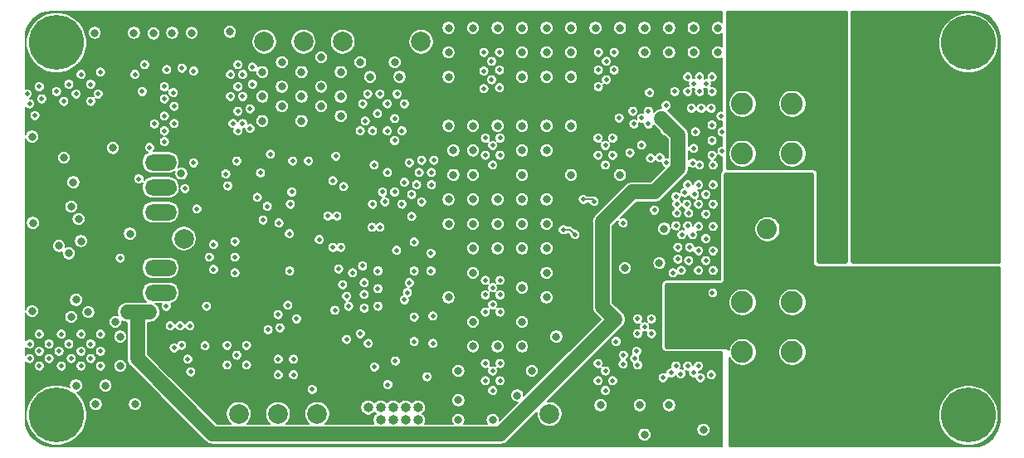
<source format=gbr>
%TF.GenerationSoftware,KiCad,Pcbnew,(5.1.9)-1*%
%TF.CreationDate,2021-05-24T23:59:08-02:30*%
%TF.ProjectId,WPT_TX,5750545f-5458-42e6-9b69-6361645f7063,rev?*%
%TF.SameCoordinates,Original*%
%TF.FileFunction,Copper,L3,Inr*%
%TF.FilePolarity,Positive*%
%FSLAX46Y46*%
G04 Gerber Fmt 4.6, Leading zero omitted, Abs format (unit mm)*
G04 Created by KiCad (PCBNEW (5.1.9)-1) date 2021-05-24 23:59:08*
%MOMM*%
%LPD*%
G01*
G04 APERTURE LIST*
%TA.AperFunction,ComponentPad*%
%ADD10C,0.500000*%
%TD*%
%TA.AperFunction,ComponentPad*%
%ADD11O,3.276600X1.638300*%
%TD*%
%TA.AperFunction,ComponentPad*%
%ADD12C,2.250000*%
%TD*%
%TA.AperFunction,ComponentPad*%
%ADD13C,2.050000*%
%TD*%
%TA.AperFunction,ComponentPad*%
%ADD14R,1.000000X1.000000*%
%TD*%
%TA.AperFunction,ComponentPad*%
%ADD15O,1.000000X1.000000*%
%TD*%
%TA.AperFunction,ComponentPad*%
%ADD16C,5.600000*%
%TD*%
%TA.AperFunction,ComponentPad*%
%ADD17C,2.000000*%
%TD*%
%TA.AperFunction,ViaPad*%
%ADD18C,0.500000*%
%TD*%
%TA.AperFunction,ViaPad*%
%ADD19C,0.800000*%
%TD*%
%TA.AperFunction,Conductor*%
%ADD20C,1.500000*%
%TD*%
%TA.AperFunction,Conductor*%
%ADD21C,0.200000*%
%TD*%
%TA.AperFunction,Conductor*%
%ADD22C,0.100000*%
%TD*%
%TA.AperFunction,Conductor*%
%ADD23C,0.254000*%
%TD*%
G04 APERTURE END LIST*
D10*
%TO.N,GND*%
%TO.C,U11*%
X122400000Y-129400000D03*
X122400000Y-127400000D03*
X124400000Y-129400000D03*
X124400000Y-127400000D03*
%TD*%
D11*
%TO.N,/UART_RX*%
%TO.C,J7*%
X115620000Y-111250000D03*
%TO.N,/UART_TX*%
X115620000Y-113790000D03*
%TO.N,GND*%
X115620000Y-108710000D03*
%TD*%
%TO.N,/CANH*%
%TO.C,J8*%
X115620000Y-122020000D03*
%TO.N,/CANL*%
X115620000Y-119480000D03*
%TD*%
D12*
%TO.N,GND*%
%TO.C,J3*%
X174960000Y-107790000D03*
X174960000Y-102710000D03*
X180040000Y-102710000D03*
X180040000Y-107790000D03*
D13*
%TO.N,/HS_1*%
X177500000Y-105250000D03*
%TD*%
D12*
%TO.N,GND*%
%TO.C,J4*%
X174960000Y-128040000D03*
X174960000Y-122960000D03*
X180040000Y-122960000D03*
X180040000Y-128040000D03*
D13*
%TO.N,/HS_2*%
X177500000Y-125500000D03*
%TD*%
%TO.N,/HS_1*%
%TO.C,J5*%
X177500000Y-115500000D03*
D12*
%TO.N,/HS_2*%
X180040000Y-118040000D03*
X180040000Y-112960000D03*
X174960000Y-112960000D03*
X174960000Y-118040000D03*
%TD*%
D14*
%TO.N,+3V3*%
%TO.C,J6*%
X136800000Y-135000000D03*
D15*
%TO.N,/SWDIO*%
X136800000Y-133730000D03*
%TO.N,GND*%
X138070000Y-135000000D03*
%TO.N,/SWCLK*%
X138070000Y-133730000D03*
%TO.N,GND*%
X139340000Y-135000000D03*
%TO.N,Net-(J6-Pad6)*%
X139340000Y-133730000D03*
%TO.N,Net-(J6-Pad7)*%
X140610000Y-135000000D03*
%TO.N,Net-(J6-Pad8)*%
X140610000Y-133730000D03*
%TO.N,GND*%
X141880000Y-135000000D03*
%TO.N,/~RST~*%
X141880000Y-133730000D03*
%TD*%
D16*
%TO.N,N/C*%
%TO.C,H1*%
X105000000Y-96500000D03*
%TD*%
%TO.N,N/C*%
%TO.C,H2*%
X105000000Y-134500000D03*
%TD*%
%TO.N,N/C*%
%TO.C,H3*%
X198000000Y-134500000D03*
%TD*%
%TO.N,N/C*%
%TO.C,H4*%
X198000000Y-96500000D03*
%TD*%
D17*
%TO.N,+3V3*%
%TO.C,TP1*%
X138200000Y-96400000D03*
%TD*%
%TO.N,+5V*%
%TO.C,TP2*%
X134200000Y-96400000D03*
%TD*%
%TO.N,+12V*%
%TO.C,TP3*%
X130200000Y-96400000D03*
%TD*%
%TO.N,+24V*%
%TO.C,TP4*%
X126200000Y-96400000D03*
%TD*%
%TO.N,GND*%
%TO.C,TP5*%
X142200000Y-96400000D03*
%TD*%
%TO.N,/FAULT_OL*%
%TO.C,TP6*%
X123600000Y-134400000D03*
%TD*%
%TO.N,GND*%
%TO.C,TP7*%
X155300000Y-134400000D03*
%TD*%
%TO.N,/HBridge_PWM*%
%TO.C,TP8*%
X131600000Y-134400000D03*
%TD*%
%TO.N,/HBridge_EN*%
%TO.C,TP9*%
X127600000Y-134400000D03*
%TD*%
%TO.N,/ISEN*%
%TO.C,TP10*%
X118000000Y-116500000D03*
%TD*%
%TO.N,/HS_1*%
%TO.C,TP12*%
X177500000Y-97000000D03*
%TD*%
%TO.N,/HS_2*%
%TO.C,TP13*%
X177500000Y-133600000D03*
%TD*%
D18*
%TO.N,+3V3*%
X136800000Y-117000000D03*
X143400000Y-122000000D03*
X131400000Y-124200000D03*
X136800000Y-128800000D03*
X136799979Y-126298706D03*
X120400000Y-128600000D03*
X120400000Y-125200000D03*
D19*
X117600000Y-135800000D03*
X111000000Y-95200000D03*
D18*
X163900000Y-117100000D03*
X162400000Y-116700000D03*
X107000000Y-109250000D03*
X107000000Y-108000000D03*
X107750000Y-108500000D03*
X108500000Y-108000000D03*
X108500000Y-109250000D03*
X109500000Y-108500000D03*
X110250000Y-108500000D03*
X110500000Y-109500000D03*
X110500000Y-110500000D03*
X110500000Y-111500000D03*
D19*
X155000000Y-110000000D03*
D18*
X118700000Y-123500008D03*
D19*
%TO.N,GND*%
X107000000Y-122750000D03*
X106500000Y-113250000D03*
D18*
X170500000Y-129500000D03*
X169400000Y-129500000D03*
X168200000Y-129500000D03*
X171900000Y-101500000D03*
X170600000Y-101500000D03*
X169400000Y-101500000D03*
X160300000Y-101000000D03*
X161100000Y-100300000D03*
X161900000Y-99300000D03*
X160300000Y-99300000D03*
X161100000Y-98400000D03*
X161900000Y-97500000D03*
X160300000Y-97500000D03*
X148600000Y-101200000D03*
X150200000Y-101100000D03*
X149400000Y-100300000D03*
X148600000Y-99400000D03*
X150200000Y-99300000D03*
X149400000Y-98400000D03*
X150200000Y-97500000D03*
X148600000Y-97500000D03*
X161000000Y-132000000D03*
X161750000Y-131000000D03*
X160250000Y-131000000D03*
X161000000Y-130000000D03*
X160250000Y-129250000D03*
X149500000Y-132000000D03*
X150250000Y-131000000D03*
X148750000Y-131000000D03*
X149500000Y-130000000D03*
X150250000Y-129250000D03*
X148750000Y-129250000D03*
X109500000Y-126250000D03*
X109500000Y-128000000D03*
X109500000Y-129500000D03*
X108500000Y-128750000D03*
X108500000Y-127250000D03*
X107500000Y-126250000D03*
X107500000Y-128000000D03*
X107500000Y-129500000D03*
X106500000Y-128750000D03*
X106250000Y-127250000D03*
X105500000Y-126250000D03*
X105250000Y-128000000D03*
X105500000Y-129500000D03*
X104250000Y-128750000D03*
X104250000Y-127250000D03*
X103250000Y-126250000D03*
X103250000Y-128000000D03*
X103250000Y-129500000D03*
X102250000Y-128750000D03*
X102250000Y-127250000D03*
X165400000Y-104800000D03*
X163900000Y-104800000D03*
X163800000Y-103500000D03*
X165700000Y-124700000D03*
X164300000Y-124700000D03*
X165000000Y-125500000D03*
X164300000Y-126200000D03*
X165700000Y-126200000D03*
X117600000Y-125400000D03*
X116600000Y-125400000D03*
X134800000Y-123400000D03*
X136400000Y-121000000D03*
X137800000Y-121600000D03*
X136400000Y-122200000D03*
X134200000Y-121200000D03*
X137800000Y-119800000D03*
X133800000Y-119600000D03*
X134600000Y-122400000D03*
X135200000Y-120000000D03*
X137800000Y-123400000D03*
X143200000Y-118000000D03*
X143200000Y-119800000D03*
X136232318Y-119286855D03*
X133399988Y-123800012D03*
X136400000Y-123599998D03*
X136800000Y-127200000D03*
X143400000Y-124400000D03*
X143400000Y-127200000D03*
X123200000Y-116800000D03*
X123200000Y-118400000D03*
X118600000Y-125400000D03*
X116200000Y-123400000D03*
X127625000Y-128800000D03*
X129175000Y-130400000D03*
X123400000Y-128400000D03*
X117000000Y-127658248D03*
D19*
X109000000Y-133400000D03*
X113000000Y-133400000D03*
D18*
X122475000Y-111135000D03*
X123400000Y-108600000D03*
X142800000Y-130600000D03*
X137449989Y-129600000D03*
D19*
X108900000Y-95500000D03*
X112900000Y-95500000D03*
X116800000Y-95500000D03*
X102500000Y-106100002D03*
X102600000Y-114900000D03*
X112500000Y-116000000D03*
X102500000Y-123900000D03*
X111000000Y-125000000D03*
D18*
X165500000Y-101600000D03*
X162800000Y-114900000D03*
X166000000Y-113600000D03*
X162400000Y-104200000D03*
X164200000Y-128000000D03*
X166900000Y-130700000D03*
X134300000Y-111200000D03*
X162100000Y-127000000D03*
X167200000Y-102900000D03*
X165400000Y-103500000D03*
X164700000Y-104200000D03*
X140500000Y-122750000D03*
X171300000Y-100700000D03*
X170000000Y-100700000D03*
X169400000Y-100000000D03*
X170600000Y-100000000D03*
X171900000Y-100000000D03*
X170000000Y-130200000D03*
X168700000Y-130300000D03*
X167700000Y-130200000D03*
X170700000Y-130700000D03*
X127700000Y-114900000D03*
D19*
X111500000Y-126500000D03*
X111500000Y-129500000D03*
X110000000Y-131500000D03*
X107000000Y-131500000D03*
X153500000Y-130000000D03*
X146000000Y-130000000D03*
X146000000Y-133000000D03*
X149500000Y-135000000D03*
X146000000Y-135000000D03*
X152000000Y-132500000D03*
X160500000Y-133500000D03*
X164500000Y-133500000D03*
X167500000Y-133500000D03*
X165000000Y-136500000D03*
X171000000Y-136000000D03*
X145000000Y-100000000D03*
X145000000Y-95000000D03*
X150000000Y-95000000D03*
X155000000Y-95000000D03*
X152500000Y-95000000D03*
X147500000Y-95000000D03*
X145000000Y-97500000D03*
X152500000Y-97500000D03*
X152500000Y-100000000D03*
X155000000Y-100000000D03*
X155000000Y-97500000D03*
X157500000Y-97500000D03*
X157500000Y-100000000D03*
X157500000Y-95000000D03*
X160000000Y-95000000D03*
X162500000Y-95000000D03*
X165000000Y-95000000D03*
X165000000Y-97500000D03*
X167500000Y-97500000D03*
X167500000Y-95000000D03*
X170000000Y-95000000D03*
X170000000Y-97500000D03*
X172500000Y-97500000D03*
X172500000Y-95000000D03*
X107250000Y-114500000D03*
X105250000Y-117250000D03*
X107500000Y-116750000D03*
X106250000Y-118000000D03*
X106500000Y-124500000D03*
X108250000Y-124000000D03*
X106723998Y-110750000D03*
X105750000Y-108250000D03*
X110750000Y-107250000D03*
D18*
X118100000Y-111400000D03*
X122275000Y-109900000D03*
X128861911Y-112989950D03*
X133500000Y-108100000D03*
X129100000Y-108600000D03*
X120300011Y-123400000D03*
X119000000Y-99400000D03*
X128750000Y-116000000D03*
%TO.N,+5V*%
X126075000Y-114600000D03*
X123200000Y-120000000D03*
X117763661Y-127385088D03*
D19*
X114900000Y-95562506D03*
X117735000Y-109865000D03*
D18*
X130705000Y-108595000D03*
%TO.N,+12V*%
X167300000Y-104400000D03*
X161677936Y-125549990D03*
X160677936Y-126049990D03*
X162177936Y-125049990D03*
X111500000Y-118500000D03*
X112250000Y-124000000D03*
X113250000Y-124000000D03*
X114500000Y-124000000D03*
X160927936Y-125299990D03*
X166700000Y-104100000D03*
X167100000Y-105500000D03*
X166800000Y-104900000D03*
D19*
X118800000Y-95500008D03*
D18*
X114999994Y-104800000D03*
%TO.N,/HS_1*%
X184250000Y-95250000D03*
X183250000Y-96250000D03*
X184250000Y-97250000D03*
X183250000Y-98250000D03*
X184250000Y-99000000D03*
X183250000Y-100250000D03*
X184250000Y-101250000D03*
X183250000Y-102500000D03*
X184250000Y-103250000D03*
X183000000Y-104500000D03*
X184250000Y-105750000D03*
X183250000Y-107250000D03*
X184000000Y-108500000D03*
X183250000Y-109750000D03*
X184250000Y-111000000D03*
X183250000Y-115500000D03*
X183000000Y-118250000D03*
X184000000Y-114000000D03*
X184000000Y-117000000D03*
X170600000Y-109000000D03*
X172000000Y-109000000D03*
X171900000Y-104900000D03*
X171900000Y-106500000D03*
X170200000Y-105600000D03*
X169800000Y-103200000D03*
X171800000Y-103200000D03*
X170800000Y-103200000D03*
X163500000Y-107750000D03*
X171900000Y-108000000D03*
X170000000Y-107300000D03*
X169900000Y-108800000D03*
X172800000Y-104000000D03*
X172900000Y-105600000D03*
X172900000Y-107600000D03*
X185100000Y-94500000D03*
X185100000Y-96300000D03*
X185100000Y-98200000D03*
X185000000Y-100250000D03*
X185000000Y-102500000D03*
X185000000Y-104500000D03*
X185250000Y-107250000D03*
X185000000Y-109750000D03*
X185000000Y-112750000D03*
X185000000Y-115500000D03*
X185250000Y-118250000D03*
X183250000Y-112750000D03*
X183250000Y-94500000D03*
D19*
X177400000Y-101000000D03*
X176000000Y-99000000D03*
X175600000Y-95400000D03*
X179400000Y-95600000D03*
X181000000Y-97000000D03*
X181400000Y-100000000D03*
X174000000Y-97000000D03*
X174000000Y-95000000D03*
X174000000Y-100000000D03*
X179000000Y-99000000D03*
X181000000Y-95000000D03*
D18*
%TO.N,/HD*%
X167900000Y-120000000D03*
X168400000Y-118600000D03*
X169600000Y-117400000D03*
X168400000Y-117400000D03*
X168300000Y-113900000D03*
X169500000Y-113900000D03*
X168300000Y-113000000D03*
X169300000Y-113000000D03*
X169100000Y-111800000D03*
X168200000Y-112200000D03*
X169400000Y-111000000D03*
X170100000Y-112000000D03*
X168750000Y-119750000D03*
X169500000Y-118750000D03*
X170500000Y-119750000D03*
X172000000Y-119750000D03*
X171250000Y-118750000D03*
X172000000Y-117750000D03*
X170500000Y-117750000D03*
X171250000Y-114000000D03*
X172000000Y-113000000D03*
X170500000Y-113000000D03*
X171250000Y-112000000D03*
X172000000Y-111000000D03*
X170500000Y-111000000D03*
X140500000Y-110750000D03*
X150250000Y-124000000D03*
X148750000Y-124000000D03*
X149500000Y-123250000D03*
X150250000Y-122250000D03*
X148750000Y-122250000D03*
X149500000Y-121500000D03*
X150250000Y-120750000D03*
X148750000Y-120750000D03*
X161000000Y-109000000D03*
X161750000Y-108000000D03*
X160250000Y-108000000D03*
X161000000Y-107000000D03*
X161750000Y-106250000D03*
X160250000Y-106250000D03*
X149500000Y-109000000D03*
X150250000Y-108000000D03*
X148750000Y-108000000D03*
X149500000Y-107000000D03*
X150250000Y-106250000D03*
X148750000Y-106250000D03*
%TO.N,Net-(C24-Pad1)*%
X165600000Y-108300000D03*
X166575000Y-108225000D03*
X167250000Y-108750000D03*
%TO.N,/HD*%
X137250000Y-113000000D03*
X138250000Y-111750000D03*
X138500000Y-112750000D03*
X139500000Y-111750000D03*
X141000000Y-108750000D03*
X142250000Y-108500000D03*
X142000000Y-109750000D03*
X140250000Y-113000000D03*
X141250000Y-112000000D03*
X141750000Y-111000000D03*
X141250000Y-114250000D03*
X142250000Y-112750000D03*
X143250000Y-111000000D03*
X143500000Y-108500000D03*
X143250000Y-109750000D03*
X170500000Y-115250000D03*
X172000000Y-115250000D03*
X171250000Y-116500000D03*
X168200000Y-115200000D03*
X169400000Y-115200000D03*
X168800000Y-116100000D03*
X169900000Y-116100000D03*
D19*
X145000000Y-105000000D03*
X147500000Y-105000000D03*
X152500000Y-105000000D03*
X150000000Y-105000000D03*
X157500000Y-105000000D03*
X155000000Y-105000000D03*
X155000000Y-107500000D03*
X152500000Y-107500000D03*
X152500000Y-110000000D03*
X150000000Y-112500000D03*
X147500000Y-112500000D03*
X147500000Y-107500000D03*
X147500000Y-110000000D03*
X145000000Y-115000000D03*
X147500000Y-115000000D03*
X150000000Y-115000000D03*
X150000000Y-117500000D03*
X147500000Y-117500000D03*
X147500000Y-120000000D03*
X155000000Y-117500000D03*
X155000000Y-120000000D03*
X152500000Y-112500000D03*
X155000000Y-112500000D03*
X155000000Y-115000000D03*
X152500000Y-115000000D03*
X157500000Y-110000000D03*
X162500000Y-110000000D03*
X155000000Y-122500000D03*
X152500000Y-125000000D03*
X147500000Y-125000000D03*
X152500000Y-127500000D03*
X147500000Y-127500000D03*
X147500000Y-127500000D03*
X150000000Y-127500000D03*
X145000000Y-122500000D03*
X163000000Y-119500000D03*
X166500000Y-119000000D03*
X167000000Y-115500000D03*
X156000000Y-126500000D03*
X152500000Y-117500000D03*
X152500000Y-121500000D03*
X145000000Y-112500000D03*
X145500000Y-110000000D03*
X145500000Y-107500000D03*
D18*
%TO.N,Net-(C26-Pad1)*%
X188600000Y-118100000D03*
X189600000Y-117000000D03*
X188600000Y-115400000D03*
X189600000Y-113700000D03*
X189700000Y-110900000D03*
X188500000Y-109800000D03*
X189700000Y-108300000D03*
X188500000Y-107200000D03*
X189700000Y-105900000D03*
X188600000Y-104600000D03*
X189700000Y-103000000D03*
X188500000Y-102100000D03*
X188600000Y-100000000D03*
X189700000Y-99100000D03*
X188500000Y-98300000D03*
X189700000Y-97100000D03*
X188500000Y-96300000D03*
X189700000Y-95300000D03*
X200750000Y-105250000D03*
X200750000Y-104000000D03*
X200750000Y-102500000D03*
X198000000Y-104000000D03*
X198000000Y-105250000D03*
X199250000Y-106000000D03*
X199250000Y-104500000D03*
X199250000Y-103250000D03*
X199250000Y-102000000D03*
X198000000Y-102500000D03*
X195500000Y-105500000D03*
X195500000Y-104000000D03*
X196750000Y-106000000D03*
X196750000Y-104500000D03*
X196750000Y-103250000D03*
X196750000Y-102000000D03*
X195500000Y-102500000D03*
X194250000Y-106000000D03*
X194250000Y-104500000D03*
X194250000Y-102000000D03*
X194250000Y-103250000D03*
X193000000Y-102500000D03*
X193000000Y-104000000D03*
X193000000Y-105250000D03*
X191750000Y-106000000D03*
X191750000Y-104500000D03*
X191750000Y-103250000D03*
X191750000Y-102000000D03*
X189700000Y-101000000D03*
X188500000Y-112600000D03*
X190100000Y-115400000D03*
X190300000Y-112500000D03*
X190500000Y-109700000D03*
X190500000Y-106900000D03*
X190500000Y-104400000D03*
X190500000Y-101800000D03*
X190700000Y-100000000D03*
X190600000Y-98100000D03*
X190800000Y-96100000D03*
X188400000Y-94500000D03*
X190700000Y-94500000D03*
D19*
X192000000Y-117000000D03*
X195000000Y-117000000D03*
X198000000Y-117000000D03*
X198000000Y-114000000D03*
X195000000Y-114000000D03*
X192000000Y-114000000D03*
X192000000Y-111000000D03*
X195000000Y-111000000D03*
X198000000Y-111000000D03*
X198000000Y-108000000D03*
X195000000Y-108000000D03*
X192000000Y-108000000D03*
X193900000Y-99200000D03*
X193000000Y-97000000D03*
D18*
%TO.N,/HS_2*%
X170600000Y-127400000D03*
X169100000Y-127500000D03*
X171300000Y-126500000D03*
X169800000Y-126600000D03*
X168600000Y-126500000D03*
X171900000Y-125600000D03*
X170500000Y-125600000D03*
X167900000Y-125500000D03*
X169200000Y-125500000D03*
X171200000Y-124300000D03*
X169900000Y-124300000D03*
X168600000Y-124300000D03*
X170800000Y-122100000D03*
X169600000Y-122100000D03*
X168400000Y-122100000D03*
X201000000Y-129000000D03*
X201000000Y-127250000D03*
X193000000Y-124750000D03*
X195250000Y-124750000D03*
X197500000Y-124750000D03*
X200000000Y-124750000D03*
X201000000Y-125500000D03*
X200000000Y-126250000D03*
X200000000Y-128250000D03*
X198750000Y-129000000D03*
X198750000Y-127250000D03*
X198750000Y-125500000D03*
X197500000Y-128250000D03*
X197500000Y-126250000D03*
X196250000Y-129000000D03*
X195250000Y-128250000D03*
X194250000Y-129000000D03*
X191750000Y-129000000D03*
X193000000Y-128250000D03*
X196250000Y-127250000D03*
X194250000Y-127250000D03*
X191750000Y-127250000D03*
X195250000Y-126250000D03*
X196250000Y-125500000D03*
X193000000Y-126250000D03*
X194250000Y-125500000D03*
X191750000Y-125500000D03*
X167500000Y-122250000D03*
X169000000Y-123000000D03*
X170300000Y-122900000D03*
X171900000Y-123100000D03*
X168000000Y-123200000D03*
X172400000Y-127100000D03*
X172400000Y-124400000D03*
X173000000Y-126200000D03*
X173000000Y-123300000D03*
X173000000Y-121700000D03*
D19*
X183000000Y-122000000D03*
X186000000Y-122000000D03*
X189000000Y-122000000D03*
X192000000Y-122000000D03*
X195000000Y-122000000D03*
X198000000Y-122000000D03*
X188000000Y-125000000D03*
X185000000Y-125000000D03*
X184000000Y-128000000D03*
X181800000Y-132000000D03*
X181000000Y-135000000D03*
X185000000Y-135000000D03*
X185500000Y-132000000D03*
X189000000Y-132000000D03*
X189000000Y-135000000D03*
X192000000Y-135000000D03*
X192000000Y-132000000D03*
X190000000Y-130000000D03*
X187000000Y-129000000D03*
X189000000Y-127000000D03*
X176000000Y-136000000D03*
X178000000Y-130000000D03*
X177500000Y-120500000D03*
X174960000Y-116040000D03*
X180040000Y-115960000D03*
D18*
%TO.N,+24V*%
X109250000Y-101750000D03*
X108500000Y-100750000D03*
X108500000Y-102500000D03*
X107000000Y-101750000D03*
X106250000Y-100750000D03*
X105750000Y-102500000D03*
X105000000Y-101500000D03*
X103500000Y-102250000D03*
X102250000Y-102750000D03*
X103250000Y-101000000D03*
X102000000Y-101750000D03*
D19*
X122700000Y-95400021D03*
D18*
X117800000Y-99100000D03*
X102800000Y-103950000D03*
X117000000Y-103000000D03*
X116900000Y-101600000D03*
X116000000Y-102250000D03*
X116000000Y-104000000D03*
X117000000Y-104750000D03*
X116000000Y-105500000D03*
X116000000Y-101000000D03*
X107500000Y-99750000D03*
X109500000Y-99500000D03*
X113750000Y-101500000D03*
X113000000Y-99750000D03*
X114000000Y-98750000D03*
X116250000Y-99250000D03*
%TO.N,/~RST~*%
X134600000Y-126800000D03*
%TO.N,/SWDIO*%
X138800000Y-131399986D03*
%TO.N,/UART_TX*%
X138000000Y-115349990D03*
X114500000Y-107200000D03*
X113400000Y-110400000D03*
%TO.N,/UART_RX*%
X117000000Y-111500000D03*
X137200000Y-115350000D03*
X116000000Y-106600000D03*
%TO.N,Net-(NT2-Pad2)*%
X139500000Y-106500000D03*
X136750000Y-101750000D03*
X138000000Y-101750000D03*
X139750000Y-101750000D03*
X140500000Y-102750000D03*
X138750000Y-102750000D03*
X136250000Y-102750000D03*
X136500000Y-104500000D03*
X139500000Y-104250000D03*
X140250000Y-105500000D03*
X138750000Y-105500000D03*
X137250000Y-105500000D03*
X136000000Y-105500000D03*
X122750000Y-102000000D03*
X123500000Y-103500000D03*
X123000000Y-104750000D03*
X124000000Y-104750000D03*
X124000000Y-102000000D03*
X137750000Y-103750000D03*
X123500000Y-101000000D03*
X122750000Y-99750000D03*
X124000000Y-99750000D03*
X123500000Y-98750000D03*
X123500000Y-105500000D03*
X124750000Y-105250000D03*
X124750000Y-103250000D03*
X125000000Y-100750000D03*
X125000000Y-99000000D03*
D19*
X126000000Y-99500000D03*
X126000000Y-102000000D03*
X126000000Y-104500000D03*
X128000000Y-103000000D03*
X128000000Y-101000000D03*
X130000000Y-99500000D03*
X130000000Y-102000000D03*
X130000000Y-104500000D03*
X132000000Y-103000000D03*
X132000000Y-101000000D03*
X134000000Y-99500000D03*
X134000000Y-102000000D03*
X134000000Y-104000000D03*
X132000000Y-98000000D03*
X128000000Y-98500000D03*
X136000000Y-98500000D03*
X137000000Y-100000000D03*
X139500000Y-98500000D03*
X140000000Y-100000000D03*
D18*
%TO.N,/GATE1*%
X164700000Y-106950010D03*
%TO.N,/GATE3*%
X168090000Y-101500000D03*
%TO.N,/GATE2*%
X171910000Y-122000000D03*
%TO.N,/GATE4*%
X171800000Y-130400000D03*
%TO.N,/FAULT_OL*%
X137400000Y-109000000D03*
X131100000Y-131900000D03*
X129500000Y-124700000D03*
X128800000Y-119800000D03*
X133200000Y-110600000D03*
%TO.N,/HBridge_PWM*%
X134000000Y-117400000D03*
X159850000Y-112700000D03*
X158750000Y-112500000D03*
%TO.N,/HBridge_EN*%
X133200000Y-117400000D03*
X131800000Y-116600000D03*
X164300000Y-129400000D03*
X162800000Y-129300000D03*
X156700000Y-115600000D03*
X157888909Y-116088909D03*
%TO.N,/ISEN*%
X119325000Y-113475000D03*
%TO.N,Net-(R28-Pad1)*%
X141500000Y-116850000D03*
X139700000Y-117700000D03*
%TO.N,/ISEN*%
X132700000Y-114199992D03*
X129000000Y-111750000D03*
X126500000Y-113200000D03*
%TO.N,/FAULT_OL_MCU*%
X139575000Y-129000000D03*
%TO.N,Net-(R13-Pad2)*%
X121025000Y-119635000D03*
%TO.N,Net-(R10-Pad2)*%
X121025000Y-117095000D03*
%TO.N,/~HBridge_PWM~*%
X164000000Y-128700000D03*
X162850000Y-128400000D03*
%TO.N,Net-(C13-Pad1)*%
X141500000Y-124500000D03*
%TO.N,Net-(C12-Pad1)*%
X141500000Y-127000000D03*
%TO.N,Net-(C22-Pad1)*%
X127625000Y-130400000D03*
%TO.N,Net-(C23-Pad1)*%
X129175000Y-128800000D03*
%TO.N,/3V3_Filt*%
X140800000Y-122000000D03*
X141000000Y-121000036D03*
X141500000Y-119800006D03*
%TO.N,Net-(C20-Pad1)*%
X136005205Y-126218442D03*
%TO.N,Net-(R1-Pad2)*%
X119000000Y-108775000D03*
%TO.N,Net-(R14-Pad2)*%
X138761067Y-109761101D03*
%TO.N,Net-(R23-Pad2)*%
X120154172Y-127431677D03*
%TO.N,/SPI0_MOSI*%
X128600000Y-123300000D03*
X127800000Y-125600000D03*
%TO.N,/SPI0_SCLK*%
X127600000Y-124250010D03*
X126600000Y-125800000D03*
%TO.N,Net-(U11-Pad20)*%
X118400006Y-128800000D03*
X118700011Y-130100011D03*
%TO.N,/VREF*%
X125800000Y-109800000D03*
%TO.N,Net-(R26-Pad2)*%
X125500000Y-112300000D03*
%TO.N,Net-(R26-Pad1)*%
X120600000Y-118400000D03*
X126825000Y-107900000D03*
%TO.N,Net-(R28-Pad1)*%
X133600000Y-114200000D03*
%TD*%
D20*
%TO.N,+12V*%
X112250000Y-124000000D02*
X114500000Y-124000000D01*
X168450001Y-105950001D02*
X167250000Y-104750000D01*
X168450001Y-109326001D02*
X168450001Y-105950001D01*
X160699999Y-114800001D02*
X163750000Y-111750000D01*
X160699999Y-123449999D02*
X160699999Y-114800001D01*
X166026002Y-111750000D02*
X168450001Y-109326001D01*
X162000000Y-124750000D02*
X160699999Y-123449999D01*
X150299999Y-136450001D02*
X162000000Y-124750000D01*
X120950001Y-136450001D02*
X150299999Y-136450001D01*
X163750000Y-111750000D02*
X166026002Y-111750000D01*
X113250000Y-128750000D02*
X120950001Y-136450001D01*
X113250000Y-124000000D02*
X113250000Y-128750000D01*
X167250000Y-104750000D02*
X167000000Y-104500000D01*
X167000000Y-104500000D02*
X166750000Y-104250000D01*
D21*
%TO.N,/HBridge_PWM*%
X159650000Y-112500000D02*
X159850000Y-112700000D01*
X158750000Y-112500000D02*
X159650000Y-112500000D01*
%TO.N,/HBridge_EN*%
X157400000Y-115600000D02*
X157888909Y-116088909D01*
X156700000Y-115600000D02*
X157400000Y-115600000D01*
%TD*%
%TO.N,+3V3*%
X172900000Y-94425388D02*
X172831574Y-94379668D01*
X172704182Y-94326901D01*
X172568944Y-94300000D01*
X172431056Y-94300000D01*
X172295818Y-94326901D01*
X172168426Y-94379668D01*
X172053776Y-94456274D01*
X171956274Y-94553776D01*
X171879668Y-94668426D01*
X171826901Y-94795818D01*
X171800000Y-94931056D01*
X171800000Y-95068944D01*
X171826901Y-95204182D01*
X171879668Y-95331574D01*
X171956274Y-95446224D01*
X172053776Y-95543726D01*
X172168426Y-95620332D01*
X172295818Y-95673099D01*
X172431056Y-95700000D01*
X172568944Y-95700000D01*
X172704182Y-95673099D01*
X172831574Y-95620332D01*
X172900000Y-95574612D01*
X172900000Y-96925388D01*
X172831574Y-96879668D01*
X172704182Y-96826901D01*
X172568944Y-96800000D01*
X172431056Y-96800000D01*
X172295818Y-96826901D01*
X172168426Y-96879668D01*
X172053776Y-96956274D01*
X171956274Y-97053776D01*
X171879668Y-97168426D01*
X171826901Y-97295818D01*
X171800000Y-97431056D01*
X171800000Y-97568944D01*
X171826901Y-97704182D01*
X171879668Y-97831574D01*
X171956274Y-97946224D01*
X172053776Y-98043726D01*
X172168426Y-98120332D01*
X172295818Y-98173099D01*
X172431056Y-98200000D01*
X172568944Y-98200000D01*
X172704182Y-98173099D01*
X172831574Y-98120332D01*
X172900000Y-98074612D01*
X172900000Y-103459116D01*
X172854170Y-103450000D01*
X172745830Y-103450000D01*
X172639571Y-103471136D01*
X172539477Y-103512597D01*
X172449396Y-103572787D01*
X172372787Y-103649396D01*
X172312597Y-103739477D01*
X172271136Y-103839571D01*
X172250000Y-103945830D01*
X172250000Y-104054170D01*
X172271136Y-104160429D01*
X172312597Y-104260523D01*
X172372787Y-104350604D01*
X172449396Y-104427213D01*
X172539477Y-104487403D01*
X172639571Y-104528864D01*
X172745830Y-104550000D01*
X172854170Y-104550000D01*
X172900000Y-104540884D01*
X172900000Y-105050000D01*
X172845830Y-105050000D01*
X172739571Y-105071136D01*
X172639477Y-105112597D01*
X172549396Y-105172787D01*
X172472787Y-105249396D01*
X172412597Y-105339477D01*
X172371136Y-105439571D01*
X172350000Y-105545830D01*
X172350000Y-105654170D01*
X172371136Y-105760429D01*
X172412597Y-105860523D01*
X172472787Y-105950604D01*
X172549396Y-106027213D01*
X172639477Y-106087403D01*
X172739571Y-106128864D01*
X172845830Y-106150000D01*
X172900000Y-106150000D01*
X172900000Y-107050000D01*
X172845830Y-107050000D01*
X172739571Y-107071136D01*
X172639477Y-107112597D01*
X172549396Y-107172787D01*
X172472787Y-107249396D01*
X172412597Y-107339477D01*
X172371136Y-107439571D01*
X172350000Y-107545830D01*
X172350000Y-107654170D01*
X172358307Y-107695931D01*
X172327213Y-107649396D01*
X172250604Y-107572787D01*
X172160523Y-107512597D01*
X172060429Y-107471136D01*
X171954170Y-107450000D01*
X171845830Y-107450000D01*
X171739571Y-107471136D01*
X171639477Y-107512597D01*
X171549396Y-107572787D01*
X171472787Y-107649396D01*
X171412597Y-107739477D01*
X171371136Y-107839571D01*
X171350000Y-107945830D01*
X171350000Y-108054170D01*
X171371136Y-108160429D01*
X171412597Y-108260523D01*
X171472787Y-108350604D01*
X171549396Y-108427213D01*
X171639477Y-108487403D01*
X171724484Y-108522615D01*
X171649396Y-108572787D01*
X171572787Y-108649396D01*
X171512597Y-108739477D01*
X171471136Y-108839571D01*
X171450000Y-108945830D01*
X171450000Y-109054170D01*
X171471136Y-109160429D01*
X171512597Y-109260523D01*
X171572787Y-109350604D01*
X171649396Y-109427213D01*
X171739477Y-109487403D01*
X171839571Y-109528864D01*
X171945830Y-109550000D01*
X172054170Y-109550000D01*
X172160429Y-109528864D01*
X172260523Y-109487403D01*
X172350604Y-109427213D01*
X172427213Y-109350604D01*
X172487403Y-109260523D01*
X172528864Y-109160429D01*
X172550000Y-109054170D01*
X172550000Y-108945830D01*
X172528864Y-108839571D01*
X172487403Y-108739477D01*
X172427213Y-108649396D01*
X172350604Y-108572787D01*
X172260523Y-108512597D01*
X172175516Y-108477385D01*
X172250604Y-108427213D01*
X172327213Y-108350604D01*
X172387403Y-108260523D01*
X172428864Y-108160429D01*
X172450000Y-108054170D01*
X172450000Y-107945830D01*
X172441693Y-107904069D01*
X172472787Y-107950604D01*
X172549396Y-108027213D01*
X172639477Y-108087403D01*
X172739571Y-108128864D01*
X172845830Y-108150000D01*
X172900000Y-108150000D01*
X172900000Y-109579160D01*
X172861090Y-109611092D01*
X172823782Y-109656553D01*
X172769589Y-109737659D01*
X172741866Y-109789524D01*
X172724794Y-109845802D01*
X172705764Y-109941473D01*
X172700000Y-110000000D01*
X172700000Y-120700000D01*
X167250000Y-120700000D01*
X167191473Y-120705764D01*
X167095802Y-120724794D01*
X167039525Y-120741866D01*
X166987659Y-120769589D01*
X166906553Y-120823782D01*
X166861090Y-120861092D01*
X166823782Y-120906553D01*
X166769589Y-120987659D01*
X166741866Y-121039524D01*
X166724794Y-121095802D01*
X166705764Y-121191473D01*
X166700000Y-121250000D01*
X166700000Y-127500000D01*
X166705764Y-127558527D01*
X166724794Y-127654198D01*
X166741866Y-127710475D01*
X166769589Y-127762341D01*
X166823782Y-127843447D01*
X166861092Y-127888910D01*
X166906553Y-127926218D01*
X166987659Y-127980411D01*
X167039524Y-128008134D01*
X167095802Y-128025206D01*
X167191473Y-128044236D01*
X167250000Y-128050000D01*
X172900000Y-128050000D01*
X172900000Y-137675000D01*
X104515896Y-137675000D01*
X103980726Y-137622526D01*
X103481230Y-137471719D01*
X103020542Y-137226768D01*
X102616201Y-136896995D01*
X102283617Y-136494970D01*
X102035452Y-136035997D01*
X101881164Y-135537575D01*
X101825014Y-135003342D01*
X101825000Y-134999441D01*
X101825000Y-134194677D01*
X101900000Y-134194677D01*
X101900000Y-134805323D01*
X102019131Y-135404237D01*
X102252815Y-135968401D01*
X102592072Y-136476135D01*
X103023865Y-136907928D01*
X103531599Y-137247185D01*
X104095763Y-137480869D01*
X104694677Y-137600000D01*
X105305323Y-137600000D01*
X105904237Y-137480869D01*
X106468401Y-137247185D01*
X106976135Y-136907928D01*
X107407928Y-136476135D01*
X107747185Y-135968401D01*
X107980869Y-135404237D01*
X108100000Y-134805323D01*
X108100000Y-134194677D01*
X107980869Y-133595763D01*
X107871224Y-133331056D01*
X108300000Y-133331056D01*
X108300000Y-133468944D01*
X108326901Y-133604182D01*
X108379668Y-133731574D01*
X108456274Y-133846224D01*
X108553776Y-133943726D01*
X108668426Y-134020332D01*
X108795818Y-134073099D01*
X108931056Y-134100000D01*
X109068944Y-134100000D01*
X109204182Y-134073099D01*
X109331574Y-134020332D01*
X109446224Y-133943726D01*
X109543726Y-133846224D01*
X109620332Y-133731574D01*
X109673099Y-133604182D01*
X109700000Y-133468944D01*
X109700000Y-133331056D01*
X112300000Y-133331056D01*
X112300000Y-133468944D01*
X112326901Y-133604182D01*
X112379668Y-133731574D01*
X112456274Y-133846224D01*
X112553776Y-133943726D01*
X112668426Y-134020332D01*
X112795818Y-134073099D01*
X112931056Y-134100000D01*
X113068944Y-134100000D01*
X113204182Y-134073099D01*
X113331574Y-134020332D01*
X113446224Y-133943726D01*
X113543726Y-133846224D01*
X113620332Y-133731574D01*
X113673099Y-133604182D01*
X113700000Y-133468944D01*
X113700000Y-133331056D01*
X113673099Y-133195818D01*
X113620332Y-133068426D01*
X113543726Y-132953776D01*
X113446224Y-132856274D01*
X113331574Y-132779668D01*
X113204182Y-132726901D01*
X113068944Y-132700000D01*
X112931056Y-132700000D01*
X112795818Y-132726901D01*
X112668426Y-132779668D01*
X112553776Y-132856274D01*
X112456274Y-132953776D01*
X112379668Y-133068426D01*
X112326901Y-133195818D01*
X112300000Y-133331056D01*
X109700000Y-133331056D01*
X109673099Y-133195818D01*
X109620332Y-133068426D01*
X109543726Y-132953776D01*
X109446224Y-132856274D01*
X109331574Y-132779668D01*
X109204182Y-132726901D01*
X109068944Y-132700000D01*
X108931056Y-132700000D01*
X108795818Y-132726901D01*
X108668426Y-132779668D01*
X108553776Y-132856274D01*
X108456274Y-132953776D01*
X108379668Y-133068426D01*
X108326901Y-133195818D01*
X108300000Y-133331056D01*
X107871224Y-133331056D01*
X107747185Y-133031599D01*
X107407928Y-132523865D01*
X107081555Y-132197492D01*
X107204182Y-132173099D01*
X107331574Y-132120332D01*
X107446224Y-132043726D01*
X107543726Y-131946224D01*
X107620332Y-131831574D01*
X107673099Y-131704182D01*
X107700000Y-131568944D01*
X107700000Y-131431056D01*
X109300000Y-131431056D01*
X109300000Y-131568944D01*
X109326901Y-131704182D01*
X109379668Y-131831574D01*
X109456274Y-131946224D01*
X109553776Y-132043726D01*
X109668426Y-132120332D01*
X109795818Y-132173099D01*
X109931056Y-132200000D01*
X110068944Y-132200000D01*
X110204182Y-132173099D01*
X110331574Y-132120332D01*
X110446224Y-132043726D01*
X110543726Y-131946224D01*
X110620332Y-131831574D01*
X110673099Y-131704182D01*
X110700000Y-131568944D01*
X110700000Y-131431056D01*
X110673099Y-131295818D01*
X110620332Y-131168426D01*
X110543726Y-131053776D01*
X110446224Y-130956274D01*
X110331574Y-130879668D01*
X110204182Y-130826901D01*
X110068944Y-130800000D01*
X109931056Y-130800000D01*
X109795818Y-130826901D01*
X109668426Y-130879668D01*
X109553776Y-130956274D01*
X109456274Y-131053776D01*
X109379668Y-131168426D01*
X109326901Y-131295818D01*
X109300000Y-131431056D01*
X107700000Y-131431056D01*
X107673099Y-131295818D01*
X107620332Y-131168426D01*
X107543726Y-131053776D01*
X107446224Y-130956274D01*
X107331574Y-130879668D01*
X107204182Y-130826901D01*
X107068944Y-130800000D01*
X106931056Y-130800000D01*
X106795818Y-130826901D01*
X106668426Y-130879668D01*
X106553776Y-130956274D01*
X106456274Y-131053776D01*
X106379668Y-131168426D01*
X106326901Y-131295818D01*
X106300000Y-131431056D01*
X106300000Y-131568944D01*
X106324738Y-131693308D01*
X105904237Y-131519131D01*
X105305323Y-131400000D01*
X104694677Y-131400000D01*
X104095763Y-131519131D01*
X103531599Y-131752815D01*
X103023865Y-132092072D01*
X102592072Y-132523865D01*
X102252815Y-133031599D01*
X102019131Y-133595763D01*
X101900000Y-134194677D01*
X101825000Y-134194677D01*
X101825000Y-129445830D01*
X102700000Y-129445830D01*
X102700000Y-129554170D01*
X102721136Y-129660429D01*
X102762597Y-129760523D01*
X102822787Y-129850604D01*
X102899396Y-129927213D01*
X102989477Y-129987403D01*
X103089571Y-130028864D01*
X103195830Y-130050000D01*
X103304170Y-130050000D01*
X103410429Y-130028864D01*
X103510523Y-129987403D01*
X103600604Y-129927213D01*
X103677213Y-129850604D01*
X103737403Y-129760523D01*
X103778864Y-129660429D01*
X103800000Y-129554170D01*
X103800000Y-129445830D01*
X104950000Y-129445830D01*
X104950000Y-129554170D01*
X104971136Y-129660429D01*
X105012597Y-129760523D01*
X105072787Y-129850604D01*
X105149396Y-129927213D01*
X105239477Y-129987403D01*
X105339571Y-130028864D01*
X105445830Y-130050000D01*
X105554170Y-130050000D01*
X105660429Y-130028864D01*
X105760523Y-129987403D01*
X105850604Y-129927213D01*
X105927213Y-129850604D01*
X105987403Y-129760523D01*
X106028864Y-129660429D01*
X106050000Y-129554170D01*
X106050000Y-129445830D01*
X106950000Y-129445830D01*
X106950000Y-129554170D01*
X106971136Y-129660429D01*
X107012597Y-129760523D01*
X107072787Y-129850604D01*
X107149396Y-129927213D01*
X107239477Y-129987403D01*
X107339571Y-130028864D01*
X107445830Y-130050000D01*
X107554170Y-130050000D01*
X107660429Y-130028864D01*
X107760523Y-129987403D01*
X107850604Y-129927213D01*
X107927213Y-129850604D01*
X107987403Y-129760523D01*
X108028864Y-129660429D01*
X108050000Y-129554170D01*
X108050000Y-129445830D01*
X108950000Y-129445830D01*
X108950000Y-129554170D01*
X108971136Y-129660429D01*
X109012597Y-129760523D01*
X109072787Y-129850604D01*
X109149396Y-129927213D01*
X109239477Y-129987403D01*
X109339571Y-130028864D01*
X109445830Y-130050000D01*
X109554170Y-130050000D01*
X109660429Y-130028864D01*
X109760523Y-129987403D01*
X109850604Y-129927213D01*
X109927213Y-129850604D01*
X109987403Y-129760523D01*
X110028864Y-129660429D01*
X110050000Y-129554170D01*
X110050000Y-129445830D01*
X110047062Y-129431056D01*
X110800000Y-129431056D01*
X110800000Y-129568944D01*
X110826901Y-129704182D01*
X110879668Y-129831574D01*
X110956274Y-129946224D01*
X111053776Y-130043726D01*
X111168426Y-130120332D01*
X111295818Y-130173099D01*
X111431056Y-130200000D01*
X111568944Y-130200000D01*
X111704182Y-130173099D01*
X111831574Y-130120332D01*
X111946224Y-130043726D01*
X112043726Y-129946224D01*
X112120332Y-129831574D01*
X112173099Y-129704182D01*
X112200000Y-129568944D01*
X112200000Y-129431056D01*
X112173099Y-129295818D01*
X112120332Y-129168426D01*
X112043726Y-129053776D01*
X111946224Y-128956274D01*
X111831574Y-128879668D01*
X111704182Y-128826901D01*
X111568944Y-128800000D01*
X111431056Y-128800000D01*
X111295818Y-128826901D01*
X111168426Y-128879668D01*
X111053776Y-128956274D01*
X110956274Y-129053776D01*
X110879668Y-129168426D01*
X110826901Y-129295818D01*
X110800000Y-129431056D01*
X110047062Y-129431056D01*
X110028864Y-129339571D01*
X109987403Y-129239477D01*
X109927213Y-129149396D01*
X109850604Y-129072787D01*
X109760523Y-129012597D01*
X109660429Y-128971136D01*
X109554170Y-128950000D01*
X109445830Y-128950000D01*
X109339571Y-128971136D01*
X109239477Y-129012597D01*
X109149396Y-129072787D01*
X109072787Y-129149396D01*
X109012597Y-129239477D01*
X108971136Y-129339571D01*
X108950000Y-129445830D01*
X108050000Y-129445830D01*
X108028864Y-129339571D01*
X107987403Y-129239477D01*
X107927213Y-129149396D01*
X107850604Y-129072787D01*
X107760523Y-129012597D01*
X107660429Y-128971136D01*
X107554170Y-128950000D01*
X107445830Y-128950000D01*
X107339571Y-128971136D01*
X107239477Y-129012597D01*
X107149396Y-129072787D01*
X107072787Y-129149396D01*
X107012597Y-129239477D01*
X106971136Y-129339571D01*
X106950000Y-129445830D01*
X106050000Y-129445830D01*
X106028864Y-129339571D01*
X105987403Y-129239477D01*
X105927213Y-129149396D01*
X105850604Y-129072787D01*
X105760523Y-129012597D01*
X105660429Y-128971136D01*
X105554170Y-128950000D01*
X105445830Y-128950000D01*
X105339571Y-128971136D01*
X105239477Y-129012597D01*
X105149396Y-129072787D01*
X105072787Y-129149396D01*
X105012597Y-129239477D01*
X104971136Y-129339571D01*
X104950000Y-129445830D01*
X103800000Y-129445830D01*
X103778864Y-129339571D01*
X103737403Y-129239477D01*
X103677213Y-129149396D01*
X103600604Y-129072787D01*
X103510523Y-129012597D01*
X103410429Y-128971136D01*
X103304170Y-128950000D01*
X103195830Y-128950000D01*
X103089571Y-128971136D01*
X102989477Y-129012597D01*
X102899396Y-129072787D01*
X102822787Y-129149396D01*
X102762597Y-129239477D01*
X102721136Y-129339571D01*
X102700000Y-129445830D01*
X101825000Y-129445830D01*
X101825000Y-129102817D01*
X101899396Y-129177213D01*
X101989477Y-129237403D01*
X102089571Y-129278864D01*
X102195830Y-129300000D01*
X102304170Y-129300000D01*
X102410429Y-129278864D01*
X102510523Y-129237403D01*
X102600604Y-129177213D01*
X102677213Y-129100604D01*
X102737403Y-129010523D01*
X102778864Y-128910429D01*
X102800000Y-128804170D01*
X102800000Y-128695830D01*
X103700000Y-128695830D01*
X103700000Y-128804170D01*
X103721136Y-128910429D01*
X103762597Y-129010523D01*
X103822787Y-129100604D01*
X103899396Y-129177213D01*
X103989477Y-129237403D01*
X104089571Y-129278864D01*
X104195830Y-129300000D01*
X104304170Y-129300000D01*
X104410429Y-129278864D01*
X104510523Y-129237403D01*
X104600604Y-129177213D01*
X104677213Y-129100604D01*
X104737403Y-129010523D01*
X104778864Y-128910429D01*
X104800000Y-128804170D01*
X104800000Y-128695830D01*
X105950000Y-128695830D01*
X105950000Y-128804170D01*
X105971136Y-128910429D01*
X106012597Y-129010523D01*
X106072787Y-129100604D01*
X106149396Y-129177213D01*
X106239477Y-129237403D01*
X106339571Y-129278864D01*
X106445830Y-129300000D01*
X106554170Y-129300000D01*
X106660429Y-129278864D01*
X106760523Y-129237403D01*
X106850604Y-129177213D01*
X106927213Y-129100604D01*
X106987403Y-129010523D01*
X107028864Y-128910429D01*
X107050000Y-128804170D01*
X107050000Y-128695830D01*
X107950000Y-128695830D01*
X107950000Y-128804170D01*
X107971136Y-128910429D01*
X108012597Y-129010523D01*
X108072787Y-129100604D01*
X108149396Y-129177213D01*
X108239477Y-129237403D01*
X108339571Y-129278864D01*
X108445830Y-129300000D01*
X108554170Y-129300000D01*
X108660429Y-129278864D01*
X108760523Y-129237403D01*
X108850604Y-129177213D01*
X108927213Y-129100604D01*
X108987403Y-129010523D01*
X109028864Y-128910429D01*
X109050000Y-128804170D01*
X109050000Y-128695830D01*
X109028864Y-128589571D01*
X108987403Y-128489477D01*
X108927213Y-128399396D01*
X108850604Y-128322787D01*
X108760523Y-128262597D01*
X108660429Y-128221136D01*
X108554170Y-128200000D01*
X108445830Y-128200000D01*
X108339571Y-128221136D01*
X108239477Y-128262597D01*
X108149396Y-128322787D01*
X108072787Y-128399396D01*
X108012597Y-128489477D01*
X107971136Y-128589571D01*
X107950000Y-128695830D01*
X107050000Y-128695830D01*
X107028864Y-128589571D01*
X106987403Y-128489477D01*
X106927213Y-128399396D01*
X106850604Y-128322787D01*
X106760523Y-128262597D01*
X106660429Y-128221136D01*
X106554170Y-128200000D01*
X106445830Y-128200000D01*
X106339571Y-128221136D01*
X106239477Y-128262597D01*
X106149396Y-128322787D01*
X106072787Y-128399396D01*
X106012597Y-128489477D01*
X105971136Y-128589571D01*
X105950000Y-128695830D01*
X104800000Y-128695830D01*
X104778864Y-128589571D01*
X104737403Y-128489477D01*
X104677213Y-128399396D01*
X104600604Y-128322787D01*
X104510523Y-128262597D01*
X104410429Y-128221136D01*
X104304170Y-128200000D01*
X104195830Y-128200000D01*
X104089571Y-128221136D01*
X103989477Y-128262597D01*
X103899396Y-128322787D01*
X103822787Y-128399396D01*
X103762597Y-128489477D01*
X103721136Y-128589571D01*
X103700000Y-128695830D01*
X102800000Y-128695830D01*
X102778864Y-128589571D01*
X102737403Y-128489477D01*
X102677213Y-128399396D01*
X102600604Y-128322787D01*
X102510523Y-128262597D01*
X102410429Y-128221136D01*
X102304170Y-128200000D01*
X102195830Y-128200000D01*
X102089571Y-128221136D01*
X101989477Y-128262597D01*
X101899396Y-128322787D01*
X101825000Y-128397183D01*
X101825000Y-127945830D01*
X102700000Y-127945830D01*
X102700000Y-128054170D01*
X102721136Y-128160429D01*
X102762597Y-128260523D01*
X102822787Y-128350604D01*
X102899396Y-128427213D01*
X102989477Y-128487403D01*
X103089571Y-128528864D01*
X103195830Y-128550000D01*
X103304170Y-128550000D01*
X103410429Y-128528864D01*
X103510523Y-128487403D01*
X103600604Y-128427213D01*
X103677213Y-128350604D01*
X103737403Y-128260523D01*
X103778864Y-128160429D01*
X103800000Y-128054170D01*
X103800000Y-127945830D01*
X104700000Y-127945830D01*
X104700000Y-128054170D01*
X104721136Y-128160429D01*
X104762597Y-128260523D01*
X104822787Y-128350604D01*
X104899396Y-128427213D01*
X104989477Y-128487403D01*
X105089571Y-128528864D01*
X105195830Y-128550000D01*
X105304170Y-128550000D01*
X105410429Y-128528864D01*
X105510523Y-128487403D01*
X105600604Y-128427213D01*
X105677213Y-128350604D01*
X105737403Y-128260523D01*
X105778864Y-128160429D01*
X105800000Y-128054170D01*
X105800000Y-127945830D01*
X106950000Y-127945830D01*
X106950000Y-128054170D01*
X106971136Y-128160429D01*
X107012597Y-128260523D01*
X107072787Y-128350604D01*
X107149396Y-128427213D01*
X107239477Y-128487403D01*
X107339571Y-128528864D01*
X107445830Y-128550000D01*
X107554170Y-128550000D01*
X107660429Y-128528864D01*
X107760523Y-128487403D01*
X107850604Y-128427213D01*
X107927213Y-128350604D01*
X107987403Y-128260523D01*
X108028864Y-128160429D01*
X108050000Y-128054170D01*
X108050000Y-127945830D01*
X108950000Y-127945830D01*
X108950000Y-128054170D01*
X108971136Y-128160429D01*
X109012597Y-128260523D01*
X109072787Y-128350604D01*
X109149396Y-128427213D01*
X109239477Y-128487403D01*
X109339571Y-128528864D01*
X109445830Y-128550000D01*
X109554170Y-128550000D01*
X109660429Y-128528864D01*
X109760523Y-128487403D01*
X109850604Y-128427213D01*
X109927213Y-128350604D01*
X109987403Y-128260523D01*
X110028864Y-128160429D01*
X110050000Y-128054170D01*
X110050000Y-127945830D01*
X110028864Y-127839571D01*
X109987403Y-127739477D01*
X109927213Y-127649396D01*
X109850604Y-127572787D01*
X109760523Y-127512597D01*
X109660429Y-127471136D01*
X109554170Y-127450000D01*
X109445830Y-127450000D01*
X109339571Y-127471136D01*
X109239477Y-127512597D01*
X109149396Y-127572787D01*
X109072787Y-127649396D01*
X109012597Y-127739477D01*
X108971136Y-127839571D01*
X108950000Y-127945830D01*
X108050000Y-127945830D01*
X108028864Y-127839571D01*
X107987403Y-127739477D01*
X107927213Y-127649396D01*
X107850604Y-127572787D01*
X107760523Y-127512597D01*
X107660429Y-127471136D01*
X107554170Y-127450000D01*
X107445830Y-127450000D01*
X107339571Y-127471136D01*
X107239477Y-127512597D01*
X107149396Y-127572787D01*
X107072787Y-127649396D01*
X107012597Y-127739477D01*
X106971136Y-127839571D01*
X106950000Y-127945830D01*
X105800000Y-127945830D01*
X105778864Y-127839571D01*
X105737403Y-127739477D01*
X105677213Y-127649396D01*
X105600604Y-127572787D01*
X105510523Y-127512597D01*
X105410429Y-127471136D01*
X105304170Y-127450000D01*
X105195830Y-127450000D01*
X105089571Y-127471136D01*
X104989477Y-127512597D01*
X104899396Y-127572787D01*
X104822787Y-127649396D01*
X104762597Y-127739477D01*
X104721136Y-127839571D01*
X104700000Y-127945830D01*
X103800000Y-127945830D01*
X103778864Y-127839571D01*
X103737403Y-127739477D01*
X103677213Y-127649396D01*
X103600604Y-127572787D01*
X103510523Y-127512597D01*
X103410429Y-127471136D01*
X103304170Y-127450000D01*
X103195830Y-127450000D01*
X103089571Y-127471136D01*
X102989477Y-127512597D01*
X102899396Y-127572787D01*
X102822787Y-127649396D01*
X102762597Y-127739477D01*
X102721136Y-127839571D01*
X102700000Y-127945830D01*
X101825000Y-127945830D01*
X101825000Y-127602817D01*
X101899396Y-127677213D01*
X101989477Y-127737403D01*
X102089571Y-127778864D01*
X102195830Y-127800000D01*
X102304170Y-127800000D01*
X102410429Y-127778864D01*
X102510523Y-127737403D01*
X102600604Y-127677213D01*
X102677213Y-127600604D01*
X102737403Y-127510523D01*
X102778864Y-127410429D01*
X102800000Y-127304170D01*
X102800000Y-127195830D01*
X103700000Y-127195830D01*
X103700000Y-127304170D01*
X103721136Y-127410429D01*
X103762597Y-127510523D01*
X103822787Y-127600604D01*
X103899396Y-127677213D01*
X103989477Y-127737403D01*
X104089571Y-127778864D01*
X104195830Y-127800000D01*
X104304170Y-127800000D01*
X104410429Y-127778864D01*
X104510523Y-127737403D01*
X104600604Y-127677213D01*
X104677213Y-127600604D01*
X104737403Y-127510523D01*
X104778864Y-127410429D01*
X104800000Y-127304170D01*
X104800000Y-127195830D01*
X105700000Y-127195830D01*
X105700000Y-127304170D01*
X105721136Y-127410429D01*
X105762597Y-127510523D01*
X105822787Y-127600604D01*
X105899396Y-127677213D01*
X105989477Y-127737403D01*
X106089571Y-127778864D01*
X106195830Y-127800000D01*
X106304170Y-127800000D01*
X106410429Y-127778864D01*
X106510523Y-127737403D01*
X106600604Y-127677213D01*
X106677213Y-127600604D01*
X106737403Y-127510523D01*
X106778864Y-127410429D01*
X106800000Y-127304170D01*
X106800000Y-127195830D01*
X107950000Y-127195830D01*
X107950000Y-127304170D01*
X107971136Y-127410429D01*
X108012597Y-127510523D01*
X108072787Y-127600604D01*
X108149396Y-127677213D01*
X108239477Y-127737403D01*
X108339571Y-127778864D01*
X108445830Y-127800000D01*
X108554170Y-127800000D01*
X108660429Y-127778864D01*
X108760523Y-127737403D01*
X108850604Y-127677213D01*
X108927213Y-127600604D01*
X108987403Y-127510523D01*
X109028864Y-127410429D01*
X109050000Y-127304170D01*
X109050000Y-127195830D01*
X109028864Y-127089571D01*
X108987403Y-126989477D01*
X108927213Y-126899396D01*
X108850604Y-126822787D01*
X108760523Y-126762597D01*
X108660429Y-126721136D01*
X108554170Y-126700000D01*
X108445830Y-126700000D01*
X108339571Y-126721136D01*
X108239477Y-126762597D01*
X108149396Y-126822787D01*
X108072787Y-126899396D01*
X108012597Y-126989477D01*
X107971136Y-127089571D01*
X107950000Y-127195830D01*
X106800000Y-127195830D01*
X106778864Y-127089571D01*
X106737403Y-126989477D01*
X106677213Y-126899396D01*
X106600604Y-126822787D01*
X106510523Y-126762597D01*
X106410429Y-126721136D01*
X106304170Y-126700000D01*
X106195830Y-126700000D01*
X106089571Y-126721136D01*
X105989477Y-126762597D01*
X105899396Y-126822787D01*
X105822787Y-126899396D01*
X105762597Y-126989477D01*
X105721136Y-127089571D01*
X105700000Y-127195830D01*
X104800000Y-127195830D01*
X104778864Y-127089571D01*
X104737403Y-126989477D01*
X104677213Y-126899396D01*
X104600604Y-126822787D01*
X104510523Y-126762597D01*
X104410429Y-126721136D01*
X104304170Y-126700000D01*
X104195830Y-126700000D01*
X104089571Y-126721136D01*
X103989477Y-126762597D01*
X103899396Y-126822787D01*
X103822787Y-126899396D01*
X103762597Y-126989477D01*
X103721136Y-127089571D01*
X103700000Y-127195830D01*
X102800000Y-127195830D01*
X102778864Y-127089571D01*
X102737403Y-126989477D01*
X102677213Y-126899396D01*
X102600604Y-126822787D01*
X102510523Y-126762597D01*
X102410429Y-126721136D01*
X102304170Y-126700000D01*
X102195830Y-126700000D01*
X102089571Y-126721136D01*
X101989477Y-126762597D01*
X101899396Y-126822787D01*
X101825000Y-126897183D01*
X101825000Y-126195830D01*
X102700000Y-126195830D01*
X102700000Y-126304170D01*
X102721136Y-126410429D01*
X102762597Y-126510523D01*
X102822787Y-126600604D01*
X102899396Y-126677213D01*
X102989477Y-126737403D01*
X103089571Y-126778864D01*
X103195830Y-126800000D01*
X103304170Y-126800000D01*
X103410429Y-126778864D01*
X103510523Y-126737403D01*
X103600604Y-126677213D01*
X103677213Y-126600604D01*
X103737403Y-126510523D01*
X103778864Y-126410429D01*
X103800000Y-126304170D01*
X103800000Y-126195830D01*
X104950000Y-126195830D01*
X104950000Y-126304170D01*
X104971136Y-126410429D01*
X105012597Y-126510523D01*
X105072787Y-126600604D01*
X105149396Y-126677213D01*
X105239477Y-126737403D01*
X105339571Y-126778864D01*
X105445830Y-126800000D01*
X105554170Y-126800000D01*
X105660429Y-126778864D01*
X105760523Y-126737403D01*
X105850604Y-126677213D01*
X105927213Y-126600604D01*
X105987403Y-126510523D01*
X106028864Y-126410429D01*
X106050000Y-126304170D01*
X106050000Y-126195830D01*
X106950000Y-126195830D01*
X106950000Y-126304170D01*
X106971136Y-126410429D01*
X107012597Y-126510523D01*
X107072787Y-126600604D01*
X107149396Y-126677213D01*
X107239477Y-126737403D01*
X107339571Y-126778864D01*
X107445830Y-126800000D01*
X107554170Y-126800000D01*
X107660429Y-126778864D01*
X107760523Y-126737403D01*
X107850604Y-126677213D01*
X107927213Y-126600604D01*
X107987403Y-126510523D01*
X108028864Y-126410429D01*
X108050000Y-126304170D01*
X108050000Y-126195830D01*
X108950000Y-126195830D01*
X108950000Y-126304170D01*
X108971136Y-126410429D01*
X109012597Y-126510523D01*
X109072787Y-126600604D01*
X109149396Y-126677213D01*
X109239477Y-126737403D01*
X109339571Y-126778864D01*
X109445830Y-126800000D01*
X109554170Y-126800000D01*
X109660429Y-126778864D01*
X109760523Y-126737403D01*
X109850604Y-126677213D01*
X109927213Y-126600604D01*
X109987403Y-126510523D01*
X110028864Y-126410429D01*
X110050000Y-126304170D01*
X110050000Y-126195830D01*
X110028864Y-126089571D01*
X109987403Y-125989477D01*
X109927213Y-125899396D01*
X109850604Y-125822787D01*
X109760523Y-125762597D01*
X109660429Y-125721136D01*
X109554170Y-125700000D01*
X109445830Y-125700000D01*
X109339571Y-125721136D01*
X109239477Y-125762597D01*
X109149396Y-125822787D01*
X109072787Y-125899396D01*
X109012597Y-125989477D01*
X108971136Y-126089571D01*
X108950000Y-126195830D01*
X108050000Y-126195830D01*
X108028864Y-126089571D01*
X107987403Y-125989477D01*
X107927213Y-125899396D01*
X107850604Y-125822787D01*
X107760523Y-125762597D01*
X107660429Y-125721136D01*
X107554170Y-125700000D01*
X107445830Y-125700000D01*
X107339571Y-125721136D01*
X107239477Y-125762597D01*
X107149396Y-125822787D01*
X107072787Y-125899396D01*
X107012597Y-125989477D01*
X106971136Y-126089571D01*
X106950000Y-126195830D01*
X106050000Y-126195830D01*
X106028864Y-126089571D01*
X105987403Y-125989477D01*
X105927213Y-125899396D01*
X105850604Y-125822787D01*
X105760523Y-125762597D01*
X105660429Y-125721136D01*
X105554170Y-125700000D01*
X105445830Y-125700000D01*
X105339571Y-125721136D01*
X105239477Y-125762597D01*
X105149396Y-125822787D01*
X105072787Y-125899396D01*
X105012597Y-125989477D01*
X104971136Y-126089571D01*
X104950000Y-126195830D01*
X103800000Y-126195830D01*
X103778864Y-126089571D01*
X103737403Y-125989477D01*
X103677213Y-125899396D01*
X103600604Y-125822787D01*
X103510523Y-125762597D01*
X103410429Y-125721136D01*
X103304170Y-125700000D01*
X103195830Y-125700000D01*
X103089571Y-125721136D01*
X102989477Y-125762597D01*
X102899396Y-125822787D01*
X102822787Y-125899396D01*
X102762597Y-125989477D01*
X102721136Y-126089571D01*
X102700000Y-126195830D01*
X101825000Y-126195830D01*
X101825000Y-124094625D01*
X101826901Y-124104182D01*
X101879668Y-124231574D01*
X101956274Y-124346224D01*
X102053776Y-124443726D01*
X102168426Y-124520332D01*
X102295818Y-124573099D01*
X102431056Y-124600000D01*
X102568944Y-124600000D01*
X102704182Y-124573099D01*
X102831574Y-124520332D01*
X102946224Y-124443726D01*
X102958894Y-124431056D01*
X105800000Y-124431056D01*
X105800000Y-124568944D01*
X105826901Y-124704182D01*
X105879668Y-124831574D01*
X105956274Y-124946224D01*
X106053776Y-125043726D01*
X106168426Y-125120332D01*
X106295818Y-125173099D01*
X106431056Y-125200000D01*
X106568944Y-125200000D01*
X106704182Y-125173099D01*
X106831574Y-125120332D01*
X106946224Y-125043726D01*
X107043726Y-124946224D01*
X107053860Y-124931056D01*
X110300000Y-124931056D01*
X110300000Y-125068944D01*
X110326901Y-125204182D01*
X110379668Y-125331574D01*
X110456274Y-125446224D01*
X110553776Y-125543726D01*
X110668426Y-125620332D01*
X110795818Y-125673099D01*
X110931056Y-125700000D01*
X111068944Y-125700000D01*
X111204182Y-125673099D01*
X111331574Y-125620332D01*
X111446224Y-125543726D01*
X111543726Y-125446224D01*
X111620332Y-125331574D01*
X111673099Y-125204182D01*
X111700000Y-125068944D01*
X111700000Y-124931056D01*
X111692331Y-124892502D01*
X111846238Y-124974767D01*
X112044164Y-125034807D01*
X112198422Y-125050000D01*
X112200000Y-125050000D01*
X112200000Y-126431056D01*
X112173099Y-126295818D01*
X112120332Y-126168426D01*
X112043726Y-126053776D01*
X111946224Y-125956274D01*
X111831574Y-125879668D01*
X111704182Y-125826901D01*
X111568944Y-125800000D01*
X111431056Y-125800000D01*
X111295818Y-125826901D01*
X111168426Y-125879668D01*
X111053776Y-125956274D01*
X110956274Y-126053776D01*
X110879668Y-126168426D01*
X110826901Y-126295818D01*
X110800000Y-126431056D01*
X110800000Y-126568944D01*
X110826901Y-126704182D01*
X110879668Y-126831574D01*
X110956274Y-126946224D01*
X111053776Y-127043726D01*
X111168426Y-127120332D01*
X111295818Y-127173099D01*
X111431056Y-127200000D01*
X111568944Y-127200000D01*
X111704182Y-127173099D01*
X111831574Y-127120332D01*
X111946224Y-127043726D01*
X112043726Y-126946224D01*
X112120332Y-126831574D01*
X112173099Y-126704182D01*
X112200000Y-126568944D01*
X112200001Y-128698422D01*
X112194921Y-128750000D01*
X112200001Y-128801578D01*
X112215194Y-128955836D01*
X112216616Y-128960523D01*
X112275233Y-129153761D01*
X112372733Y-129336171D01*
X112471067Y-129455990D01*
X112503947Y-129496054D01*
X112544010Y-129528933D01*
X120171068Y-137155992D01*
X120203947Y-137196055D01*
X120363830Y-137327268D01*
X120546239Y-137424768D01*
X120744165Y-137484808D01*
X120898423Y-137500001D01*
X120898430Y-137500001D01*
X120950001Y-137505080D01*
X121001572Y-137500001D01*
X150248431Y-137500001D01*
X150299999Y-137505080D01*
X150351567Y-137500001D01*
X150351577Y-137500001D01*
X150505835Y-137484808D01*
X150703761Y-137424768D01*
X150886170Y-137327268D01*
X151046053Y-137196055D01*
X151078936Y-137155987D01*
X151803867Y-136431056D01*
X164300000Y-136431056D01*
X164300000Y-136568944D01*
X164326901Y-136704182D01*
X164379668Y-136831574D01*
X164456274Y-136946224D01*
X164553776Y-137043726D01*
X164668426Y-137120332D01*
X164795818Y-137173099D01*
X164931056Y-137200000D01*
X165068944Y-137200000D01*
X165204182Y-137173099D01*
X165331574Y-137120332D01*
X165446224Y-137043726D01*
X165543726Y-136946224D01*
X165620332Y-136831574D01*
X165673099Y-136704182D01*
X165700000Y-136568944D01*
X165700000Y-136431056D01*
X165673099Y-136295818D01*
X165620332Y-136168426D01*
X165543726Y-136053776D01*
X165446224Y-135956274D01*
X165408483Y-135931056D01*
X170300000Y-135931056D01*
X170300000Y-136068944D01*
X170326901Y-136204182D01*
X170379668Y-136331574D01*
X170456274Y-136446224D01*
X170553776Y-136543726D01*
X170668426Y-136620332D01*
X170795818Y-136673099D01*
X170931056Y-136700000D01*
X171068944Y-136700000D01*
X171204182Y-136673099D01*
X171331574Y-136620332D01*
X171446224Y-136543726D01*
X171543726Y-136446224D01*
X171620332Y-136331574D01*
X171673099Y-136204182D01*
X171700000Y-136068944D01*
X171700000Y-135931056D01*
X171673099Y-135795818D01*
X171620332Y-135668426D01*
X171543726Y-135553776D01*
X171446224Y-135456274D01*
X171331574Y-135379668D01*
X171204182Y-135326901D01*
X171068944Y-135300000D01*
X170931056Y-135300000D01*
X170795818Y-135326901D01*
X170668426Y-135379668D01*
X170553776Y-135456274D01*
X170456274Y-135553776D01*
X170379668Y-135668426D01*
X170326901Y-135795818D01*
X170300000Y-135931056D01*
X165408483Y-135931056D01*
X165331574Y-135879668D01*
X165204182Y-135826901D01*
X165068944Y-135800000D01*
X164931056Y-135800000D01*
X164795818Y-135826901D01*
X164668426Y-135879668D01*
X164553776Y-135956274D01*
X164456274Y-136053776D01*
X164379668Y-136168426D01*
X164326901Y-136295818D01*
X164300000Y-136431056D01*
X151803867Y-136431056D01*
X154009196Y-134225727D01*
X154000000Y-134271961D01*
X154000000Y-134528039D01*
X154049958Y-134779196D01*
X154147955Y-135015781D01*
X154290224Y-135228702D01*
X154471298Y-135409776D01*
X154684219Y-135552045D01*
X154920804Y-135650042D01*
X155171961Y-135700000D01*
X155428039Y-135700000D01*
X155679196Y-135650042D01*
X155915781Y-135552045D01*
X156128702Y-135409776D01*
X156309776Y-135228702D01*
X156452045Y-135015781D01*
X156550042Y-134779196D01*
X156600000Y-134528039D01*
X156600000Y-134271961D01*
X156550042Y-134020804D01*
X156452045Y-133784219D01*
X156309776Y-133571298D01*
X156169534Y-133431056D01*
X159800000Y-133431056D01*
X159800000Y-133568944D01*
X159826901Y-133704182D01*
X159879668Y-133831574D01*
X159956274Y-133946224D01*
X160053776Y-134043726D01*
X160168426Y-134120332D01*
X160295818Y-134173099D01*
X160431056Y-134200000D01*
X160568944Y-134200000D01*
X160704182Y-134173099D01*
X160831574Y-134120332D01*
X160946224Y-134043726D01*
X161043726Y-133946224D01*
X161120332Y-133831574D01*
X161173099Y-133704182D01*
X161200000Y-133568944D01*
X161200000Y-133431056D01*
X163800000Y-133431056D01*
X163800000Y-133568944D01*
X163826901Y-133704182D01*
X163879668Y-133831574D01*
X163956274Y-133946224D01*
X164053776Y-134043726D01*
X164168426Y-134120332D01*
X164295818Y-134173099D01*
X164431056Y-134200000D01*
X164568944Y-134200000D01*
X164704182Y-134173099D01*
X164831574Y-134120332D01*
X164946224Y-134043726D01*
X165043726Y-133946224D01*
X165120332Y-133831574D01*
X165173099Y-133704182D01*
X165200000Y-133568944D01*
X165200000Y-133431056D01*
X166800000Y-133431056D01*
X166800000Y-133568944D01*
X166826901Y-133704182D01*
X166879668Y-133831574D01*
X166956274Y-133946224D01*
X167053776Y-134043726D01*
X167168426Y-134120332D01*
X167295818Y-134173099D01*
X167431056Y-134200000D01*
X167568944Y-134200000D01*
X167704182Y-134173099D01*
X167831574Y-134120332D01*
X167946224Y-134043726D01*
X168043726Y-133946224D01*
X168120332Y-133831574D01*
X168173099Y-133704182D01*
X168200000Y-133568944D01*
X168200000Y-133431056D01*
X168173099Y-133295818D01*
X168120332Y-133168426D01*
X168043726Y-133053776D01*
X167946224Y-132956274D01*
X167831574Y-132879668D01*
X167704182Y-132826901D01*
X167568944Y-132800000D01*
X167431056Y-132800000D01*
X167295818Y-132826901D01*
X167168426Y-132879668D01*
X167053776Y-132956274D01*
X166956274Y-133053776D01*
X166879668Y-133168426D01*
X166826901Y-133295818D01*
X166800000Y-133431056D01*
X165200000Y-133431056D01*
X165173099Y-133295818D01*
X165120332Y-133168426D01*
X165043726Y-133053776D01*
X164946224Y-132956274D01*
X164831574Y-132879668D01*
X164704182Y-132826901D01*
X164568944Y-132800000D01*
X164431056Y-132800000D01*
X164295818Y-132826901D01*
X164168426Y-132879668D01*
X164053776Y-132956274D01*
X163956274Y-133053776D01*
X163879668Y-133168426D01*
X163826901Y-133295818D01*
X163800000Y-133431056D01*
X161200000Y-133431056D01*
X161173099Y-133295818D01*
X161120332Y-133168426D01*
X161043726Y-133053776D01*
X160946224Y-132956274D01*
X160831574Y-132879668D01*
X160704182Y-132826901D01*
X160568944Y-132800000D01*
X160431056Y-132800000D01*
X160295818Y-132826901D01*
X160168426Y-132879668D01*
X160053776Y-132956274D01*
X159956274Y-133053776D01*
X159879668Y-133168426D01*
X159826901Y-133295818D01*
X159800000Y-133431056D01*
X156169534Y-133431056D01*
X156128702Y-133390224D01*
X155915781Y-133247955D01*
X155679196Y-133149958D01*
X155428039Y-133100000D01*
X155171961Y-133100000D01*
X155125727Y-133109196D01*
X156289093Y-131945830D01*
X160450000Y-131945830D01*
X160450000Y-132054170D01*
X160471136Y-132160429D01*
X160512597Y-132260523D01*
X160572787Y-132350604D01*
X160649396Y-132427213D01*
X160739477Y-132487403D01*
X160839571Y-132528864D01*
X160945830Y-132550000D01*
X161054170Y-132550000D01*
X161160429Y-132528864D01*
X161260523Y-132487403D01*
X161350604Y-132427213D01*
X161427213Y-132350604D01*
X161487403Y-132260523D01*
X161528864Y-132160429D01*
X161550000Y-132054170D01*
X161550000Y-131945830D01*
X161528864Y-131839571D01*
X161487403Y-131739477D01*
X161427213Y-131649396D01*
X161350604Y-131572787D01*
X161260523Y-131512597D01*
X161160429Y-131471136D01*
X161054170Y-131450000D01*
X160945830Y-131450000D01*
X160839571Y-131471136D01*
X160739477Y-131512597D01*
X160649396Y-131572787D01*
X160572787Y-131649396D01*
X160512597Y-131739477D01*
X160471136Y-131839571D01*
X160450000Y-131945830D01*
X156289093Y-131945830D01*
X157289093Y-130945830D01*
X159700000Y-130945830D01*
X159700000Y-131054170D01*
X159721136Y-131160429D01*
X159762597Y-131260523D01*
X159822787Y-131350604D01*
X159899396Y-131427213D01*
X159989477Y-131487403D01*
X160089571Y-131528864D01*
X160195830Y-131550000D01*
X160304170Y-131550000D01*
X160410429Y-131528864D01*
X160510523Y-131487403D01*
X160600604Y-131427213D01*
X160677213Y-131350604D01*
X160737403Y-131260523D01*
X160778864Y-131160429D01*
X160800000Y-131054170D01*
X160800000Y-130945830D01*
X161200000Y-130945830D01*
X161200000Y-131054170D01*
X161221136Y-131160429D01*
X161262597Y-131260523D01*
X161322787Y-131350604D01*
X161399396Y-131427213D01*
X161489477Y-131487403D01*
X161589571Y-131528864D01*
X161695830Y-131550000D01*
X161804170Y-131550000D01*
X161910429Y-131528864D01*
X162010523Y-131487403D01*
X162100604Y-131427213D01*
X162177213Y-131350604D01*
X162237403Y-131260523D01*
X162278864Y-131160429D01*
X162300000Y-131054170D01*
X162300000Y-130945830D01*
X162278864Y-130839571D01*
X162237403Y-130739477D01*
X162177213Y-130649396D01*
X162173647Y-130645830D01*
X166350000Y-130645830D01*
X166350000Y-130754170D01*
X166371136Y-130860429D01*
X166412597Y-130960523D01*
X166472787Y-131050604D01*
X166549396Y-131127213D01*
X166639477Y-131187403D01*
X166739571Y-131228864D01*
X166845830Y-131250000D01*
X166954170Y-131250000D01*
X167060429Y-131228864D01*
X167160523Y-131187403D01*
X167250604Y-131127213D01*
X167327213Y-131050604D01*
X167387403Y-130960523D01*
X167428864Y-130860429D01*
X167450000Y-130754170D01*
X167450000Y-130691762D01*
X167539571Y-130728864D01*
X167645830Y-130750000D01*
X167754170Y-130750000D01*
X167860429Y-130728864D01*
X167960523Y-130687403D01*
X168050604Y-130627213D01*
X168127213Y-130550604D01*
X168177385Y-130475516D01*
X168212597Y-130560523D01*
X168272787Y-130650604D01*
X168349396Y-130727213D01*
X168439477Y-130787403D01*
X168539571Y-130828864D01*
X168645830Y-130850000D01*
X168754170Y-130850000D01*
X168860429Y-130828864D01*
X168960523Y-130787403D01*
X169050604Y-130727213D01*
X169127213Y-130650604D01*
X169187403Y-130560523D01*
X169228864Y-130460429D01*
X169250000Y-130354170D01*
X169250000Y-130245830D01*
X169228864Y-130139571D01*
X169187403Y-130039477D01*
X169157634Y-129994924D01*
X169239571Y-130028864D01*
X169345830Y-130050000D01*
X169454170Y-130050000D01*
X169469675Y-130046916D01*
X169450000Y-130145830D01*
X169450000Y-130254170D01*
X169471136Y-130360429D01*
X169512597Y-130460523D01*
X169572787Y-130550604D01*
X169649396Y-130627213D01*
X169739477Y-130687403D01*
X169839571Y-130728864D01*
X169945830Y-130750000D01*
X170054170Y-130750000D01*
X170150000Y-130730938D01*
X170150000Y-130754170D01*
X170171136Y-130860429D01*
X170212597Y-130960523D01*
X170272787Y-131050604D01*
X170349396Y-131127213D01*
X170439477Y-131187403D01*
X170539571Y-131228864D01*
X170645830Y-131250000D01*
X170754170Y-131250000D01*
X170860429Y-131228864D01*
X170960523Y-131187403D01*
X171050604Y-131127213D01*
X171127213Y-131050604D01*
X171187403Y-130960523D01*
X171228864Y-130860429D01*
X171250000Y-130754170D01*
X171250000Y-130645830D01*
X171228864Y-130539571D01*
X171187403Y-130439477D01*
X171127213Y-130349396D01*
X171123647Y-130345830D01*
X171250000Y-130345830D01*
X171250000Y-130454170D01*
X171271136Y-130560429D01*
X171312597Y-130660523D01*
X171372787Y-130750604D01*
X171449396Y-130827213D01*
X171539477Y-130887403D01*
X171639571Y-130928864D01*
X171745830Y-130950000D01*
X171854170Y-130950000D01*
X171960429Y-130928864D01*
X172060523Y-130887403D01*
X172150604Y-130827213D01*
X172227213Y-130750604D01*
X172287403Y-130660523D01*
X172328864Y-130560429D01*
X172350000Y-130454170D01*
X172350000Y-130345830D01*
X172328864Y-130239571D01*
X172287403Y-130139477D01*
X172227213Y-130049396D01*
X172150604Y-129972787D01*
X172060523Y-129912597D01*
X171960429Y-129871136D01*
X171854170Y-129850000D01*
X171745830Y-129850000D01*
X171639571Y-129871136D01*
X171539477Y-129912597D01*
X171449396Y-129972787D01*
X171372787Y-130049396D01*
X171312597Y-130139477D01*
X171271136Y-130239571D01*
X171250000Y-130345830D01*
X171123647Y-130345830D01*
X171050604Y-130272787D01*
X170960523Y-130212597D01*
X170860429Y-130171136D01*
X170754170Y-130150000D01*
X170645830Y-130150000D01*
X170550000Y-130169062D01*
X170550000Y-130145830D01*
X170530938Y-130050000D01*
X170554170Y-130050000D01*
X170660429Y-130028864D01*
X170760523Y-129987403D01*
X170850604Y-129927213D01*
X170927213Y-129850604D01*
X170987403Y-129760523D01*
X171028864Y-129660429D01*
X171050000Y-129554170D01*
X171050000Y-129445830D01*
X171028864Y-129339571D01*
X170987403Y-129239477D01*
X170927213Y-129149396D01*
X170850604Y-129072787D01*
X170760523Y-129012597D01*
X170660429Y-128971136D01*
X170554170Y-128950000D01*
X170445830Y-128950000D01*
X170339571Y-128971136D01*
X170239477Y-129012597D01*
X170149396Y-129072787D01*
X170072787Y-129149396D01*
X170012597Y-129239477D01*
X169971136Y-129339571D01*
X169950000Y-129445830D01*
X169928864Y-129339571D01*
X169887403Y-129239477D01*
X169827213Y-129149396D01*
X169750604Y-129072787D01*
X169660523Y-129012597D01*
X169560429Y-128971136D01*
X169454170Y-128950000D01*
X169345830Y-128950000D01*
X169239571Y-128971136D01*
X169139477Y-129012597D01*
X169049396Y-129072787D01*
X168972787Y-129149396D01*
X168912597Y-129239477D01*
X168871136Y-129339571D01*
X168850000Y-129445830D01*
X168850000Y-129554170D01*
X168871136Y-129660429D01*
X168912597Y-129760523D01*
X168942366Y-129805076D01*
X168860429Y-129771136D01*
X168754170Y-129750000D01*
X168691762Y-129750000D01*
X168728864Y-129660429D01*
X168750000Y-129554170D01*
X168750000Y-129445830D01*
X168728864Y-129339571D01*
X168687403Y-129239477D01*
X168627213Y-129149396D01*
X168550604Y-129072787D01*
X168460523Y-129012597D01*
X168360429Y-128971136D01*
X168254170Y-128950000D01*
X168145830Y-128950000D01*
X168039571Y-128971136D01*
X167939477Y-129012597D01*
X167849396Y-129072787D01*
X167772787Y-129149396D01*
X167712597Y-129239477D01*
X167671136Y-129339571D01*
X167650000Y-129445830D01*
X167650000Y-129554170D01*
X167669062Y-129650000D01*
X167645830Y-129650000D01*
X167539571Y-129671136D01*
X167439477Y-129712597D01*
X167349396Y-129772787D01*
X167272787Y-129849396D01*
X167212597Y-129939477D01*
X167171136Y-130039571D01*
X167150000Y-130145830D01*
X167150000Y-130208238D01*
X167060429Y-130171136D01*
X166954170Y-130150000D01*
X166845830Y-130150000D01*
X166739571Y-130171136D01*
X166639477Y-130212597D01*
X166549396Y-130272787D01*
X166472787Y-130349396D01*
X166412597Y-130439477D01*
X166371136Y-130539571D01*
X166350000Y-130645830D01*
X162173647Y-130645830D01*
X162100604Y-130572787D01*
X162010523Y-130512597D01*
X161910429Y-130471136D01*
X161804170Y-130450000D01*
X161695830Y-130450000D01*
X161589571Y-130471136D01*
X161489477Y-130512597D01*
X161399396Y-130572787D01*
X161322787Y-130649396D01*
X161262597Y-130739477D01*
X161221136Y-130839571D01*
X161200000Y-130945830D01*
X160800000Y-130945830D01*
X160778864Y-130839571D01*
X160737403Y-130739477D01*
X160677213Y-130649396D01*
X160600604Y-130572787D01*
X160510523Y-130512597D01*
X160410429Y-130471136D01*
X160304170Y-130450000D01*
X160195830Y-130450000D01*
X160089571Y-130471136D01*
X159989477Y-130512597D01*
X159899396Y-130572787D01*
X159822787Y-130649396D01*
X159762597Y-130739477D01*
X159721136Y-130839571D01*
X159700000Y-130945830D01*
X157289093Y-130945830D01*
X159039093Y-129195830D01*
X159700000Y-129195830D01*
X159700000Y-129304170D01*
X159721136Y-129410429D01*
X159762597Y-129510523D01*
X159822787Y-129600604D01*
X159899396Y-129677213D01*
X159989477Y-129737403D01*
X160089571Y-129778864D01*
X160195830Y-129800000D01*
X160304170Y-129800000D01*
X160410429Y-129778864D01*
X160510523Y-129737403D01*
X160516773Y-129733227D01*
X160512597Y-129739477D01*
X160471136Y-129839571D01*
X160450000Y-129945830D01*
X160450000Y-130054170D01*
X160471136Y-130160429D01*
X160512597Y-130260523D01*
X160572787Y-130350604D01*
X160649396Y-130427213D01*
X160739477Y-130487403D01*
X160839571Y-130528864D01*
X160945830Y-130550000D01*
X161054170Y-130550000D01*
X161160429Y-130528864D01*
X161260523Y-130487403D01*
X161350604Y-130427213D01*
X161427213Y-130350604D01*
X161487403Y-130260523D01*
X161528864Y-130160429D01*
X161550000Y-130054170D01*
X161550000Y-129945830D01*
X161528864Y-129839571D01*
X161487403Y-129739477D01*
X161427213Y-129649396D01*
X161350604Y-129572787D01*
X161260523Y-129512597D01*
X161160429Y-129471136D01*
X161054170Y-129450000D01*
X160945830Y-129450000D01*
X160839571Y-129471136D01*
X160739477Y-129512597D01*
X160733227Y-129516773D01*
X160737403Y-129510523D01*
X160778864Y-129410429D01*
X160800000Y-129304170D01*
X160800000Y-129245830D01*
X162250000Y-129245830D01*
X162250000Y-129354170D01*
X162271136Y-129460429D01*
X162312597Y-129560523D01*
X162372787Y-129650604D01*
X162449396Y-129727213D01*
X162539477Y-129787403D01*
X162639571Y-129828864D01*
X162745830Y-129850000D01*
X162854170Y-129850000D01*
X162960429Y-129828864D01*
X163060523Y-129787403D01*
X163150604Y-129727213D01*
X163227213Y-129650604D01*
X163287403Y-129560523D01*
X163328864Y-129460429D01*
X163350000Y-129354170D01*
X163350000Y-129245830D01*
X163328864Y-129139571D01*
X163287403Y-129039477D01*
X163227213Y-128949396D01*
X163150604Y-128872787D01*
X163141501Y-128866704D01*
X163200604Y-128827213D01*
X163277213Y-128750604D01*
X163337403Y-128660523D01*
X163343489Y-128645830D01*
X163450000Y-128645830D01*
X163450000Y-128754170D01*
X163471136Y-128860429D01*
X163512597Y-128960523D01*
X163572787Y-129050604D01*
X163649396Y-129127213D01*
X163739477Y-129187403D01*
X163784944Y-129206236D01*
X163771136Y-129239571D01*
X163750000Y-129345830D01*
X163750000Y-129454170D01*
X163771136Y-129560429D01*
X163812597Y-129660523D01*
X163872787Y-129750604D01*
X163949396Y-129827213D01*
X164039477Y-129887403D01*
X164139571Y-129928864D01*
X164245830Y-129950000D01*
X164354170Y-129950000D01*
X164460429Y-129928864D01*
X164560523Y-129887403D01*
X164650604Y-129827213D01*
X164727213Y-129750604D01*
X164787403Y-129660523D01*
X164828864Y-129560429D01*
X164850000Y-129454170D01*
X164850000Y-129345830D01*
X164828864Y-129239571D01*
X164787403Y-129139477D01*
X164727213Y-129049396D01*
X164650604Y-128972787D01*
X164560523Y-128912597D01*
X164515056Y-128893764D01*
X164528864Y-128860429D01*
X164550000Y-128754170D01*
X164550000Y-128645830D01*
X164528864Y-128539571D01*
X164497125Y-128462947D01*
X164550604Y-128427213D01*
X164627213Y-128350604D01*
X164687403Y-128260523D01*
X164728864Y-128160429D01*
X164750000Y-128054170D01*
X164750000Y-127945830D01*
X164728864Y-127839571D01*
X164687403Y-127739477D01*
X164627213Y-127649396D01*
X164550604Y-127572787D01*
X164460523Y-127512597D01*
X164360429Y-127471136D01*
X164254170Y-127450000D01*
X164145830Y-127450000D01*
X164039571Y-127471136D01*
X163939477Y-127512597D01*
X163849396Y-127572787D01*
X163772787Y-127649396D01*
X163712597Y-127739477D01*
X163671136Y-127839571D01*
X163650000Y-127945830D01*
X163650000Y-128054170D01*
X163671136Y-128160429D01*
X163702875Y-128237053D01*
X163649396Y-128272787D01*
X163572787Y-128349396D01*
X163512597Y-128439477D01*
X163471136Y-128539571D01*
X163450000Y-128645830D01*
X163343489Y-128645830D01*
X163378864Y-128560429D01*
X163400000Y-128454170D01*
X163400000Y-128345830D01*
X163378864Y-128239571D01*
X163337403Y-128139477D01*
X163277213Y-128049396D01*
X163200604Y-127972787D01*
X163110523Y-127912597D01*
X163010429Y-127871136D01*
X162904170Y-127850000D01*
X162795830Y-127850000D01*
X162689571Y-127871136D01*
X162589477Y-127912597D01*
X162499396Y-127972787D01*
X162422787Y-128049396D01*
X162362597Y-128139477D01*
X162321136Y-128239571D01*
X162300000Y-128345830D01*
X162300000Y-128454170D01*
X162321136Y-128560429D01*
X162362597Y-128660523D01*
X162422787Y-128750604D01*
X162499396Y-128827213D01*
X162508499Y-128833296D01*
X162449396Y-128872787D01*
X162372787Y-128949396D01*
X162312597Y-129039477D01*
X162271136Y-129139571D01*
X162250000Y-129245830D01*
X160800000Y-129245830D01*
X160800000Y-129195830D01*
X160778864Y-129089571D01*
X160737403Y-128989477D01*
X160677213Y-128899396D01*
X160600604Y-128822787D01*
X160510523Y-128762597D01*
X160410429Y-128721136D01*
X160304170Y-128700000D01*
X160195830Y-128700000D01*
X160089571Y-128721136D01*
X159989477Y-128762597D01*
X159899396Y-128822787D01*
X159822787Y-128899396D01*
X159762597Y-128989477D01*
X159721136Y-129089571D01*
X159700000Y-129195830D01*
X159039093Y-129195830D01*
X161289094Y-126945830D01*
X161550000Y-126945830D01*
X161550000Y-127054170D01*
X161571136Y-127160429D01*
X161612597Y-127260523D01*
X161672787Y-127350604D01*
X161749396Y-127427213D01*
X161839477Y-127487403D01*
X161939571Y-127528864D01*
X162045830Y-127550000D01*
X162154170Y-127550000D01*
X162260429Y-127528864D01*
X162360523Y-127487403D01*
X162450604Y-127427213D01*
X162527213Y-127350604D01*
X162587403Y-127260523D01*
X162628864Y-127160429D01*
X162650000Y-127054170D01*
X162650000Y-126945830D01*
X162628864Y-126839571D01*
X162587403Y-126739477D01*
X162527213Y-126649396D01*
X162450604Y-126572787D01*
X162360523Y-126512597D01*
X162260429Y-126471136D01*
X162154170Y-126450000D01*
X162045830Y-126450000D01*
X161939571Y-126471136D01*
X161839477Y-126512597D01*
X161749396Y-126572787D01*
X161672787Y-126649396D01*
X161612597Y-126739477D01*
X161571136Y-126839571D01*
X161550000Y-126945830D01*
X161289094Y-126945830D01*
X162705998Y-125528927D01*
X162746054Y-125496054D01*
X162778927Y-125455998D01*
X162778933Y-125455992D01*
X162877267Y-125336172D01*
X162974767Y-125153762D01*
X163034806Y-124955837D01*
X163055079Y-124750001D01*
X163050155Y-124700000D01*
X163044820Y-124645830D01*
X163750000Y-124645830D01*
X163750000Y-124754170D01*
X163771136Y-124860429D01*
X163812597Y-124960523D01*
X163872787Y-125050604D01*
X163949396Y-125127213D01*
X164039477Y-125187403D01*
X164139571Y-125228864D01*
X164245830Y-125250000D01*
X164354170Y-125250000D01*
X164460429Y-125228864D01*
X164542366Y-125194924D01*
X164512597Y-125239477D01*
X164471136Y-125339571D01*
X164450000Y-125445830D01*
X164450000Y-125554170D01*
X164471136Y-125660429D01*
X164478707Y-125678707D01*
X164460429Y-125671136D01*
X164354170Y-125650000D01*
X164245830Y-125650000D01*
X164139571Y-125671136D01*
X164039477Y-125712597D01*
X163949396Y-125772787D01*
X163872787Y-125849396D01*
X163812597Y-125939477D01*
X163771136Y-126039571D01*
X163750000Y-126145830D01*
X163750000Y-126254170D01*
X163771136Y-126360429D01*
X163812597Y-126460523D01*
X163872787Y-126550604D01*
X163949396Y-126627213D01*
X164039477Y-126687403D01*
X164139571Y-126728864D01*
X164245830Y-126750000D01*
X164354170Y-126750000D01*
X164460429Y-126728864D01*
X164560523Y-126687403D01*
X164650604Y-126627213D01*
X164727213Y-126550604D01*
X164787403Y-126460523D01*
X164828864Y-126360429D01*
X164850000Y-126254170D01*
X164850000Y-126145830D01*
X164828864Y-126039571D01*
X164821293Y-126021293D01*
X164839571Y-126028864D01*
X164945830Y-126050000D01*
X165054170Y-126050000D01*
X165160429Y-126028864D01*
X165178707Y-126021293D01*
X165171136Y-126039571D01*
X165150000Y-126145830D01*
X165150000Y-126254170D01*
X165171136Y-126360429D01*
X165212597Y-126460523D01*
X165272787Y-126550604D01*
X165349396Y-126627213D01*
X165439477Y-126687403D01*
X165539571Y-126728864D01*
X165645830Y-126750000D01*
X165754170Y-126750000D01*
X165860429Y-126728864D01*
X165960523Y-126687403D01*
X166050604Y-126627213D01*
X166127213Y-126550604D01*
X166187403Y-126460523D01*
X166228864Y-126360429D01*
X166250000Y-126254170D01*
X166250000Y-126145830D01*
X166228864Y-126039571D01*
X166187403Y-125939477D01*
X166127213Y-125849396D01*
X166050604Y-125772787D01*
X165960523Y-125712597D01*
X165860429Y-125671136D01*
X165754170Y-125650000D01*
X165645830Y-125650000D01*
X165539571Y-125671136D01*
X165521293Y-125678707D01*
X165528864Y-125660429D01*
X165550000Y-125554170D01*
X165550000Y-125445830D01*
X165528864Y-125339571D01*
X165487403Y-125239477D01*
X165457634Y-125194924D01*
X165539571Y-125228864D01*
X165645830Y-125250000D01*
X165754170Y-125250000D01*
X165860429Y-125228864D01*
X165960523Y-125187403D01*
X166050604Y-125127213D01*
X166127213Y-125050604D01*
X166187403Y-124960523D01*
X166228864Y-124860429D01*
X166250000Y-124754170D01*
X166250000Y-124645830D01*
X166228864Y-124539571D01*
X166187403Y-124439477D01*
X166127213Y-124349396D01*
X166050604Y-124272787D01*
X165960523Y-124212597D01*
X165860429Y-124171136D01*
X165754170Y-124150000D01*
X165645830Y-124150000D01*
X165539571Y-124171136D01*
X165439477Y-124212597D01*
X165349396Y-124272787D01*
X165272787Y-124349396D01*
X165212597Y-124439477D01*
X165171136Y-124539571D01*
X165150000Y-124645830D01*
X165150000Y-124754170D01*
X165171136Y-124860429D01*
X165212597Y-124960523D01*
X165242366Y-125005076D01*
X165160429Y-124971136D01*
X165054170Y-124950000D01*
X164945830Y-124950000D01*
X164839571Y-124971136D01*
X164757634Y-125005076D01*
X164787403Y-124960523D01*
X164828864Y-124860429D01*
X164850000Y-124754170D01*
X164850000Y-124645830D01*
X164828864Y-124539571D01*
X164787403Y-124439477D01*
X164727213Y-124349396D01*
X164650604Y-124272787D01*
X164560523Y-124212597D01*
X164460429Y-124171136D01*
X164354170Y-124150000D01*
X164245830Y-124150000D01*
X164139571Y-124171136D01*
X164039477Y-124212597D01*
X163949396Y-124272787D01*
X163872787Y-124349396D01*
X163812597Y-124439477D01*
X163771136Y-124539571D01*
X163750000Y-124645830D01*
X163044820Y-124645830D01*
X163034806Y-124544164D01*
X162974767Y-124346238D01*
X162877267Y-124163828D01*
X162778933Y-124044009D01*
X162778932Y-124044008D01*
X162746054Y-124003946D01*
X162705991Y-123971067D01*
X161749999Y-123015076D01*
X161749999Y-119431056D01*
X162300000Y-119431056D01*
X162300000Y-119568944D01*
X162326901Y-119704182D01*
X162379668Y-119831574D01*
X162456274Y-119946224D01*
X162553776Y-120043726D01*
X162668426Y-120120332D01*
X162795818Y-120173099D01*
X162931056Y-120200000D01*
X163068944Y-120200000D01*
X163204182Y-120173099D01*
X163331574Y-120120332D01*
X163446224Y-120043726D01*
X163543726Y-119946224D01*
X163543989Y-119945830D01*
X167350000Y-119945830D01*
X167350000Y-120054170D01*
X167371136Y-120160429D01*
X167412597Y-120260523D01*
X167472787Y-120350604D01*
X167549396Y-120427213D01*
X167639477Y-120487403D01*
X167739571Y-120528864D01*
X167845830Y-120550000D01*
X167954170Y-120550000D01*
X168060429Y-120528864D01*
X168160523Y-120487403D01*
X168250604Y-120427213D01*
X168327213Y-120350604D01*
X168387403Y-120260523D01*
X168417031Y-120188996D01*
X168489477Y-120237403D01*
X168589571Y-120278864D01*
X168695830Y-120300000D01*
X168804170Y-120300000D01*
X168910429Y-120278864D01*
X169010523Y-120237403D01*
X169100604Y-120177213D01*
X169177213Y-120100604D01*
X169237403Y-120010523D01*
X169278864Y-119910429D01*
X169300000Y-119804170D01*
X169300000Y-119695830D01*
X169950000Y-119695830D01*
X169950000Y-119804170D01*
X169971136Y-119910429D01*
X170012597Y-120010523D01*
X170072787Y-120100604D01*
X170149396Y-120177213D01*
X170239477Y-120237403D01*
X170339571Y-120278864D01*
X170445830Y-120300000D01*
X170554170Y-120300000D01*
X170660429Y-120278864D01*
X170760523Y-120237403D01*
X170850604Y-120177213D01*
X170927213Y-120100604D01*
X170987403Y-120010523D01*
X171028864Y-119910429D01*
X171050000Y-119804170D01*
X171050000Y-119695830D01*
X171450000Y-119695830D01*
X171450000Y-119804170D01*
X171471136Y-119910429D01*
X171512597Y-120010523D01*
X171572787Y-120100604D01*
X171649396Y-120177213D01*
X171739477Y-120237403D01*
X171839571Y-120278864D01*
X171945830Y-120300000D01*
X172054170Y-120300000D01*
X172160429Y-120278864D01*
X172260523Y-120237403D01*
X172350604Y-120177213D01*
X172427213Y-120100604D01*
X172487403Y-120010523D01*
X172528864Y-119910429D01*
X172550000Y-119804170D01*
X172550000Y-119695830D01*
X172528864Y-119589571D01*
X172487403Y-119489477D01*
X172427213Y-119399396D01*
X172350604Y-119322787D01*
X172260523Y-119262597D01*
X172160429Y-119221136D01*
X172054170Y-119200000D01*
X171945830Y-119200000D01*
X171839571Y-119221136D01*
X171739477Y-119262597D01*
X171649396Y-119322787D01*
X171572787Y-119399396D01*
X171512597Y-119489477D01*
X171471136Y-119589571D01*
X171450000Y-119695830D01*
X171050000Y-119695830D01*
X171028864Y-119589571D01*
X170987403Y-119489477D01*
X170927213Y-119399396D01*
X170850604Y-119322787D01*
X170760523Y-119262597D01*
X170660429Y-119221136D01*
X170554170Y-119200000D01*
X170445830Y-119200000D01*
X170339571Y-119221136D01*
X170239477Y-119262597D01*
X170149396Y-119322787D01*
X170072787Y-119399396D01*
X170012597Y-119489477D01*
X169971136Y-119589571D01*
X169950000Y-119695830D01*
X169300000Y-119695830D01*
X169278864Y-119589571D01*
X169237403Y-119489477D01*
X169177213Y-119399396D01*
X169100604Y-119322787D01*
X169010523Y-119262597D01*
X168910429Y-119221136D01*
X168804170Y-119200000D01*
X168695830Y-119200000D01*
X168589571Y-119221136D01*
X168489477Y-119262597D01*
X168399396Y-119322787D01*
X168322787Y-119399396D01*
X168262597Y-119489477D01*
X168232969Y-119561004D01*
X168160523Y-119512597D01*
X168060429Y-119471136D01*
X167954170Y-119450000D01*
X167845830Y-119450000D01*
X167739571Y-119471136D01*
X167639477Y-119512597D01*
X167549396Y-119572787D01*
X167472787Y-119649396D01*
X167412597Y-119739477D01*
X167371136Y-119839571D01*
X167350000Y-119945830D01*
X163543989Y-119945830D01*
X163620332Y-119831574D01*
X163673099Y-119704182D01*
X163700000Y-119568944D01*
X163700000Y-119431056D01*
X163673099Y-119295818D01*
X163620332Y-119168426D01*
X163543726Y-119053776D01*
X163446224Y-118956274D01*
X163408483Y-118931056D01*
X165800000Y-118931056D01*
X165800000Y-119068944D01*
X165826901Y-119204182D01*
X165879668Y-119331574D01*
X165956274Y-119446224D01*
X166053776Y-119543726D01*
X166168426Y-119620332D01*
X166295818Y-119673099D01*
X166431056Y-119700000D01*
X166568944Y-119700000D01*
X166704182Y-119673099D01*
X166831574Y-119620332D01*
X166946224Y-119543726D01*
X167043726Y-119446224D01*
X167120332Y-119331574D01*
X167173099Y-119204182D01*
X167200000Y-119068944D01*
X167200000Y-118931056D01*
X167173099Y-118795818D01*
X167120332Y-118668426D01*
X167043726Y-118553776D01*
X167035780Y-118545830D01*
X167850000Y-118545830D01*
X167850000Y-118654170D01*
X167871136Y-118760429D01*
X167912597Y-118860523D01*
X167972787Y-118950604D01*
X168049396Y-119027213D01*
X168139477Y-119087403D01*
X168239571Y-119128864D01*
X168345830Y-119150000D01*
X168454170Y-119150000D01*
X168560429Y-119128864D01*
X168660523Y-119087403D01*
X168750604Y-119027213D01*
X168827213Y-118950604D01*
X168887403Y-118860523D01*
X168928864Y-118760429D01*
X168941713Y-118695830D01*
X168950000Y-118695830D01*
X168950000Y-118804170D01*
X168971136Y-118910429D01*
X169012597Y-119010523D01*
X169072787Y-119100604D01*
X169149396Y-119177213D01*
X169239477Y-119237403D01*
X169339571Y-119278864D01*
X169445830Y-119300000D01*
X169554170Y-119300000D01*
X169660429Y-119278864D01*
X169760523Y-119237403D01*
X169850604Y-119177213D01*
X169927213Y-119100604D01*
X169987403Y-119010523D01*
X170028864Y-118910429D01*
X170050000Y-118804170D01*
X170050000Y-118695830D01*
X170700000Y-118695830D01*
X170700000Y-118804170D01*
X170721136Y-118910429D01*
X170762597Y-119010523D01*
X170822787Y-119100604D01*
X170899396Y-119177213D01*
X170989477Y-119237403D01*
X171089571Y-119278864D01*
X171195830Y-119300000D01*
X171304170Y-119300000D01*
X171410429Y-119278864D01*
X171510523Y-119237403D01*
X171600604Y-119177213D01*
X171677213Y-119100604D01*
X171737403Y-119010523D01*
X171778864Y-118910429D01*
X171800000Y-118804170D01*
X171800000Y-118695830D01*
X171778864Y-118589571D01*
X171737403Y-118489477D01*
X171677213Y-118399396D01*
X171600604Y-118322787D01*
X171510523Y-118262597D01*
X171410429Y-118221136D01*
X171304170Y-118200000D01*
X171195830Y-118200000D01*
X171089571Y-118221136D01*
X170989477Y-118262597D01*
X170899396Y-118322787D01*
X170822787Y-118399396D01*
X170762597Y-118489477D01*
X170721136Y-118589571D01*
X170700000Y-118695830D01*
X170050000Y-118695830D01*
X170028864Y-118589571D01*
X169987403Y-118489477D01*
X169927213Y-118399396D01*
X169850604Y-118322787D01*
X169760523Y-118262597D01*
X169660429Y-118221136D01*
X169554170Y-118200000D01*
X169445830Y-118200000D01*
X169339571Y-118221136D01*
X169239477Y-118262597D01*
X169149396Y-118322787D01*
X169072787Y-118399396D01*
X169012597Y-118489477D01*
X168971136Y-118589571D01*
X168950000Y-118695830D01*
X168941713Y-118695830D01*
X168950000Y-118654170D01*
X168950000Y-118545830D01*
X168928864Y-118439571D01*
X168887403Y-118339477D01*
X168827213Y-118249396D01*
X168750604Y-118172787D01*
X168660523Y-118112597D01*
X168560429Y-118071136D01*
X168454170Y-118050000D01*
X168345830Y-118050000D01*
X168239571Y-118071136D01*
X168139477Y-118112597D01*
X168049396Y-118172787D01*
X167972787Y-118249396D01*
X167912597Y-118339477D01*
X167871136Y-118439571D01*
X167850000Y-118545830D01*
X167035780Y-118545830D01*
X166946224Y-118456274D01*
X166831574Y-118379668D01*
X166704182Y-118326901D01*
X166568944Y-118300000D01*
X166431056Y-118300000D01*
X166295818Y-118326901D01*
X166168426Y-118379668D01*
X166053776Y-118456274D01*
X165956274Y-118553776D01*
X165879668Y-118668426D01*
X165826901Y-118795818D01*
X165800000Y-118931056D01*
X163408483Y-118931056D01*
X163331574Y-118879668D01*
X163204182Y-118826901D01*
X163068944Y-118800000D01*
X162931056Y-118800000D01*
X162795818Y-118826901D01*
X162668426Y-118879668D01*
X162553776Y-118956274D01*
X162456274Y-119053776D01*
X162379668Y-119168426D01*
X162326901Y-119295818D01*
X162300000Y-119431056D01*
X161749999Y-119431056D01*
X161749999Y-117345830D01*
X167850000Y-117345830D01*
X167850000Y-117454170D01*
X167871136Y-117560429D01*
X167912597Y-117660523D01*
X167972787Y-117750604D01*
X168049396Y-117827213D01*
X168139477Y-117887403D01*
X168239571Y-117928864D01*
X168345830Y-117950000D01*
X168454170Y-117950000D01*
X168560429Y-117928864D01*
X168660523Y-117887403D01*
X168750604Y-117827213D01*
X168827213Y-117750604D01*
X168887403Y-117660523D01*
X168928864Y-117560429D01*
X168950000Y-117454170D01*
X168950000Y-117345830D01*
X169050000Y-117345830D01*
X169050000Y-117454170D01*
X169071136Y-117560429D01*
X169112597Y-117660523D01*
X169172787Y-117750604D01*
X169249396Y-117827213D01*
X169339477Y-117887403D01*
X169439571Y-117928864D01*
X169545830Y-117950000D01*
X169654170Y-117950000D01*
X169760429Y-117928864D01*
X169860523Y-117887403D01*
X169950604Y-117827213D01*
X169953923Y-117823894D01*
X169971136Y-117910429D01*
X170012597Y-118010523D01*
X170072787Y-118100604D01*
X170149396Y-118177213D01*
X170239477Y-118237403D01*
X170339571Y-118278864D01*
X170445830Y-118300000D01*
X170554170Y-118300000D01*
X170660429Y-118278864D01*
X170760523Y-118237403D01*
X170850604Y-118177213D01*
X170927213Y-118100604D01*
X170987403Y-118010523D01*
X171028864Y-117910429D01*
X171050000Y-117804170D01*
X171050000Y-117695830D01*
X171450000Y-117695830D01*
X171450000Y-117804170D01*
X171471136Y-117910429D01*
X171512597Y-118010523D01*
X171572787Y-118100604D01*
X171649396Y-118177213D01*
X171739477Y-118237403D01*
X171839571Y-118278864D01*
X171945830Y-118300000D01*
X172054170Y-118300000D01*
X172160429Y-118278864D01*
X172260523Y-118237403D01*
X172350604Y-118177213D01*
X172427213Y-118100604D01*
X172487403Y-118010523D01*
X172528864Y-117910429D01*
X172550000Y-117804170D01*
X172550000Y-117695830D01*
X172528864Y-117589571D01*
X172487403Y-117489477D01*
X172427213Y-117399396D01*
X172350604Y-117322787D01*
X172260523Y-117262597D01*
X172160429Y-117221136D01*
X172054170Y-117200000D01*
X171945830Y-117200000D01*
X171839571Y-117221136D01*
X171739477Y-117262597D01*
X171649396Y-117322787D01*
X171572787Y-117399396D01*
X171512597Y-117489477D01*
X171471136Y-117589571D01*
X171450000Y-117695830D01*
X171050000Y-117695830D01*
X171028864Y-117589571D01*
X170987403Y-117489477D01*
X170927213Y-117399396D01*
X170850604Y-117322787D01*
X170760523Y-117262597D01*
X170660429Y-117221136D01*
X170554170Y-117200000D01*
X170445830Y-117200000D01*
X170339571Y-117221136D01*
X170239477Y-117262597D01*
X170149396Y-117322787D01*
X170146077Y-117326106D01*
X170128864Y-117239571D01*
X170087403Y-117139477D01*
X170027213Y-117049396D01*
X169950604Y-116972787D01*
X169860523Y-116912597D01*
X169760429Y-116871136D01*
X169654170Y-116850000D01*
X169545830Y-116850000D01*
X169439571Y-116871136D01*
X169339477Y-116912597D01*
X169249396Y-116972787D01*
X169172787Y-117049396D01*
X169112597Y-117139477D01*
X169071136Y-117239571D01*
X169050000Y-117345830D01*
X168950000Y-117345830D01*
X168928864Y-117239571D01*
X168887403Y-117139477D01*
X168827213Y-117049396D01*
X168750604Y-116972787D01*
X168660523Y-116912597D01*
X168560429Y-116871136D01*
X168454170Y-116850000D01*
X168345830Y-116850000D01*
X168239571Y-116871136D01*
X168139477Y-116912597D01*
X168049396Y-116972787D01*
X167972787Y-117049396D01*
X167912597Y-117139477D01*
X167871136Y-117239571D01*
X167850000Y-117345830D01*
X161749999Y-117345830D01*
X161749999Y-115234924D01*
X162289368Y-114695555D01*
X162271136Y-114739571D01*
X162250000Y-114845830D01*
X162250000Y-114954170D01*
X162271136Y-115060429D01*
X162312597Y-115160523D01*
X162372787Y-115250604D01*
X162449396Y-115327213D01*
X162539477Y-115387403D01*
X162639571Y-115428864D01*
X162745830Y-115450000D01*
X162854170Y-115450000D01*
X162949408Y-115431056D01*
X166300000Y-115431056D01*
X166300000Y-115568944D01*
X166326901Y-115704182D01*
X166379668Y-115831574D01*
X166456274Y-115946224D01*
X166553776Y-116043726D01*
X166668426Y-116120332D01*
X166795818Y-116173099D01*
X166931056Y-116200000D01*
X167068944Y-116200000D01*
X167204182Y-116173099D01*
X167331574Y-116120332D01*
X167446224Y-116043726D01*
X167543726Y-115946224D01*
X167620332Y-115831574D01*
X167673099Y-115704182D01*
X167700000Y-115568944D01*
X167700000Y-115431056D01*
X167699639Y-115429239D01*
X167712597Y-115460523D01*
X167772787Y-115550604D01*
X167849396Y-115627213D01*
X167939477Y-115687403D01*
X168039571Y-115728864D01*
X168145830Y-115750000D01*
X168254170Y-115750000D01*
X168360429Y-115728864D01*
X168416576Y-115705607D01*
X168372787Y-115749396D01*
X168312597Y-115839477D01*
X168271136Y-115939571D01*
X168250000Y-116045830D01*
X168250000Y-116154170D01*
X168271136Y-116260429D01*
X168312597Y-116360523D01*
X168372787Y-116450604D01*
X168449396Y-116527213D01*
X168539477Y-116587403D01*
X168639571Y-116628864D01*
X168745830Y-116650000D01*
X168854170Y-116650000D01*
X168960429Y-116628864D01*
X169060523Y-116587403D01*
X169150604Y-116527213D01*
X169227213Y-116450604D01*
X169287403Y-116360523D01*
X169328864Y-116260429D01*
X169350000Y-116154170D01*
X169371136Y-116260429D01*
X169412597Y-116360523D01*
X169472787Y-116450604D01*
X169549396Y-116527213D01*
X169639477Y-116587403D01*
X169739571Y-116628864D01*
X169845830Y-116650000D01*
X169954170Y-116650000D01*
X170060429Y-116628864D01*
X170160523Y-116587403D01*
X170250604Y-116527213D01*
X170327213Y-116450604D01*
X170330402Y-116445830D01*
X170700000Y-116445830D01*
X170700000Y-116554170D01*
X170721136Y-116660429D01*
X170762597Y-116760523D01*
X170822787Y-116850604D01*
X170899396Y-116927213D01*
X170989477Y-116987403D01*
X171089571Y-117028864D01*
X171195830Y-117050000D01*
X171304170Y-117050000D01*
X171410429Y-117028864D01*
X171510523Y-116987403D01*
X171600604Y-116927213D01*
X171677213Y-116850604D01*
X171737403Y-116760523D01*
X171778864Y-116660429D01*
X171800000Y-116554170D01*
X171800000Y-116445830D01*
X171778864Y-116339571D01*
X171737403Y-116239477D01*
X171677213Y-116149396D01*
X171600604Y-116072787D01*
X171510523Y-116012597D01*
X171410429Y-115971136D01*
X171304170Y-115950000D01*
X171195830Y-115950000D01*
X171089571Y-115971136D01*
X170989477Y-116012597D01*
X170899396Y-116072787D01*
X170822787Y-116149396D01*
X170762597Y-116239477D01*
X170721136Y-116339571D01*
X170700000Y-116445830D01*
X170330402Y-116445830D01*
X170387403Y-116360523D01*
X170428864Y-116260429D01*
X170450000Y-116154170D01*
X170450000Y-116045830D01*
X170428864Y-115939571D01*
X170387403Y-115839477D01*
X170348027Y-115780546D01*
X170445830Y-115800000D01*
X170554170Y-115800000D01*
X170660429Y-115778864D01*
X170760523Y-115737403D01*
X170850604Y-115677213D01*
X170927213Y-115600604D01*
X170987403Y-115510523D01*
X171028864Y-115410429D01*
X171050000Y-115304170D01*
X171050000Y-115195830D01*
X171450000Y-115195830D01*
X171450000Y-115304170D01*
X171471136Y-115410429D01*
X171512597Y-115510523D01*
X171572787Y-115600604D01*
X171649396Y-115677213D01*
X171739477Y-115737403D01*
X171839571Y-115778864D01*
X171945830Y-115800000D01*
X172054170Y-115800000D01*
X172160429Y-115778864D01*
X172260523Y-115737403D01*
X172350604Y-115677213D01*
X172427213Y-115600604D01*
X172487403Y-115510523D01*
X172528864Y-115410429D01*
X172550000Y-115304170D01*
X172550000Y-115195830D01*
X172528864Y-115089571D01*
X172487403Y-114989477D01*
X172427213Y-114899396D01*
X172350604Y-114822787D01*
X172260523Y-114762597D01*
X172160429Y-114721136D01*
X172054170Y-114700000D01*
X171945830Y-114700000D01*
X171839571Y-114721136D01*
X171739477Y-114762597D01*
X171649396Y-114822787D01*
X171572787Y-114899396D01*
X171512597Y-114989477D01*
X171471136Y-115089571D01*
X171450000Y-115195830D01*
X171050000Y-115195830D01*
X171028864Y-115089571D01*
X170987403Y-114989477D01*
X170927213Y-114899396D01*
X170850604Y-114822787D01*
X170760523Y-114762597D01*
X170660429Y-114721136D01*
X170554170Y-114700000D01*
X170445830Y-114700000D01*
X170339571Y-114721136D01*
X170239477Y-114762597D01*
X170149396Y-114822787D01*
X170072787Y-114899396D01*
X170012597Y-114989477D01*
X169971136Y-115089571D01*
X169950000Y-115195830D01*
X169950000Y-115145830D01*
X169928864Y-115039571D01*
X169887403Y-114939477D01*
X169827213Y-114849396D01*
X169750604Y-114772787D01*
X169660523Y-114712597D01*
X169560429Y-114671136D01*
X169454170Y-114650000D01*
X169345830Y-114650000D01*
X169239571Y-114671136D01*
X169139477Y-114712597D01*
X169049396Y-114772787D01*
X168972787Y-114849396D01*
X168912597Y-114939477D01*
X168871136Y-115039571D01*
X168850000Y-115145830D01*
X168850000Y-115254170D01*
X168871136Y-115360429D01*
X168912597Y-115460523D01*
X168972787Y-115550604D01*
X169016576Y-115594393D01*
X168960429Y-115571136D01*
X168854170Y-115550000D01*
X168745830Y-115550000D01*
X168639571Y-115571136D01*
X168583424Y-115594393D01*
X168627213Y-115550604D01*
X168687403Y-115460523D01*
X168728864Y-115360429D01*
X168750000Y-115254170D01*
X168750000Y-115145830D01*
X168728864Y-115039571D01*
X168687403Y-114939477D01*
X168627213Y-114849396D01*
X168550604Y-114772787D01*
X168460523Y-114712597D01*
X168360429Y-114671136D01*
X168254170Y-114650000D01*
X168145830Y-114650000D01*
X168039571Y-114671136D01*
X167939477Y-114712597D01*
X167849396Y-114772787D01*
X167772787Y-114849396D01*
X167712597Y-114939477D01*
X167671136Y-115039571D01*
X167650000Y-115145830D01*
X167650000Y-115240052D01*
X167620332Y-115168426D01*
X167543726Y-115053776D01*
X167446224Y-114956274D01*
X167331574Y-114879668D01*
X167204182Y-114826901D01*
X167068944Y-114800000D01*
X166931056Y-114800000D01*
X166795818Y-114826901D01*
X166668426Y-114879668D01*
X166553776Y-114956274D01*
X166456274Y-115053776D01*
X166379668Y-115168426D01*
X166326901Y-115295818D01*
X166300000Y-115431056D01*
X162949408Y-115431056D01*
X162960429Y-115428864D01*
X163060523Y-115387403D01*
X163150604Y-115327213D01*
X163227213Y-115250604D01*
X163287403Y-115160523D01*
X163328864Y-115060429D01*
X163350000Y-114954170D01*
X163350000Y-114845830D01*
X163328864Y-114739571D01*
X163287403Y-114639477D01*
X163227213Y-114549396D01*
X163150604Y-114472787D01*
X163060523Y-114412597D01*
X162960429Y-114371136D01*
X162854170Y-114350000D01*
X162745830Y-114350000D01*
X162639571Y-114371136D01*
X162595555Y-114389368D01*
X163439093Y-113545830D01*
X165450000Y-113545830D01*
X165450000Y-113654170D01*
X165471136Y-113760429D01*
X165512597Y-113860523D01*
X165572787Y-113950604D01*
X165649396Y-114027213D01*
X165739477Y-114087403D01*
X165839571Y-114128864D01*
X165945830Y-114150000D01*
X166054170Y-114150000D01*
X166160429Y-114128864D01*
X166260523Y-114087403D01*
X166350604Y-114027213D01*
X166427213Y-113950604D01*
X166487403Y-113860523D01*
X166528864Y-113760429D01*
X166550000Y-113654170D01*
X166550000Y-113545830D01*
X166528864Y-113439571D01*
X166487403Y-113339477D01*
X166427213Y-113249396D01*
X166350604Y-113172787D01*
X166260523Y-113112597D01*
X166160429Y-113071136D01*
X166054170Y-113050000D01*
X165945830Y-113050000D01*
X165839571Y-113071136D01*
X165739477Y-113112597D01*
X165649396Y-113172787D01*
X165572787Y-113249396D01*
X165512597Y-113339477D01*
X165471136Y-113439571D01*
X165450000Y-113545830D01*
X163439093Y-113545830D01*
X164184924Y-112800000D01*
X165974434Y-112800000D01*
X166026002Y-112805079D01*
X166077570Y-112800000D01*
X166077580Y-112800000D01*
X166231838Y-112784807D01*
X166429764Y-112724767D01*
X166612173Y-112627267D01*
X166772056Y-112496054D01*
X166804939Y-112455986D01*
X167115095Y-112145830D01*
X167650000Y-112145830D01*
X167650000Y-112254170D01*
X167671136Y-112360429D01*
X167712597Y-112460523D01*
X167772787Y-112550604D01*
X167849396Y-112627213D01*
X167876716Y-112645467D01*
X167872787Y-112649396D01*
X167812597Y-112739477D01*
X167771136Y-112839571D01*
X167750000Y-112945830D01*
X167750000Y-113054170D01*
X167771136Y-113160429D01*
X167812597Y-113260523D01*
X167872787Y-113350604D01*
X167949396Y-113427213D01*
X167983499Y-113450000D01*
X167949396Y-113472787D01*
X167872787Y-113549396D01*
X167812597Y-113639477D01*
X167771136Y-113739571D01*
X167750000Y-113845830D01*
X167750000Y-113954170D01*
X167771136Y-114060429D01*
X167812597Y-114160523D01*
X167872787Y-114250604D01*
X167949396Y-114327213D01*
X168039477Y-114387403D01*
X168139571Y-114428864D01*
X168245830Y-114450000D01*
X168354170Y-114450000D01*
X168460429Y-114428864D01*
X168560523Y-114387403D01*
X168650604Y-114327213D01*
X168727213Y-114250604D01*
X168787403Y-114160523D01*
X168828864Y-114060429D01*
X168850000Y-113954170D01*
X168850000Y-113845830D01*
X168828864Y-113739571D01*
X168787403Y-113639477D01*
X168727213Y-113549396D01*
X168650604Y-113472787D01*
X168616501Y-113450000D01*
X168650604Y-113427213D01*
X168727213Y-113350604D01*
X168787403Y-113260523D01*
X168800000Y-113230112D01*
X168812597Y-113260523D01*
X168872787Y-113350604D01*
X168949396Y-113427213D01*
X169039477Y-113487403D01*
X169106866Y-113515317D01*
X169072787Y-113549396D01*
X169012597Y-113639477D01*
X168971136Y-113739571D01*
X168950000Y-113845830D01*
X168950000Y-113954170D01*
X168971136Y-114060429D01*
X169012597Y-114160523D01*
X169072787Y-114250604D01*
X169149396Y-114327213D01*
X169239477Y-114387403D01*
X169339571Y-114428864D01*
X169445830Y-114450000D01*
X169554170Y-114450000D01*
X169660429Y-114428864D01*
X169760523Y-114387403D01*
X169850604Y-114327213D01*
X169927213Y-114250604D01*
X169987403Y-114160523D01*
X170028864Y-114060429D01*
X170050000Y-113954170D01*
X170050000Y-113945830D01*
X170700000Y-113945830D01*
X170700000Y-114054170D01*
X170721136Y-114160429D01*
X170762597Y-114260523D01*
X170822787Y-114350604D01*
X170899396Y-114427213D01*
X170989477Y-114487403D01*
X171089571Y-114528864D01*
X171195830Y-114550000D01*
X171304170Y-114550000D01*
X171410429Y-114528864D01*
X171510523Y-114487403D01*
X171600604Y-114427213D01*
X171677213Y-114350604D01*
X171737403Y-114260523D01*
X171778864Y-114160429D01*
X171800000Y-114054170D01*
X171800000Y-113945830D01*
X171778864Y-113839571D01*
X171737403Y-113739477D01*
X171677213Y-113649396D01*
X171600604Y-113572787D01*
X171510523Y-113512597D01*
X171410429Y-113471136D01*
X171304170Y-113450000D01*
X171195830Y-113450000D01*
X171089571Y-113471136D01*
X170989477Y-113512597D01*
X170899396Y-113572787D01*
X170822787Y-113649396D01*
X170762597Y-113739477D01*
X170721136Y-113839571D01*
X170700000Y-113945830D01*
X170050000Y-113945830D01*
X170050000Y-113845830D01*
X170028864Y-113739571D01*
X169987403Y-113639477D01*
X169927213Y-113549396D01*
X169850604Y-113472787D01*
X169760523Y-113412597D01*
X169693134Y-113384683D01*
X169727213Y-113350604D01*
X169787403Y-113260523D01*
X169828864Y-113160429D01*
X169850000Y-113054170D01*
X169850000Y-112945830D01*
X169828864Y-112839571D01*
X169787403Y-112739477D01*
X169727213Y-112649396D01*
X169650604Y-112572787D01*
X169560523Y-112512597D01*
X169460429Y-112471136D01*
X169354170Y-112450000D01*
X169245830Y-112450000D01*
X169139571Y-112471136D01*
X169039477Y-112512597D01*
X168949396Y-112572787D01*
X168872787Y-112649396D01*
X168812597Y-112739477D01*
X168800000Y-112769888D01*
X168787403Y-112739477D01*
X168727213Y-112649396D01*
X168650604Y-112572787D01*
X168623284Y-112554533D01*
X168627213Y-112550604D01*
X168687403Y-112460523D01*
X168728864Y-112360429D01*
X168750000Y-112254170D01*
X168750000Y-112227617D01*
X168839477Y-112287403D01*
X168939571Y-112328864D01*
X169045830Y-112350000D01*
X169154170Y-112350000D01*
X169260429Y-112328864D01*
X169360523Y-112287403D01*
X169450604Y-112227213D01*
X169527213Y-112150604D01*
X169559554Y-112102202D01*
X169571136Y-112160429D01*
X169612597Y-112260523D01*
X169672787Y-112350604D01*
X169749396Y-112427213D01*
X169839477Y-112487403D01*
X169939571Y-112528864D01*
X170045830Y-112550000D01*
X170154170Y-112550000D01*
X170195931Y-112541693D01*
X170149396Y-112572787D01*
X170072787Y-112649396D01*
X170012597Y-112739477D01*
X169971136Y-112839571D01*
X169950000Y-112945830D01*
X169950000Y-113054170D01*
X169971136Y-113160429D01*
X170012597Y-113260523D01*
X170072787Y-113350604D01*
X170149396Y-113427213D01*
X170239477Y-113487403D01*
X170339571Y-113528864D01*
X170445830Y-113550000D01*
X170554170Y-113550000D01*
X170660429Y-113528864D01*
X170760523Y-113487403D01*
X170850604Y-113427213D01*
X170927213Y-113350604D01*
X170987403Y-113260523D01*
X171028864Y-113160429D01*
X171050000Y-113054170D01*
X171050000Y-112945830D01*
X171450000Y-112945830D01*
X171450000Y-113054170D01*
X171471136Y-113160429D01*
X171512597Y-113260523D01*
X171572787Y-113350604D01*
X171649396Y-113427213D01*
X171739477Y-113487403D01*
X171839571Y-113528864D01*
X171945830Y-113550000D01*
X172054170Y-113550000D01*
X172160429Y-113528864D01*
X172260523Y-113487403D01*
X172350604Y-113427213D01*
X172427213Y-113350604D01*
X172487403Y-113260523D01*
X172528864Y-113160429D01*
X172550000Y-113054170D01*
X172550000Y-112945830D01*
X172528864Y-112839571D01*
X172487403Y-112739477D01*
X172427213Y-112649396D01*
X172350604Y-112572787D01*
X172260523Y-112512597D01*
X172160429Y-112471136D01*
X172054170Y-112450000D01*
X171945830Y-112450000D01*
X171839571Y-112471136D01*
X171739477Y-112512597D01*
X171649396Y-112572787D01*
X171572787Y-112649396D01*
X171512597Y-112739477D01*
X171471136Y-112839571D01*
X171450000Y-112945830D01*
X171050000Y-112945830D01*
X171028864Y-112839571D01*
X170987403Y-112739477D01*
X170927213Y-112649396D01*
X170850604Y-112572787D01*
X170760523Y-112512597D01*
X170660429Y-112471136D01*
X170554170Y-112450000D01*
X170445830Y-112450000D01*
X170404069Y-112458307D01*
X170450604Y-112427213D01*
X170527213Y-112350604D01*
X170587403Y-112260523D01*
X170628864Y-112160429D01*
X170650000Y-112054170D01*
X170650000Y-111945830D01*
X170700000Y-111945830D01*
X170700000Y-112054170D01*
X170721136Y-112160429D01*
X170762597Y-112260523D01*
X170822787Y-112350604D01*
X170899396Y-112427213D01*
X170989477Y-112487403D01*
X171089571Y-112528864D01*
X171195830Y-112550000D01*
X171304170Y-112550000D01*
X171410429Y-112528864D01*
X171510523Y-112487403D01*
X171600604Y-112427213D01*
X171677213Y-112350604D01*
X171737403Y-112260523D01*
X171778864Y-112160429D01*
X171800000Y-112054170D01*
X171800000Y-111945830D01*
X171778864Y-111839571D01*
X171737403Y-111739477D01*
X171677213Y-111649396D01*
X171600604Y-111572787D01*
X171510523Y-111512597D01*
X171410429Y-111471136D01*
X171304170Y-111450000D01*
X171195830Y-111450000D01*
X171089571Y-111471136D01*
X170989477Y-111512597D01*
X170899396Y-111572787D01*
X170822787Y-111649396D01*
X170762597Y-111739477D01*
X170721136Y-111839571D01*
X170700000Y-111945830D01*
X170650000Y-111945830D01*
X170628864Y-111839571D01*
X170587403Y-111739477D01*
X170527213Y-111649396D01*
X170450604Y-111572787D01*
X170404069Y-111541693D01*
X170445830Y-111550000D01*
X170554170Y-111550000D01*
X170660429Y-111528864D01*
X170760523Y-111487403D01*
X170850604Y-111427213D01*
X170927213Y-111350604D01*
X170987403Y-111260523D01*
X171028864Y-111160429D01*
X171050000Y-111054170D01*
X171050000Y-110945830D01*
X171450000Y-110945830D01*
X171450000Y-111054170D01*
X171471136Y-111160429D01*
X171512597Y-111260523D01*
X171572787Y-111350604D01*
X171649396Y-111427213D01*
X171739477Y-111487403D01*
X171839571Y-111528864D01*
X171945830Y-111550000D01*
X172054170Y-111550000D01*
X172160429Y-111528864D01*
X172260523Y-111487403D01*
X172350604Y-111427213D01*
X172427213Y-111350604D01*
X172487403Y-111260523D01*
X172528864Y-111160429D01*
X172550000Y-111054170D01*
X172550000Y-110945830D01*
X172528864Y-110839571D01*
X172487403Y-110739477D01*
X172427213Y-110649396D01*
X172350604Y-110572787D01*
X172260523Y-110512597D01*
X172160429Y-110471136D01*
X172054170Y-110450000D01*
X171945830Y-110450000D01*
X171839571Y-110471136D01*
X171739477Y-110512597D01*
X171649396Y-110572787D01*
X171572787Y-110649396D01*
X171512597Y-110739477D01*
X171471136Y-110839571D01*
X171450000Y-110945830D01*
X171050000Y-110945830D01*
X171028864Y-110839571D01*
X170987403Y-110739477D01*
X170927213Y-110649396D01*
X170850604Y-110572787D01*
X170760523Y-110512597D01*
X170660429Y-110471136D01*
X170554170Y-110450000D01*
X170445830Y-110450000D01*
X170339571Y-110471136D01*
X170239477Y-110512597D01*
X170149396Y-110572787D01*
X170072787Y-110649396D01*
X170012597Y-110739477D01*
X169971136Y-110839571D01*
X169950000Y-110945830D01*
X169928864Y-110839571D01*
X169887403Y-110739477D01*
X169827213Y-110649396D01*
X169750604Y-110572787D01*
X169660523Y-110512597D01*
X169560429Y-110471136D01*
X169454170Y-110450000D01*
X169345830Y-110450000D01*
X169239571Y-110471136D01*
X169139477Y-110512597D01*
X169049396Y-110572787D01*
X168972787Y-110649396D01*
X168912597Y-110739477D01*
X168871136Y-110839571D01*
X168850000Y-110945830D01*
X168850000Y-111054170D01*
X168871136Y-111160429D01*
X168912597Y-111260523D01*
X168923998Y-111277586D01*
X168839477Y-111312597D01*
X168749396Y-111372787D01*
X168672787Y-111449396D01*
X168612597Y-111539477D01*
X168571136Y-111639571D01*
X168550000Y-111745830D01*
X168550000Y-111772383D01*
X168460523Y-111712597D01*
X168360429Y-111671136D01*
X168254170Y-111650000D01*
X168145830Y-111650000D01*
X168039571Y-111671136D01*
X167939477Y-111712597D01*
X167849396Y-111772787D01*
X167772787Y-111849396D01*
X167712597Y-111939477D01*
X167671136Y-112039571D01*
X167650000Y-112145830D01*
X167115095Y-112145830D01*
X169155997Y-110104929D01*
X169196055Y-110072055D01*
X169228929Y-110031998D01*
X169228934Y-110031993D01*
X169327267Y-109912173D01*
X169328200Y-109910429D01*
X169424768Y-109729763D01*
X169484808Y-109531837D01*
X169500001Y-109377579D01*
X169500001Y-109377570D01*
X169505080Y-109326002D01*
X169500001Y-109274434D01*
X169500001Y-109177818D01*
X169549396Y-109227213D01*
X169639477Y-109287403D01*
X169739571Y-109328864D01*
X169845830Y-109350000D01*
X169954170Y-109350000D01*
X170060429Y-109328864D01*
X170137053Y-109297125D01*
X170172787Y-109350604D01*
X170249396Y-109427213D01*
X170339477Y-109487403D01*
X170439571Y-109528864D01*
X170545830Y-109550000D01*
X170654170Y-109550000D01*
X170760429Y-109528864D01*
X170860523Y-109487403D01*
X170950604Y-109427213D01*
X171027213Y-109350604D01*
X171087403Y-109260523D01*
X171128864Y-109160429D01*
X171150000Y-109054170D01*
X171150000Y-108945830D01*
X171128864Y-108839571D01*
X171087403Y-108739477D01*
X171027213Y-108649396D01*
X170950604Y-108572787D01*
X170860523Y-108512597D01*
X170760429Y-108471136D01*
X170654170Y-108450000D01*
X170545830Y-108450000D01*
X170439571Y-108471136D01*
X170362947Y-108502875D01*
X170327213Y-108449396D01*
X170250604Y-108372787D01*
X170160523Y-108312597D01*
X170060429Y-108271136D01*
X169954170Y-108250000D01*
X169845830Y-108250000D01*
X169739571Y-108271136D01*
X169639477Y-108312597D01*
X169549396Y-108372787D01*
X169500001Y-108422182D01*
X169500001Y-107530114D01*
X169512597Y-107560523D01*
X169572787Y-107650604D01*
X169649396Y-107727213D01*
X169739477Y-107787403D01*
X169839571Y-107828864D01*
X169945830Y-107850000D01*
X170054170Y-107850000D01*
X170160429Y-107828864D01*
X170260523Y-107787403D01*
X170350604Y-107727213D01*
X170427213Y-107650604D01*
X170487403Y-107560523D01*
X170528864Y-107460429D01*
X170550000Y-107354170D01*
X170550000Y-107245830D01*
X170528864Y-107139571D01*
X170487403Y-107039477D01*
X170427213Y-106949396D01*
X170350604Y-106872787D01*
X170260523Y-106812597D01*
X170160429Y-106771136D01*
X170054170Y-106750000D01*
X169945830Y-106750000D01*
X169839571Y-106771136D01*
X169739477Y-106812597D01*
X169649396Y-106872787D01*
X169572787Y-106949396D01*
X169512597Y-107039477D01*
X169500001Y-107069886D01*
X169500001Y-106445830D01*
X171350000Y-106445830D01*
X171350000Y-106554170D01*
X171371136Y-106660429D01*
X171412597Y-106760523D01*
X171472787Y-106850604D01*
X171549396Y-106927213D01*
X171639477Y-106987403D01*
X171739571Y-107028864D01*
X171845830Y-107050000D01*
X171954170Y-107050000D01*
X172060429Y-107028864D01*
X172160523Y-106987403D01*
X172250604Y-106927213D01*
X172327213Y-106850604D01*
X172387403Y-106760523D01*
X172428864Y-106660429D01*
X172450000Y-106554170D01*
X172450000Y-106445830D01*
X172428864Y-106339571D01*
X172387403Y-106239477D01*
X172327213Y-106149396D01*
X172250604Y-106072787D01*
X172160523Y-106012597D01*
X172060429Y-105971136D01*
X171954170Y-105950000D01*
X171845830Y-105950000D01*
X171739571Y-105971136D01*
X171639477Y-106012597D01*
X171549396Y-106072787D01*
X171472787Y-106149396D01*
X171412597Y-106239477D01*
X171371136Y-106339571D01*
X171350000Y-106445830D01*
X169500001Y-106445830D01*
X169500001Y-106001572D01*
X169505080Y-105950001D01*
X169500001Y-105898430D01*
X169500001Y-105898423D01*
X169484808Y-105744165D01*
X169424768Y-105546239D01*
X169424550Y-105545830D01*
X169650000Y-105545830D01*
X169650000Y-105654170D01*
X169671136Y-105760429D01*
X169712597Y-105860523D01*
X169772787Y-105950604D01*
X169849396Y-106027213D01*
X169939477Y-106087403D01*
X170039571Y-106128864D01*
X170145830Y-106150000D01*
X170254170Y-106150000D01*
X170360429Y-106128864D01*
X170460523Y-106087403D01*
X170550604Y-106027213D01*
X170627213Y-105950604D01*
X170687403Y-105860523D01*
X170728864Y-105760429D01*
X170750000Y-105654170D01*
X170750000Y-105545830D01*
X170728864Y-105439571D01*
X170687403Y-105339477D01*
X170627213Y-105249396D01*
X170550604Y-105172787D01*
X170460523Y-105112597D01*
X170360429Y-105071136D01*
X170254170Y-105050000D01*
X170145830Y-105050000D01*
X170039571Y-105071136D01*
X169939477Y-105112597D01*
X169849396Y-105172787D01*
X169772787Y-105249396D01*
X169712597Y-105339477D01*
X169671136Y-105439571D01*
X169650000Y-105545830D01*
X169424550Y-105545830D01*
X169327268Y-105363830D01*
X169196055Y-105203947D01*
X169155992Y-105171068D01*
X168830754Y-104845830D01*
X171350000Y-104845830D01*
X171350000Y-104954170D01*
X171371136Y-105060429D01*
X171412597Y-105160523D01*
X171472787Y-105250604D01*
X171549396Y-105327213D01*
X171639477Y-105387403D01*
X171739571Y-105428864D01*
X171845830Y-105450000D01*
X171954170Y-105450000D01*
X172060429Y-105428864D01*
X172160523Y-105387403D01*
X172250604Y-105327213D01*
X172327213Y-105250604D01*
X172387403Y-105160523D01*
X172428864Y-105060429D01*
X172450000Y-104954170D01*
X172450000Y-104845830D01*
X172428864Y-104739571D01*
X172387403Y-104639477D01*
X172327213Y-104549396D01*
X172250604Y-104472787D01*
X172160523Y-104412597D01*
X172060429Y-104371136D01*
X171954170Y-104350000D01*
X171845830Y-104350000D01*
X171739571Y-104371136D01*
X171639477Y-104412597D01*
X171549396Y-104472787D01*
X171472787Y-104549396D01*
X171412597Y-104639477D01*
X171371136Y-104739571D01*
X171350000Y-104845830D01*
X168830754Y-104845830D01*
X167955990Y-103971067D01*
X167455990Y-103471067D01*
X167389761Y-103416714D01*
X167460523Y-103387403D01*
X167550604Y-103327213D01*
X167627213Y-103250604D01*
X167687403Y-103160523D01*
X167693489Y-103145830D01*
X169250000Y-103145830D01*
X169250000Y-103254170D01*
X169271136Y-103360429D01*
X169312597Y-103460523D01*
X169372787Y-103550604D01*
X169449396Y-103627213D01*
X169539477Y-103687403D01*
X169639571Y-103728864D01*
X169745830Y-103750000D01*
X169854170Y-103750000D01*
X169960429Y-103728864D01*
X170060523Y-103687403D01*
X170150604Y-103627213D01*
X170227213Y-103550604D01*
X170287403Y-103460523D01*
X170300000Y-103430112D01*
X170312597Y-103460523D01*
X170372787Y-103550604D01*
X170449396Y-103627213D01*
X170539477Y-103687403D01*
X170639571Y-103728864D01*
X170745830Y-103750000D01*
X170854170Y-103750000D01*
X170960429Y-103728864D01*
X171060523Y-103687403D01*
X171150604Y-103627213D01*
X171227213Y-103550604D01*
X171287403Y-103460523D01*
X171300000Y-103430112D01*
X171312597Y-103460523D01*
X171372787Y-103550604D01*
X171449396Y-103627213D01*
X171539477Y-103687403D01*
X171639571Y-103728864D01*
X171745830Y-103750000D01*
X171854170Y-103750000D01*
X171960429Y-103728864D01*
X172060523Y-103687403D01*
X172150604Y-103627213D01*
X172227213Y-103550604D01*
X172287403Y-103460523D01*
X172328864Y-103360429D01*
X172350000Y-103254170D01*
X172350000Y-103145830D01*
X172328864Y-103039571D01*
X172287403Y-102939477D01*
X172227213Y-102849396D01*
X172150604Y-102772787D01*
X172060523Y-102712597D01*
X171960429Y-102671136D01*
X171854170Y-102650000D01*
X171745830Y-102650000D01*
X171639571Y-102671136D01*
X171539477Y-102712597D01*
X171449396Y-102772787D01*
X171372787Y-102849396D01*
X171312597Y-102939477D01*
X171300000Y-102969888D01*
X171287403Y-102939477D01*
X171227213Y-102849396D01*
X171150604Y-102772787D01*
X171060523Y-102712597D01*
X170960429Y-102671136D01*
X170854170Y-102650000D01*
X170745830Y-102650000D01*
X170639571Y-102671136D01*
X170539477Y-102712597D01*
X170449396Y-102772787D01*
X170372787Y-102849396D01*
X170312597Y-102939477D01*
X170300000Y-102969888D01*
X170287403Y-102939477D01*
X170227213Y-102849396D01*
X170150604Y-102772787D01*
X170060523Y-102712597D01*
X169960429Y-102671136D01*
X169854170Y-102650000D01*
X169745830Y-102650000D01*
X169639571Y-102671136D01*
X169539477Y-102712597D01*
X169449396Y-102772787D01*
X169372787Y-102849396D01*
X169312597Y-102939477D01*
X169271136Y-103039571D01*
X169250000Y-103145830D01*
X167693489Y-103145830D01*
X167728864Y-103060429D01*
X167750000Y-102954170D01*
X167750000Y-102845830D01*
X167728864Y-102739571D01*
X167687403Y-102639477D01*
X167627213Y-102549396D01*
X167550604Y-102472787D01*
X167460523Y-102412597D01*
X167360429Y-102371136D01*
X167254170Y-102350000D01*
X167145830Y-102350000D01*
X167039571Y-102371136D01*
X166939477Y-102412597D01*
X166849396Y-102472787D01*
X166772787Y-102549396D01*
X166712597Y-102639477D01*
X166671136Y-102739571D01*
X166650000Y-102845830D01*
X166650000Y-102954170D01*
X166671136Y-103060429D01*
X166712597Y-103160523D01*
X166736471Y-103196253D01*
X166544165Y-103215194D01*
X166346239Y-103275233D01*
X166163829Y-103372733D01*
X166003946Y-103503946D01*
X165945928Y-103574641D01*
X165950000Y-103554170D01*
X165950000Y-103445830D01*
X165928864Y-103339571D01*
X165887403Y-103239477D01*
X165827213Y-103149396D01*
X165750604Y-103072787D01*
X165660523Y-103012597D01*
X165560429Y-102971136D01*
X165454170Y-102950000D01*
X165345830Y-102950000D01*
X165239571Y-102971136D01*
X165139477Y-103012597D01*
X165049396Y-103072787D01*
X164972787Y-103149396D01*
X164912597Y-103239477D01*
X164871136Y-103339571D01*
X164850000Y-103445830D01*
X164850000Y-103554170D01*
X164871136Y-103660429D01*
X164878707Y-103678707D01*
X164860429Y-103671136D01*
X164754170Y-103650000D01*
X164645830Y-103650000D01*
X164539571Y-103671136D01*
X164439477Y-103712597D01*
X164349396Y-103772787D01*
X164272787Y-103849396D01*
X164212597Y-103939477D01*
X164171136Y-104039571D01*
X164150000Y-104145830D01*
X164150000Y-104254170D01*
X164161790Y-104313444D01*
X164160523Y-104312597D01*
X164060429Y-104271136D01*
X163954170Y-104250000D01*
X163845830Y-104250000D01*
X163739571Y-104271136D01*
X163639477Y-104312597D01*
X163549396Y-104372787D01*
X163472787Y-104449396D01*
X163412597Y-104539477D01*
X163371136Y-104639571D01*
X163350000Y-104745830D01*
X163350000Y-104854170D01*
X163371136Y-104960429D01*
X163412597Y-105060523D01*
X163472787Y-105150604D01*
X163549396Y-105227213D01*
X163639477Y-105287403D01*
X163739571Y-105328864D01*
X163845830Y-105350000D01*
X163954170Y-105350000D01*
X164060429Y-105328864D01*
X164160523Y-105287403D01*
X164250604Y-105227213D01*
X164327213Y-105150604D01*
X164387403Y-105060523D01*
X164428864Y-104960429D01*
X164450000Y-104854170D01*
X164450000Y-104745830D01*
X164438210Y-104686556D01*
X164439477Y-104687403D01*
X164539571Y-104728864D01*
X164645830Y-104750000D01*
X164754170Y-104750000D01*
X164853084Y-104730325D01*
X164850000Y-104745830D01*
X164850000Y-104854170D01*
X164871136Y-104960429D01*
X164912597Y-105060523D01*
X164972787Y-105150604D01*
X165049396Y-105227213D01*
X165139477Y-105287403D01*
X165239571Y-105328864D01*
X165345830Y-105350000D01*
X165454170Y-105350000D01*
X165560429Y-105328864D01*
X165660523Y-105287403D01*
X165750604Y-105227213D01*
X165827213Y-105150604D01*
X165887403Y-105060523D01*
X165928864Y-104960429D01*
X165937808Y-104915464D01*
X165971067Y-104955990D01*
X166550000Y-105534923D01*
X166550000Y-105554170D01*
X166571136Y-105660429D01*
X166612597Y-105760523D01*
X166672787Y-105850604D01*
X166749396Y-105927213D01*
X166839477Y-105987403D01*
X166939571Y-106028864D01*
X167045830Y-106050000D01*
X167065077Y-106050000D01*
X167400002Y-106384926D01*
X167400001Y-108219062D01*
X167304170Y-108200000D01*
X167195830Y-108200000D01*
X167125000Y-108214089D01*
X167125000Y-108170830D01*
X167103864Y-108064571D01*
X167062403Y-107964477D01*
X167002213Y-107874396D01*
X166925604Y-107797787D01*
X166835523Y-107737597D01*
X166735429Y-107696136D01*
X166629170Y-107675000D01*
X166520830Y-107675000D01*
X166414571Y-107696136D01*
X166314477Y-107737597D01*
X166224396Y-107797787D01*
X166147787Y-107874396D01*
X166087597Y-107964477D01*
X166068345Y-108010955D01*
X166027213Y-107949396D01*
X165950604Y-107872787D01*
X165860523Y-107812597D01*
X165760429Y-107771136D01*
X165654170Y-107750000D01*
X165545830Y-107750000D01*
X165439571Y-107771136D01*
X165339477Y-107812597D01*
X165249396Y-107872787D01*
X165172787Y-107949396D01*
X165112597Y-108039477D01*
X165071136Y-108139571D01*
X165050000Y-108245830D01*
X165050000Y-108354170D01*
X165071136Y-108460429D01*
X165112597Y-108560523D01*
X165172787Y-108650604D01*
X165249396Y-108727213D01*
X165339477Y-108787403D01*
X165439571Y-108828864D01*
X165545830Y-108850000D01*
X165654170Y-108850000D01*
X165760429Y-108828864D01*
X165860523Y-108787403D01*
X165950604Y-108727213D01*
X166027213Y-108650604D01*
X166087403Y-108560523D01*
X166106655Y-108514045D01*
X166147787Y-108575604D01*
X166224396Y-108652213D01*
X166314477Y-108712403D01*
X166414571Y-108753864D01*
X166520830Y-108775000D01*
X166629170Y-108775000D01*
X166700000Y-108760911D01*
X166700000Y-108804170D01*
X166721136Y-108910429D01*
X166762597Y-109010523D01*
X166822787Y-109100604D01*
X166899396Y-109177213D01*
X166989477Y-109237403D01*
X167034871Y-109256206D01*
X165591079Y-110700000D01*
X163801571Y-110700000D01*
X163750000Y-110694921D01*
X163698429Y-110700000D01*
X163698422Y-110700000D01*
X163544164Y-110715193D01*
X163346238Y-110775233D01*
X163163829Y-110872733D01*
X163003946Y-111003946D01*
X162971067Y-111044009D01*
X159994009Y-114021068D01*
X159953946Y-114053947D01*
X159921067Y-114094010D01*
X159921066Y-114094011D01*
X159822732Y-114213830D01*
X159725232Y-114396240D01*
X159702012Y-114472787D01*
X159678410Y-114550596D01*
X159665193Y-114594166D01*
X159644920Y-114800001D01*
X159650000Y-114851579D01*
X159649999Y-123398431D01*
X159644920Y-123449999D01*
X159649999Y-123501567D01*
X159649999Y-123501576D01*
X159665192Y-123655834D01*
X159725232Y-123853760D01*
X159822732Y-124036170D01*
X159953945Y-124196053D01*
X159994013Y-124228936D01*
X160515076Y-124749999D01*
X152700000Y-132565076D01*
X152700000Y-132431056D01*
X152673099Y-132295818D01*
X152620332Y-132168426D01*
X152543726Y-132053776D01*
X152446224Y-131956274D01*
X152331574Y-131879668D01*
X152204182Y-131826901D01*
X152068944Y-131800000D01*
X151931056Y-131800000D01*
X151795818Y-131826901D01*
X151668426Y-131879668D01*
X151553776Y-131956274D01*
X151456274Y-132053776D01*
X151379668Y-132168426D01*
X151326901Y-132295818D01*
X151300000Y-132431056D01*
X151300000Y-132568944D01*
X151326901Y-132704182D01*
X151379668Y-132831574D01*
X151456274Y-132946224D01*
X151553776Y-133043726D01*
X151668426Y-133120332D01*
X151795818Y-133173099D01*
X151931056Y-133200000D01*
X152065077Y-133200000D01*
X150200000Y-135065077D01*
X150200000Y-134931056D01*
X150173099Y-134795818D01*
X150120332Y-134668426D01*
X150043726Y-134553776D01*
X149946224Y-134456274D01*
X149831574Y-134379668D01*
X149704182Y-134326901D01*
X149568944Y-134300000D01*
X149431056Y-134300000D01*
X149295818Y-134326901D01*
X149168426Y-134379668D01*
X149053776Y-134456274D01*
X148956274Y-134553776D01*
X148879668Y-134668426D01*
X148826901Y-134795818D01*
X148800000Y-134931056D01*
X148800000Y-135068944D01*
X148826901Y-135204182D01*
X148879668Y-135331574D01*
X148925389Y-135400001D01*
X146574611Y-135400001D01*
X146620332Y-135331574D01*
X146673099Y-135204182D01*
X146700000Y-135068944D01*
X146700000Y-134931056D01*
X146673099Y-134795818D01*
X146620332Y-134668426D01*
X146543726Y-134553776D01*
X146446224Y-134456274D01*
X146331574Y-134379668D01*
X146204182Y-134326901D01*
X146068944Y-134300000D01*
X145931056Y-134300000D01*
X145795818Y-134326901D01*
X145668426Y-134379668D01*
X145553776Y-134456274D01*
X145456274Y-134553776D01*
X145379668Y-134668426D01*
X145326901Y-134795818D01*
X145300000Y-134931056D01*
X145300000Y-135068944D01*
X145326901Y-135204182D01*
X145379668Y-135331574D01*
X145425389Y-135400001D01*
X142574880Y-135400001D01*
X142588951Y-135378942D01*
X142649257Y-135233351D01*
X142680000Y-135078793D01*
X142680000Y-134921207D01*
X142649257Y-134766649D01*
X142588951Y-134621058D01*
X142501401Y-134490030D01*
X142389970Y-134378599D01*
X142369618Y-134365000D01*
X142389970Y-134351401D01*
X142501401Y-134239970D01*
X142588951Y-134108942D01*
X142649257Y-133963351D01*
X142680000Y-133808793D01*
X142680000Y-133651207D01*
X142649257Y-133496649D01*
X142588951Y-133351058D01*
X142501401Y-133220030D01*
X142389970Y-133108599D01*
X142258942Y-133021049D01*
X142113351Y-132960743D01*
X141964102Y-132931056D01*
X145300000Y-132931056D01*
X145300000Y-133068944D01*
X145326901Y-133204182D01*
X145379668Y-133331574D01*
X145456274Y-133446224D01*
X145553776Y-133543726D01*
X145668426Y-133620332D01*
X145795818Y-133673099D01*
X145931056Y-133700000D01*
X146068944Y-133700000D01*
X146204182Y-133673099D01*
X146331574Y-133620332D01*
X146446224Y-133543726D01*
X146543726Y-133446224D01*
X146620332Y-133331574D01*
X146673099Y-133204182D01*
X146700000Y-133068944D01*
X146700000Y-132931056D01*
X146673099Y-132795818D01*
X146620332Y-132668426D01*
X146543726Y-132553776D01*
X146446224Y-132456274D01*
X146331574Y-132379668D01*
X146204182Y-132326901D01*
X146068944Y-132300000D01*
X145931056Y-132300000D01*
X145795818Y-132326901D01*
X145668426Y-132379668D01*
X145553776Y-132456274D01*
X145456274Y-132553776D01*
X145379668Y-132668426D01*
X145326901Y-132795818D01*
X145300000Y-132931056D01*
X141964102Y-132931056D01*
X141958793Y-132930000D01*
X141801207Y-132930000D01*
X141646649Y-132960743D01*
X141501058Y-133021049D01*
X141370030Y-133108599D01*
X141258599Y-133220030D01*
X141245000Y-133240382D01*
X141231401Y-133220030D01*
X141119970Y-133108599D01*
X140988942Y-133021049D01*
X140843351Y-132960743D01*
X140688793Y-132930000D01*
X140531207Y-132930000D01*
X140376649Y-132960743D01*
X140231058Y-133021049D01*
X140100030Y-133108599D01*
X139988599Y-133220030D01*
X139975000Y-133240382D01*
X139961401Y-133220030D01*
X139849970Y-133108599D01*
X139718942Y-133021049D01*
X139573351Y-132960743D01*
X139418793Y-132930000D01*
X139261207Y-132930000D01*
X139106649Y-132960743D01*
X138961058Y-133021049D01*
X138830030Y-133108599D01*
X138718599Y-133220030D01*
X138705000Y-133240382D01*
X138691401Y-133220030D01*
X138579970Y-133108599D01*
X138448942Y-133021049D01*
X138303351Y-132960743D01*
X138148793Y-132930000D01*
X137991207Y-132930000D01*
X137836649Y-132960743D01*
X137691058Y-133021049D01*
X137560030Y-133108599D01*
X137448599Y-133220030D01*
X137435000Y-133240382D01*
X137421401Y-133220030D01*
X137309970Y-133108599D01*
X137178942Y-133021049D01*
X137033351Y-132960743D01*
X136878793Y-132930000D01*
X136721207Y-132930000D01*
X136566649Y-132960743D01*
X136421058Y-133021049D01*
X136290030Y-133108599D01*
X136178599Y-133220030D01*
X136091049Y-133351058D01*
X136030743Y-133496649D01*
X136000000Y-133651207D01*
X136000000Y-133808793D01*
X136030743Y-133963351D01*
X136091049Y-134108942D01*
X136178599Y-134239970D01*
X136290030Y-134351401D01*
X136421058Y-134438951D01*
X136566649Y-134499257D01*
X136721207Y-134530000D01*
X136878793Y-134530000D01*
X137033351Y-134499257D01*
X137178942Y-134438951D01*
X137309970Y-134351401D01*
X137421401Y-134239970D01*
X137435000Y-134219618D01*
X137448599Y-134239970D01*
X137560030Y-134351401D01*
X137580382Y-134365000D01*
X137560030Y-134378599D01*
X137448599Y-134490030D01*
X137361049Y-134621058D01*
X137300743Y-134766649D01*
X137270000Y-134921207D01*
X137270000Y-135078793D01*
X137300743Y-135233351D01*
X137361049Y-135378942D01*
X137375120Y-135400001D01*
X132438477Y-135400001D01*
X132609776Y-135228702D01*
X132752045Y-135015781D01*
X132850042Y-134779196D01*
X132900000Y-134528039D01*
X132900000Y-134271961D01*
X132850042Y-134020804D01*
X132752045Y-133784219D01*
X132609776Y-133571298D01*
X132428702Y-133390224D01*
X132215781Y-133247955D01*
X131979196Y-133149958D01*
X131728039Y-133100000D01*
X131471961Y-133100000D01*
X131220804Y-133149958D01*
X130984219Y-133247955D01*
X130771298Y-133390224D01*
X130590224Y-133571298D01*
X130447955Y-133784219D01*
X130349958Y-134020804D01*
X130300000Y-134271961D01*
X130300000Y-134528039D01*
X130349958Y-134779196D01*
X130447955Y-135015781D01*
X130590224Y-135228702D01*
X130761523Y-135400001D01*
X128438477Y-135400001D01*
X128609776Y-135228702D01*
X128752045Y-135015781D01*
X128850042Y-134779196D01*
X128900000Y-134528039D01*
X128900000Y-134271961D01*
X128850042Y-134020804D01*
X128752045Y-133784219D01*
X128609776Y-133571298D01*
X128428702Y-133390224D01*
X128215781Y-133247955D01*
X127979196Y-133149958D01*
X127728039Y-133100000D01*
X127471961Y-133100000D01*
X127220804Y-133149958D01*
X126984219Y-133247955D01*
X126771298Y-133390224D01*
X126590224Y-133571298D01*
X126447955Y-133784219D01*
X126349958Y-134020804D01*
X126300000Y-134271961D01*
X126300000Y-134528039D01*
X126349958Y-134779196D01*
X126447955Y-135015781D01*
X126590224Y-135228702D01*
X126761523Y-135400001D01*
X124438477Y-135400001D01*
X124609776Y-135228702D01*
X124752045Y-135015781D01*
X124850042Y-134779196D01*
X124900000Y-134528039D01*
X124900000Y-134271961D01*
X124850042Y-134020804D01*
X124752045Y-133784219D01*
X124609776Y-133571298D01*
X124428702Y-133390224D01*
X124215781Y-133247955D01*
X123979196Y-133149958D01*
X123728039Y-133100000D01*
X123471961Y-133100000D01*
X123220804Y-133149958D01*
X122984219Y-133247955D01*
X122771298Y-133390224D01*
X122590224Y-133571298D01*
X122447955Y-133784219D01*
X122349958Y-134020804D01*
X122300000Y-134271961D01*
X122300000Y-134528039D01*
X122349958Y-134779196D01*
X122447955Y-135015781D01*
X122590224Y-135228702D01*
X122761523Y-135400001D01*
X121384925Y-135400001D01*
X117830754Y-131845830D01*
X130550000Y-131845830D01*
X130550000Y-131954170D01*
X130571136Y-132060429D01*
X130612597Y-132160523D01*
X130672787Y-132250604D01*
X130749396Y-132327213D01*
X130839477Y-132387403D01*
X130939571Y-132428864D01*
X131045830Y-132450000D01*
X131154170Y-132450000D01*
X131260429Y-132428864D01*
X131360523Y-132387403D01*
X131450604Y-132327213D01*
X131527213Y-132250604D01*
X131587403Y-132160523D01*
X131628864Y-132060429D01*
X131650000Y-131954170D01*
X131650000Y-131845830D01*
X131628864Y-131739571D01*
X131587403Y-131639477D01*
X131527213Y-131549396D01*
X131450604Y-131472787D01*
X131360523Y-131412597D01*
X131260429Y-131371136D01*
X131154170Y-131350000D01*
X131045830Y-131350000D01*
X130939571Y-131371136D01*
X130839477Y-131412597D01*
X130749396Y-131472787D01*
X130672787Y-131549396D01*
X130612597Y-131639477D01*
X130571136Y-131739571D01*
X130550000Y-131845830D01*
X117830754Y-131845830D01*
X117330740Y-131345816D01*
X138250000Y-131345816D01*
X138250000Y-131454156D01*
X138271136Y-131560415D01*
X138312597Y-131660509D01*
X138372787Y-131750590D01*
X138449396Y-131827199D01*
X138539477Y-131887389D01*
X138639571Y-131928850D01*
X138745830Y-131949986D01*
X138854170Y-131949986D01*
X138875063Y-131945830D01*
X148950000Y-131945830D01*
X148950000Y-132054170D01*
X148971136Y-132160429D01*
X149012597Y-132260523D01*
X149072787Y-132350604D01*
X149149396Y-132427213D01*
X149239477Y-132487403D01*
X149339571Y-132528864D01*
X149445830Y-132550000D01*
X149554170Y-132550000D01*
X149660429Y-132528864D01*
X149760523Y-132487403D01*
X149850604Y-132427213D01*
X149927213Y-132350604D01*
X149987403Y-132260523D01*
X150028864Y-132160429D01*
X150050000Y-132054170D01*
X150050000Y-131945830D01*
X150028864Y-131839571D01*
X149987403Y-131739477D01*
X149927213Y-131649396D01*
X149850604Y-131572787D01*
X149760523Y-131512597D01*
X149660429Y-131471136D01*
X149554170Y-131450000D01*
X149445830Y-131450000D01*
X149339571Y-131471136D01*
X149239477Y-131512597D01*
X149149396Y-131572787D01*
X149072787Y-131649396D01*
X149012597Y-131739477D01*
X148971136Y-131839571D01*
X148950000Y-131945830D01*
X138875063Y-131945830D01*
X138960429Y-131928850D01*
X139060523Y-131887389D01*
X139150604Y-131827199D01*
X139227213Y-131750590D01*
X139287403Y-131660509D01*
X139328864Y-131560415D01*
X139350000Y-131454156D01*
X139350000Y-131345816D01*
X139328864Y-131239557D01*
X139287403Y-131139463D01*
X139227213Y-131049382D01*
X139150604Y-130972773D01*
X139060523Y-130912583D01*
X138960429Y-130871122D01*
X138854170Y-130849986D01*
X138745830Y-130849986D01*
X138639571Y-130871122D01*
X138539477Y-130912583D01*
X138449396Y-130972773D01*
X138372787Y-131049382D01*
X138312597Y-131139463D01*
X138271136Y-131239557D01*
X138250000Y-131345816D01*
X117330740Y-131345816D01*
X116030765Y-130045841D01*
X118150011Y-130045841D01*
X118150011Y-130154181D01*
X118171147Y-130260440D01*
X118212608Y-130360534D01*
X118272798Y-130450615D01*
X118349407Y-130527224D01*
X118439488Y-130587414D01*
X118539582Y-130628875D01*
X118645841Y-130650011D01*
X118754181Y-130650011D01*
X118860440Y-130628875D01*
X118960534Y-130587414D01*
X119050615Y-130527224D01*
X119127224Y-130450615D01*
X119187414Y-130360534D01*
X119193504Y-130345830D01*
X127075000Y-130345830D01*
X127075000Y-130454170D01*
X127096136Y-130560429D01*
X127137597Y-130660523D01*
X127197787Y-130750604D01*
X127274396Y-130827213D01*
X127364477Y-130887403D01*
X127464571Y-130928864D01*
X127570830Y-130950000D01*
X127679170Y-130950000D01*
X127785429Y-130928864D01*
X127885523Y-130887403D01*
X127975604Y-130827213D01*
X128052213Y-130750604D01*
X128112403Y-130660523D01*
X128153864Y-130560429D01*
X128175000Y-130454170D01*
X128175000Y-130345830D01*
X128625000Y-130345830D01*
X128625000Y-130454170D01*
X128646136Y-130560429D01*
X128687597Y-130660523D01*
X128747787Y-130750604D01*
X128824396Y-130827213D01*
X128914477Y-130887403D01*
X129014571Y-130928864D01*
X129120830Y-130950000D01*
X129229170Y-130950000D01*
X129335429Y-130928864D01*
X129435523Y-130887403D01*
X129525604Y-130827213D01*
X129602213Y-130750604D01*
X129662403Y-130660523D01*
X129703864Y-130560429D01*
X129706767Y-130545830D01*
X142250000Y-130545830D01*
X142250000Y-130654170D01*
X142271136Y-130760429D01*
X142312597Y-130860523D01*
X142372787Y-130950604D01*
X142449396Y-131027213D01*
X142539477Y-131087403D01*
X142639571Y-131128864D01*
X142745830Y-131150000D01*
X142854170Y-131150000D01*
X142960429Y-131128864D01*
X143060523Y-131087403D01*
X143150604Y-131027213D01*
X143227213Y-130950604D01*
X143230402Y-130945830D01*
X148200000Y-130945830D01*
X148200000Y-131054170D01*
X148221136Y-131160429D01*
X148262597Y-131260523D01*
X148322787Y-131350604D01*
X148399396Y-131427213D01*
X148489477Y-131487403D01*
X148589571Y-131528864D01*
X148695830Y-131550000D01*
X148804170Y-131550000D01*
X148910429Y-131528864D01*
X149010523Y-131487403D01*
X149100604Y-131427213D01*
X149177213Y-131350604D01*
X149237403Y-131260523D01*
X149278864Y-131160429D01*
X149300000Y-131054170D01*
X149300000Y-130945830D01*
X149700000Y-130945830D01*
X149700000Y-131054170D01*
X149721136Y-131160429D01*
X149762597Y-131260523D01*
X149822787Y-131350604D01*
X149899396Y-131427213D01*
X149989477Y-131487403D01*
X150089571Y-131528864D01*
X150195830Y-131550000D01*
X150304170Y-131550000D01*
X150410429Y-131528864D01*
X150510523Y-131487403D01*
X150600604Y-131427213D01*
X150677213Y-131350604D01*
X150737403Y-131260523D01*
X150778864Y-131160429D01*
X150800000Y-131054170D01*
X150800000Y-130945830D01*
X150778864Y-130839571D01*
X150737403Y-130739477D01*
X150677213Y-130649396D01*
X150600604Y-130572787D01*
X150510523Y-130512597D01*
X150410429Y-130471136D01*
X150304170Y-130450000D01*
X150195830Y-130450000D01*
X150089571Y-130471136D01*
X149989477Y-130512597D01*
X149899396Y-130572787D01*
X149822787Y-130649396D01*
X149762597Y-130739477D01*
X149721136Y-130839571D01*
X149700000Y-130945830D01*
X149300000Y-130945830D01*
X149278864Y-130839571D01*
X149237403Y-130739477D01*
X149177213Y-130649396D01*
X149100604Y-130572787D01*
X149010523Y-130512597D01*
X148910429Y-130471136D01*
X148804170Y-130450000D01*
X148695830Y-130450000D01*
X148589571Y-130471136D01*
X148489477Y-130512597D01*
X148399396Y-130572787D01*
X148322787Y-130649396D01*
X148262597Y-130739477D01*
X148221136Y-130839571D01*
X148200000Y-130945830D01*
X143230402Y-130945830D01*
X143287403Y-130860523D01*
X143328864Y-130760429D01*
X143350000Y-130654170D01*
X143350000Y-130545830D01*
X143328864Y-130439571D01*
X143287403Y-130339477D01*
X143227213Y-130249396D01*
X143150604Y-130172787D01*
X143060523Y-130112597D01*
X142960429Y-130071136D01*
X142854170Y-130050000D01*
X142745830Y-130050000D01*
X142639571Y-130071136D01*
X142539477Y-130112597D01*
X142449396Y-130172787D01*
X142372787Y-130249396D01*
X142312597Y-130339477D01*
X142271136Y-130439571D01*
X142250000Y-130545830D01*
X129706767Y-130545830D01*
X129725000Y-130454170D01*
X129725000Y-130345830D01*
X129703864Y-130239571D01*
X129662403Y-130139477D01*
X129602213Y-130049396D01*
X129525604Y-129972787D01*
X129435523Y-129912597D01*
X129335429Y-129871136D01*
X129229170Y-129850000D01*
X129120830Y-129850000D01*
X129014571Y-129871136D01*
X128914477Y-129912597D01*
X128824396Y-129972787D01*
X128747787Y-130049396D01*
X128687597Y-130139477D01*
X128646136Y-130239571D01*
X128625000Y-130345830D01*
X128175000Y-130345830D01*
X128153864Y-130239571D01*
X128112403Y-130139477D01*
X128052213Y-130049396D01*
X127975604Y-129972787D01*
X127885523Y-129912597D01*
X127785429Y-129871136D01*
X127679170Y-129850000D01*
X127570830Y-129850000D01*
X127464571Y-129871136D01*
X127364477Y-129912597D01*
X127274396Y-129972787D01*
X127197787Y-130049396D01*
X127137597Y-130139477D01*
X127096136Y-130239571D01*
X127075000Y-130345830D01*
X119193504Y-130345830D01*
X119228875Y-130260440D01*
X119250011Y-130154181D01*
X119250011Y-130045841D01*
X119228875Y-129939582D01*
X119187414Y-129839488D01*
X119127224Y-129749407D01*
X119050615Y-129672798D01*
X118960534Y-129612608D01*
X118860440Y-129571147D01*
X118754181Y-129550011D01*
X118645841Y-129550011D01*
X118539582Y-129571147D01*
X118439488Y-129612608D01*
X118349407Y-129672798D01*
X118272798Y-129749407D01*
X118212608Y-129839488D01*
X118171147Y-129939582D01*
X118150011Y-130045841D01*
X116030765Y-130045841D01*
X114730754Y-128745830D01*
X117850006Y-128745830D01*
X117850006Y-128854170D01*
X117871142Y-128960429D01*
X117912603Y-129060523D01*
X117972793Y-129150604D01*
X118049402Y-129227213D01*
X118139483Y-129287403D01*
X118239577Y-129328864D01*
X118345836Y-129350000D01*
X118454176Y-129350000D01*
X118475140Y-129345830D01*
X121850000Y-129345830D01*
X121850000Y-129454170D01*
X121871136Y-129560429D01*
X121912597Y-129660523D01*
X121972787Y-129750604D01*
X122049396Y-129827213D01*
X122139477Y-129887403D01*
X122239571Y-129928864D01*
X122345830Y-129950000D01*
X122454170Y-129950000D01*
X122560429Y-129928864D01*
X122660523Y-129887403D01*
X122750604Y-129827213D01*
X122827213Y-129750604D01*
X122887403Y-129660523D01*
X122928864Y-129560429D01*
X122950000Y-129454170D01*
X122950000Y-129345830D01*
X123850000Y-129345830D01*
X123850000Y-129454170D01*
X123871136Y-129560429D01*
X123912597Y-129660523D01*
X123972787Y-129750604D01*
X124049396Y-129827213D01*
X124139477Y-129887403D01*
X124239571Y-129928864D01*
X124345830Y-129950000D01*
X124454170Y-129950000D01*
X124560429Y-129928864D01*
X124660523Y-129887403D01*
X124750604Y-129827213D01*
X124827213Y-129750604D01*
X124887403Y-129660523D01*
X124928864Y-129560429D01*
X124931767Y-129545830D01*
X136899989Y-129545830D01*
X136899989Y-129654170D01*
X136921125Y-129760429D01*
X136962586Y-129860523D01*
X137022776Y-129950604D01*
X137099385Y-130027213D01*
X137189466Y-130087403D01*
X137289560Y-130128864D01*
X137395819Y-130150000D01*
X137504159Y-130150000D01*
X137610418Y-130128864D01*
X137710512Y-130087403D01*
X137800593Y-130027213D01*
X137877202Y-129950604D01*
X137890263Y-129931056D01*
X145300000Y-129931056D01*
X145300000Y-130068944D01*
X145326901Y-130204182D01*
X145379668Y-130331574D01*
X145456274Y-130446224D01*
X145553776Y-130543726D01*
X145668426Y-130620332D01*
X145795818Y-130673099D01*
X145931056Y-130700000D01*
X146068944Y-130700000D01*
X146204182Y-130673099D01*
X146331574Y-130620332D01*
X146446224Y-130543726D01*
X146543726Y-130446224D01*
X146620332Y-130331574D01*
X146673099Y-130204182D01*
X146700000Y-130068944D01*
X146700000Y-129931056D01*
X146673099Y-129795818D01*
X146620332Y-129668426D01*
X146543726Y-129553776D01*
X146446224Y-129456274D01*
X146331574Y-129379668D01*
X146204182Y-129326901D01*
X146068944Y-129300000D01*
X145931056Y-129300000D01*
X145795818Y-129326901D01*
X145668426Y-129379668D01*
X145553776Y-129456274D01*
X145456274Y-129553776D01*
X145379668Y-129668426D01*
X145326901Y-129795818D01*
X145300000Y-129931056D01*
X137890263Y-129931056D01*
X137937392Y-129860523D01*
X137978853Y-129760429D01*
X137999989Y-129654170D01*
X137999989Y-129545830D01*
X137978853Y-129439571D01*
X137937392Y-129339477D01*
X137877202Y-129249396D01*
X137800593Y-129172787D01*
X137710512Y-129112597D01*
X137610418Y-129071136D01*
X137504159Y-129050000D01*
X137395819Y-129050000D01*
X137289560Y-129071136D01*
X137189466Y-129112597D01*
X137099385Y-129172787D01*
X137022776Y-129249396D01*
X136962586Y-129339477D01*
X136921125Y-129439571D01*
X136899989Y-129545830D01*
X124931767Y-129545830D01*
X124950000Y-129454170D01*
X124950000Y-129345830D01*
X124928864Y-129239571D01*
X124887403Y-129139477D01*
X124827213Y-129049396D01*
X124750604Y-128972787D01*
X124660523Y-128912597D01*
X124560429Y-128871136D01*
X124454170Y-128850000D01*
X124345830Y-128850000D01*
X124239571Y-128871136D01*
X124139477Y-128912597D01*
X124049396Y-128972787D01*
X123972787Y-129049396D01*
X123912597Y-129139477D01*
X123871136Y-129239571D01*
X123850000Y-129345830D01*
X122950000Y-129345830D01*
X122928864Y-129239571D01*
X122887403Y-129139477D01*
X122827213Y-129049396D01*
X122750604Y-128972787D01*
X122660523Y-128912597D01*
X122560429Y-128871136D01*
X122454170Y-128850000D01*
X122345830Y-128850000D01*
X122239571Y-128871136D01*
X122139477Y-128912597D01*
X122049396Y-128972787D01*
X121972787Y-129049396D01*
X121912597Y-129139477D01*
X121871136Y-129239571D01*
X121850000Y-129345830D01*
X118475140Y-129345830D01*
X118560435Y-129328864D01*
X118660529Y-129287403D01*
X118750610Y-129227213D01*
X118827219Y-129150604D01*
X118887409Y-129060523D01*
X118928870Y-128960429D01*
X118950006Y-128854170D01*
X118950006Y-128745830D01*
X118928870Y-128639571D01*
X118887409Y-128539477D01*
X118827219Y-128449396D01*
X118750610Y-128372787D01*
X118710266Y-128345830D01*
X122850000Y-128345830D01*
X122850000Y-128454170D01*
X122871136Y-128560429D01*
X122912597Y-128660523D01*
X122972787Y-128750604D01*
X123049396Y-128827213D01*
X123139477Y-128887403D01*
X123239571Y-128928864D01*
X123345830Y-128950000D01*
X123454170Y-128950000D01*
X123560429Y-128928864D01*
X123660523Y-128887403D01*
X123750604Y-128827213D01*
X123827213Y-128750604D01*
X123830402Y-128745830D01*
X127075000Y-128745830D01*
X127075000Y-128854170D01*
X127096136Y-128960429D01*
X127137597Y-129060523D01*
X127197787Y-129150604D01*
X127274396Y-129227213D01*
X127364477Y-129287403D01*
X127464571Y-129328864D01*
X127570830Y-129350000D01*
X127679170Y-129350000D01*
X127785429Y-129328864D01*
X127885523Y-129287403D01*
X127975604Y-129227213D01*
X128052213Y-129150604D01*
X128112403Y-129060523D01*
X128153864Y-128960429D01*
X128175000Y-128854170D01*
X128175000Y-128745830D01*
X128625000Y-128745830D01*
X128625000Y-128854170D01*
X128646136Y-128960429D01*
X128687597Y-129060523D01*
X128747787Y-129150604D01*
X128824396Y-129227213D01*
X128914477Y-129287403D01*
X129014571Y-129328864D01*
X129120830Y-129350000D01*
X129229170Y-129350000D01*
X129335429Y-129328864D01*
X129435523Y-129287403D01*
X129525604Y-129227213D01*
X129602213Y-129150604D01*
X129662403Y-129060523D01*
X129703864Y-128960429D01*
X129706767Y-128945830D01*
X139025000Y-128945830D01*
X139025000Y-129054170D01*
X139046136Y-129160429D01*
X139087597Y-129260523D01*
X139147787Y-129350604D01*
X139224396Y-129427213D01*
X139314477Y-129487403D01*
X139414571Y-129528864D01*
X139520830Y-129550000D01*
X139629170Y-129550000D01*
X139735429Y-129528864D01*
X139835523Y-129487403D01*
X139925604Y-129427213D01*
X140002213Y-129350604D01*
X140062403Y-129260523D01*
X140089200Y-129195830D01*
X148200000Y-129195830D01*
X148200000Y-129304170D01*
X148221136Y-129410429D01*
X148262597Y-129510523D01*
X148322787Y-129600604D01*
X148399396Y-129677213D01*
X148489477Y-129737403D01*
X148589571Y-129778864D01*
X148695830Y-129800000D01*
X148804170Y-129800000D01*
X148910429Y-129778864D01*
X149010523Y-129737403D01*
X149016773Y-129733227D01*
X149012597Y-129739477D01*
X148971136Y-129839571D01*
X148950000Y-129945830D01*
X148950000Y-130054170D01*
X148971136Y-130160429D01*
X149012597Y-130260523D01*
X149072787Y-130350604D01*
X149149396Y-130427213D01*
X149239477Y-130487403D01*
X149339571Y-130528864D01*
X149445830Y-130550000D01*
X149554170Y-130550000D01*
X149660429Y-130528864D01*
X149760523Y-130487403D01*
X149850604Y-130427213D01*
X149927213Y-130350604D01*
X149987403Y-130260523D01*
X150028864Y-130160429D01*
X150050000Y-130054170D01*
X150050000Y-129945830D01*
X150047062Y-129931056D01*
X152800000Y-129931056D01*
X152800000Y-130068944D01*
X152826901Y-130204182D01*
X152879668Y-130331574D01*
X152956274Y-130446224D01*
X153053776Y-130543726D01*
X153168426Y-130620332D01*
X153295818Y-130673099D01*
X153431056Y-130700000D01*
X153568944Y-130700000D01*
X153704182Y-130673099D01*
X153831574Y-130620332D01*
X153946224Y-130543726D01*
X154043726Y-130446224D01*
X154120332Y-130331574D01*
X154173099Y-130204182D01*
X154200000Y-130068944D01*
X154200000Y-129931056D01*
X154173099Y-129795818D01*
X154120332Y-129668426D01*
X154043726Y-129553776D01*
X153946224Y-129456274D01*
X153831574Y-129379668D01*
X153704182Y-129326901D01*
X153568944Y-129300000D01*
X153431056Y-129300000D01*
X153295818Y-129326901D01*
X153168426Y-129379668D01*
X153053776Y-129456274D01*
X152956274Y-129553776D01*
X152879668Y-129668426D01*
X152826901Y-129795818D01*
X152800000Y-129931056D01*
X150047062Y-129931056D01*
X150028864Y-129839571D01*
X149987403Y-129739477D01*
X149983227Y-129733227D01*
X149989477Y-129737403D01*
X150089571Y-129778864D01*
X150195830Y-129800000D01*
X150304170Y-129800000D01*
X150410429Y-129778864D01*
X150510523Y-129737403D01*
X150600604Y-129677213D01*
X150677213Y-129600604D01*
X150737403Y-129510523D01*
X150778864Y-129410429D01*
X150800000Y-129304170D01*
X150800000Y-129195830D01*
X150778864Y-129089571D01*
X150737403Y-128989477D01*
X150677213Y-128899396D01*
X150600604Y-128822787D01*
X150510523Y-128762597D01*
X150410429Y-128721136D01*
X150304170Y-128700000D01*
X150195830Y-128700000D01*
X150089571Y-128721136D01*
X149989477Y-128762597D01*
X149899396Y-128822787D01*
X149822787Y-128899396D01*
X149762597Y-128989477D01*
X149721136Y-129089571D01*
X149700000Y-129195830D01*
X149700000Y-129304170D01*
X149721136Y-129410429D01*
X149762597Y-129510523D01*
X149766773Y-129516773D01*
X149760523Y-129512597D01*
X149660429Y-129471136D01*
X149554170Y-129450000D01*
X149445830Y-129450000D01*
X149339571Y-129471136D01*
X149239477Y-129512597D01*
X149233227Y-129516773D01*
X149237403Y-129510523D01*
X149278864Y-129410429D01*
X149300000Y-129304170D01*
X149300000Y-129195830D01*
X149278864Y-129089571D01*
X149237403Y-128989477D01*
X149177213Y-128899396D01*
X149100604Y-128822787D01*
X149010523Y-128762597D01*
X148910429Y-128721136D01*
X148804170Y-128700000D01*
X148695830Y-128700000D01*
X148589571Y-128721136D01*
X148489477Y-128762597D01*
X148399396Y-128822787D01*
X148322787Y-128899396D01*
X148262597Y-128989477D01*
X148221136Y-129089571D01*
X148200000Y-129195830D01*
X140089200Y-129195830D01*
X140103864Y-129160429D01*
X140125000Y-129054170D01*
X140125000Y-128945830D01*
X140103864Y-128839571D01*
X140062403Y-128739477D01*
X140002213Y-128649396D01*
X139925604Y-128572787D01*
X139835523Y-128512597D01*
X139735429Y-128471136D01*
X139629170Y-128450000D01*
X139520830Y-128450000D01*
X139414571Y-128471136D01*
X139314477Y-128512597D01*
X139224396Y-128572787D01*
X139147787Y-128649396D01*
X139087597Y-128739477D01*
X139046136Y-128839571D01*
X139025000Y-128945830D01*
X129706767Y-128945830D01*
X129725000Y-128854170D01*
X129725000Y-128745830D01*
X129703864Y-128639571D01*
X129662403Y-128539477D01*
X129602213Y-128449396D01*
X129525604Y-128372787D01*
X129435523Y-128312597D01*
X129335429Y-128271136D01*
X129229170Y-128250000D01*
X129120830Y-128250000D01*
X129014571Y-128271136D01*
X128914477Y-128312597D01*
X128824396Y-128372787D01*
X128747787Y-128449396D01*
X128687597Y-128539477D01*
X128646136Y-128639571D01*
X128625000Y-128745830D01*
X128175000Y-128745830D01*
X128153864Y-128639571D01*
X128112403Y-128539477D01*
X128052213Y-128449396D01*
X127975604Y-128372787D01*
X127885523Y-128312597D01*
X127785429Y-128271136D01*
X127679170Y-128250000D01*
X127570830Y-128250000D01*
X127464571Y-128271136D01*
X127364477Y-128312597D01*
X127274396Y-128372787D01*
X127197787Y-128449396D01*
X127137597Y-128539477D01*
X127096136Y-128639571D01*
X127075000Y-128745830D01*
X123830402Y-128745830D01*
X123887403Y-128660523D01*
X123928864Y-128560429D01*
X123950000Y-128454170D01*
X123950000Y-128345830D01*
X123928864Y-128239571D01*
X123887403Y-128139477D01*
X123827213Y-128049396D01*
X123750604Y-127972787D01*
X123660523Y-127912597D01*
X123560429Y-127871136D01*
X123454170Y-127850000D01*
X123345830Y-127850000D01*
X123239571Y-127871136D01*
X123139477Y-127912597D01*
X123049396Y-127972787D01*
X122972787Y-128049396D01*
X122912597Y-128139477D01*
X122871136Y-128239571D01*
X122850000Y-128345830D01*
X118710266Y-128345830D01*
X118660529Y-128312597D01*
X118560435Y-128271136D01*
X118454176Y-128250000D01*
X118345836Y-128250000D01*
X118239577Y-128271136D01*
X118139483Y-128312597D01*
X118049402Y-128372787D01*
X117972793Y-128449396D01*
X117912603Y-128539477D01*
X117871142Y-128639571D01*
X117850006Y-128745830D01*
X114730754Y-128745830D01*
X114300000Y-128315077D01*
X114300000Y-127604078D01*
X116450000Y-127604078D01*
X116450000Y-127712418D01*
X116471136Y-127818677D01*
X116512597Y-127918771D01*
X116572787Y-128008852D01*
X116649396Y-128085461D01*
X116739477Y-128145651D01*
X116839571Y-128187112D01*
X116945830Y-128208248D01*
X117054170Y-128208248D01*
X117160429Y-128187112D01*
X117260523Y-128145651D01*
X117350604Y-128085461D01*
X117427213Y-128008852D01*
X117487403Y-127918771D01*
X117506070Y-127873706D01*
X117603232Y-127913952D01*
X117709491Y-127935088D01*
X117817831Y-127935088D01*
X117924090Y-127913952D01*
X118024184Y-127872491D01*
X118114265Y-127812301D01*
X118190874Y-127735692D01*
X118251064Y-127645611D01*
X118292525Y-127545517D01*
X118313661Y-127439258D01*
X118313661Y-127377507D01*
X119604172Y-127377507D01*
X119604172Y-127485847D01*
X119625308Y-127592106D01*
X119666769Y-127692200D01*
X119726959Y-127782281D01*
X119803568Y-127858890D01*
X119893649Y-127919080D01*
X119993743Y-127960541D01*
X120100002Y-127981677D01*
X120208342Y-127981677D01*
X120314601Y-127960541D01*
X120414695Y-127919080D01*
X120504776Y-127858890D01*
X120581385Y-127782281D01*
X120641575Y-127692200D01*
X120683036Y-127592106D01*
X120704172Y-127485847D01*
X120704172Y-127377507D01*
X120697872Y-127345830D01*
X121850000Y-127345830D01*
X121850000Y-127454170D01*
X121871136Y-127560429D01*
X121912597Y-127660523D01*
X121972787Y-127750604D01*
X122049396Y-127827213D01*
X122139477Y-127887403D01*
X122239571Y-127928864D01*
X122345830Y-127950000D01*
X122454170Y-127950000D01*
X122560429Y-127928864D01*
X122660523Y-127887403D01*
X122750604Y-127827213D01*
X122827213Y-127750604D01*
X122887403Y-127660523D01*
X122928864Y-127560429D01*
X122950000Y-127454170D01*
X122950000Y-127345830D01*
X123850000Y-127345830D01*
X123850000Y-127454170D01*
X123871136Y-127560429D01*
X123912597Y-127660523D01*
X123972787Y-127750604D01*
X124049396Y-127827213D01*
X124139477Y-127887403D01*
X124239571Y-127928864D01*
X124345830Y-127950000D01*
X124454170Y-127950000D01*
X124560429Y-127928864D01*
X124660523Y-127887403D01*
X124750604Y-127827213D01*
X124827213Y-127750604D01*
X124887403Y-127660523D01*
X124928864Y-127560429D01*
X124950000Y-127454170D01*
X124950000Y-127345830D01*
X124928864Y-127239571D01*
X124887403Y-127139477D01*
X124827213Y-127049396D01*
X124750604Y-126972787D01*
X124660523Y-126912597D01*
X124560429Y-126871136D01*
X124454170Y-126850000D01*
X124345830Y-126850000D01*
X124239571Y-126871136D01*
X124139477Y-126912597D01*
X124049396Y-126972787D01*
X123972787Y-127049396D01*
X123912597Y-127139477D01*
X123871136Y-127239571D01*
X123850000Y-127345830D01*
X122950000Y-127345830D01*
X122928864Y-127239571D01*
X122887403Y-127139477D01*
X122827213Y-127049396D01*
X122750604Y-126972787D01*
X122660523Y-126912597D01*
X122560429Y-126871136D01*
X122454170Y-126850000D01*
X122345830Y-126850000D01*
X122239571Y-126871136D01*
X122139477Y-126912597D01*
X122049396Y-126972787D01*
X121972787Y-127049396D01*
X121912597Y-127139477D01*
X121871136Y-127239571D01*
X121850000Y-127345830D01*
X120697872Y-127345830D01*
X120683036Y-127271248D01*
X120641575Y-127171154D01*
X120581385Y-127081073D01*
X120504776Y-127004464D01*
X120414695Y-126944274D01*
X120314601Y-126902813D01*
X120208342Y-126881677D01*
X120100002Y-126881677D01*
X119993743Y-126902813D01*
X119893649Y-126944274D01*
X119803568Y-127004464D01*
X119726959Y-127081073D01*
X119666769Y-127171154D01*
X119625308Y-127271248D01*
X119604172Y-127377507D01*
X118313661Y-127377507D01*
X118313661Y-127330918D01*
X118292525Y-127224659D01*
X118251064Y-127124565D01*
X118190874Y-127034484D01*
X118114265Y-126957875D01*
X118024184Y-126897685D01*
X117924090Y-126856224D01*
X117817831Y-126835088D01*
X117709491Y-126835088D01*
X117603232Y-126856224D01*
X117503138Y-126897685D01*
X117413057Y-126957875D01*
X117336448Y-127034484D01*
X117276258Y-127124565D01*
X117257591Y-127169630D01*
X117160429Y-127129384D01*
X117054170Y-127108248D01*
X116945830Y-127108248D01*
X116839571Y-127129384D01*
X116739477Y-127170845D01*
X116649396Y-127231035D01*
X116572787Y-127307644D01*
X116512597Y-127397725D01*
X116471136Y-127497819D01*
X116450000Y-127604078D01*
X114300000Y-127604078D01*
X114300000Y-126745830D01*
X134050000Y-126745830D01*
X134050000Y-126854170D01*
X134071136Y-126960429D01*
X134112597Y-127060523D01*
X134172787Y-127150604D01*
X134249396Y-127227213D01*
X134339477Y-127287403D01*
X134439571Y-127328864D01*
X134545830Y-127350000D01*
X134654170Y-127350000D01*
X134760429Y-127328864D01*
X134860523Y-127287403D01*
X134950604Y-127227213D01*
X135027213Y-127150604D01*
X135030402Y-127145830D01*
X136250000Y-127145830D01*
X136250000Y-127254170D01*
X136271136Y-127360429D01*
X136312597Y-127460523D01*
X136372787Y-127550604D01*
X136449396Y-127627213D01*
X136539477Y-127687403D01*
X136639571Y-127728864D01*
X136745830Y-127750000D01*
X136854170Y-127750000D01*
X136960429Y-127728864D01*
X137060523Y-127687403D01*
X137150604Y-127627213D01*
X137227213Y-127550604D01*
X137287403Y-127460523D01*
X137328864Y-127360429D01*
X137350000Y-127254170D01*
X137350000Y-127145830D01*
X137328864Y-127039571D01*
X137290035Y-126945830D01*
X140950000Y-126945830D01*
X140950000Y-127054170D01*
X140971136Y-127160429D01*
X141012597Y-127260523D01*
X141072787Y-127350604D01*
X141149396Y-127427213D01*
X141239477Y-127487403D01*
X141339571Y-127528864D01*
X141445830Y-127550000D01*
X141554170Y-127550000D01*
X141660429Y-127528864D01*
X141760523Y-127487403D01*
X141850604Y-127427213D01*
X141927213Y-127350604D01*
X141987403Y-127260523D01*
X142028864Y-127160429D01*
X142031767Y-127145830D01*
X142850000Y-127145830D01*
X142850000Y-127254170D01*
X142871136Y-127360429D01*
X142912597Y-127460523D01*
X142972787Y-127550604D01*
X143049396Y-127627213D01*
X143139477Y-127687403D01*
X143239571Y-127728864D01*
X143345830Y-127750000D01*
X143454170Y-127750000D01*
X143560429Y-127728864D01*
X143660523Y-127687403D01*
X143750604Y-127627213D01*
X143827213Y-127550604D01*
X143887403Y-127460523D01*
X143899608Y-127431056D01*
X146800000Y-127431056D01*
X146800000Y-127568944D01*
X146826901Y-127704182D01*
X146879668Y-127831574D01*
X146956274Y-127946224D01*
X147053776Y-128043726D01*
X147168426Y-128120332D01*
X147295818Y-128173099D01*
X147431056Y-128200000D01*
X147568944Y-128200000D01*
X147704182Y-128173099D01*
X147831574Y-128120332D01*
X147946224Y-128043726D01*
X148043726Y-127946224D01*
X148120332Y-127831574D01*
X148173099Y-127704182D01*
X148200000Y-127568944D01*
X148200000Y-127431056D01*
X149300000Y-127431056D01*
X149300000Y-127568944D01*
X149326901Y-127704182D01*
X149379668Y-127831574D01*
X149456274Y-127946224D01*
X149553776Y-128043726D01*
X149668426Y-128120332D01*
X149795818Y-128173099D01*
X149931056Y-128200000D01*
X150068944Y-128200000D01*
X150204182Y-128173099D01*
X150331574Y-128120332D01*
X150446224Y-128043726D01*
X150543726Y-127946224D01*
X150620332Y-127831574D01*
X150673099Y-127704182D01*
X150700000Y-127568944D01*
X150700000Y-127431056D01*
X151800000Y-127431056D01*
X151800000Y-127568944D01*
X151826901Y-127704182D01*
X151879668Y-127831574D01*
X151956274Y-127946224D01*
X152053776Y-128043726D01*
X152168426Y-128120332D01*
X152295818Y-128173099D01*
X152431056Y-128200000D01*
X152568944Y-128200000D01*
X152704182Y-128173099D01*
X152831574Y-128120332D01*
X152946224Y-128043726D01*
X153043726Y-127946224D01*
X153120332Y-127831574D01*
X153173099Y-127704182D01*
X153200000Y-127568944D01*
X153200000Y-127431056D01*
X153173099Y-127295818D01*
X153120332Y-127168426D01*
X153043726Y-127053776D01*
X152946224Y-126956274D01*
X152831574Y-126879668D01*
X152704182Y-126826901D01*
X152568944Y-126800000D01*
X152431056Y-126800000D01*
X152295818Y-126826901D01*
X152168426Y-126879668D01*
X152053776Y-126956274D01*
X151956274Y-127053776D01*
X151879668Y-127168426D01*
X151826901Y-127295818D01*
X151800000Y-127431056D01*
X150700000Y-127431056D01*
X150673099Y-127295818D01*
X150620332Y-127168426D01*
X150543726Y-127053776D01*
X150446224Y-126956274D01*
X150331574Y-126879668D01*
X150204182Y-126826901D01*
X150068944Y-126800000D01*
X149931056Y-126800000D01*
X149795818Y-126826901D01*
X149668426Y-126879668D01*
X149553776Y-126956274D01*
X149456274Y-127053776D01*
X149379668Y-127168426D01*
X149326901Y-127295818D01*
X149300000Y-127431056D01*
X148200000Y-127431056D01*
X148173099Y-127295818D01*
X148120332Y-127168426D01*
X148043726Y-127053776D01*
X147946224Y-126956274D01*
X147831574Y-126879668D01*
X147704182Y-126826901D01*
X147568944Y-126800000D01*
X147431056Y-126800000D01*
X147295818Y-126826901D01*
X147168426Y-126879668D01*
X147053776Y-126956274D01*
X146956274Y-127053776D01*
X146879668Y-127168426D01*
X146826901Y-127295818D01*
X146800000Y-127431056D01*
X143899608Y-127431056D01*
X143928864Y-127360429D01*
X143950000Y-127254170D01*
X143950000Y-127145830D01*
X143928864Y-127039571D01*
X143887403Y-126939477D01*
X143827213Y-126849396D01*
X143750604Y-126772787D01*
X143660523Y-126712597D01*
X143560429Y-126671136D01*
X143454170Y-126650000D01*
X143345830Y-126650000D01*
X143239571Y-126671136D01*
X143139477Y-126712597D01*
X143049396Y-126772787D01*
X142972787Y-126849396D01*
X142912597Y-126939477D01*
X142871136Y-127039571D01*
X142850000Y-127145830D01*
X142031767Y-127145830D01*
X142050000Y-127054170D01*
X142050000Y-126945830D01*
X142028864Y-126839571D01*
X141987403Y-126739477D01*
X141927213Y-126649396D01*
X141850604Y-126572787D01*
X141760523Y-126512597D01*
X141660429Y-126471136D01*
X141554170Y-126450000D01*
X141445830Y-126450000D01*
X141339571Y-126471136D01*
X141239477Y-126512597D01*
X141149396Y-126572787D01*
X141072787Y-126649396D01*
X141012597Y-126739477D01*
X140971136Y-126839571D01*
X140950000Y-126945830D01*
X137290035Y-126945830D01*
X137287403Y-126939477D01*
X137227213Y-126849396D01*
X137150604Y-126772787D01*
X137060523Y-126712597D01*
X136960429Y-126671136D01*
X136854170Y-126650000D01*
X136745830Y-126650000D01*
X136639571Y-126671136D01*
X136539477Y-126712597D01*
X136449396Y-126772787D01*
X136372787Y-126849396D01*
X136312597Y-126939477D01*
X136271136Y-127039571D01*
X136250000Y-127145830D01*
X135030402Y-127145830D01*
X135087403Y-127060523D01*
X135128864Y-126960429D01*
X135150000Y-126854170D01*
X135150000Y-126745830D01*
X135128864Y-126639571D01*
X135087403Y-126539477D01*
X135027213Y-126449396D01*
X134950604Y-126372787D01*
X134860523Y-126312597D01*
X134760429Y-126271136D01*
X134654170Y-126250000D01*
X134545830Y-126250000D01*
X134439571Y-126271136D01*
X134339477Y-126312597D01*
X134249396Y-126372787D01*
X134172787Y-126449396D01*
X134112597Y-126539477D01*
X134071136Y-126639571D01*
X134050000Y-126745830D01*
X114300000Y-126745830D01*
X114300000Y-125345830D01*
X116050000Y-125345830D01*
X116050000Y-125454170D01*
X116071136Y-125560429D01*
X116112597Y-125660523D01*
X116172787Y-125750604D01*
X116249396Y-125827213D01*
X116339477Y-125887403D01*
X116439571Y-125928864D01*
X116545830Y-125950000D01*
X116654170Y-125950000D01*
X116760429Y-125928864D01*
X116860523Y-125887403D01*
X116950604Y-125827213D01*
X117027213Y-125750604D01*
X117087403Y-125660523D01*
X117100000Y-125630112D01*
X117112597Y-125660523D01*
X117172787Y-125750604D01*
X117249396Y-125827213D01*
X117339477Y-125887403D01*
X117439571Y-125928864D01*
X117545830Y-125950000D01*
X117654170Y-125950000D01*
X117760429Y-125928864D01*
X117860523Y-125887403D01*
X117950604Y-125827213D01*
X118027213Y-125750604D01*
X118087403Y-125660523D01*
X118100000Y-125630112D01*
X118112597Y-125660523D01*
X118172787Y-125750604D01*
X118249396Y-125827213D01*
X118339477Y-125887403D01*
X118439571Y-125928864D01*
X118545830Y-125950000D01*
X118654170Y-125950000D01*
X118760429Y-125928864D01*
X118860523Y-125887403D01*
X118950604Y-125827213D01*
X119027213Y-125750604D01*
X119030402Y-125745830D01*
X126050000Y-125745830D01*
X126050000Y-125854170D01*
X126071136Y-125960429D01*
X126112597Y-126060523D01*
X126172787Y-126150604D01*
X126249396Y-126227213D01*
X126339477Y-126287403D01*
X126439571Y-126328864D01*
X126545830Y-126350000D01*
X126654170Y-126350000D01*
X126760429Y-126328864D01*
X126860523Y-126287403D01*
X126950604Y-126227213D01*
X127013545Y-126164272D01*
X135455205Y-126164272D01*
X135455205Y-126272612D01*
X135476341Y-126378871D01*
X135517802Y-126478965D01*
X135577992Y-126569046D01*
X135654601Y-126645655D01*
X135744682Y-126705845D01*
X135844776Y-126747306D01*
X135951035Y-126768442D01*
X136059375Y-126768442D01*
X136165634Y-126747306D01*
X136265728Y-126705845D01*
X136355809Y-126645655D01*
X136432418Y-126569046D01*
X136492608Y-126478965D01*
X136512452Y-126431056D01*
X155300000Y-126431056D01*
X155300000Y-126568944D01*
X155326901Y-126704182D01*
X155379668Y-126831574D01*
X155456274Y-126946224D01*
X155553776Y-127043726D01*
X155668426Y-127120332D01*
X155795818Y-127173099D01*
X155931056Y-127200000D01*
X156068944Y-127200000D01*
X156204182Y-127173099D01*
X156331574Y-127120332D01*
X156446224Y-127043726D01*
X156543726Y-126946224D01*
X156620332Y-126831574D01*
X156673099Y-126704182D01*
X156700000Y-126568944D01*
X156700000Y-126431056D01*
X156673099Y-126295818D01*
X156620332Y-126168426D01*
X156543726Y-126053776D01*
X156446224Y-125956274D01*
X156331574Y-125879668D01*
X156204182Y-125826901D01*
X156068944Y-125800000D01*
X155931056Y-125800000D01*
X155795818Y-125826901D01*
X155668426Y-125879668D01*
X155553776Y-125956274D01*
X155456274Y-126053776D01*
X155379668Y-126168426D01*
X155326901Y-126295818D01*
X155300000Y-126431056D01*
X136512452Y-126431056D01*
X136534069Y-126378871D01*
X136555205Y-126272612D01*
X136555205Y-126164272D01*
X136534069Y-126058013D01*
X136492608Y-125957919D01*
X136432418Y-125867838D01*
X136355809Y-125791229D01*
X136265728Y-125731039D01*
X136165634Y-125689578D01*
X136059375Y-125668442D01*
X135951035Y-125668442D01*
X135844776Y-125689578D01*
X135744682Y-125731039D01*
X135654601Y-125791229D01*
X135577992Y-125867838D01*
X135517802Y-125957919D01*
X135476341Y-126058013D01*
X135455205Y-126164272D01*
X127013545Y-126164272D01*
X127027213Y-126150604D01*
X127087403Y-126060523D01*
X127128864Y-125960429D01*
X127150000Y-125854170D01*
X127150000Y-125745830D01*
X127128864Y-125639571D01*
X127090035Y-125545830D01*
X127250000Y-125545830D01*
X127250000Y-125654170D01*
X127271136Y-125760429D01*
X127312597Y-125860523D01*
X127372787Y-125950604D01*
X127449396Y-126027213D01*
X127539477Y-126087403D01*
X127639571Y-126128864D01*
X127745830Y-126150000D01*
X127854170Y-126150000D01*
X127960429Y-126128864D01*
X128060523Y-126087403D01*
X128150604Y-126027213D01*
X128227213Y-125950604D01*
X128287403Y-125860523D01*
X128328864Y-125760429D01*
X128350000Y-125654170D01*
X128350000Y-125545830D01*
X128328864Y-125439571D01*
X128287403Y-125339477D01*
X128227213Y-125249396D01*
X128150604Y-125172787D01*
X128060523Y-125112597D01*
X127960429Y-125071136D01*
X127854170Y-125050000D01*
X127745830Y-125050000D01*
X127639571Y-125071136D01*
X127539477Y-125112597D01*
X127449396Y-125172787D01*
X127372787Y-125249396D01*
X127312597Y-125339477D01*
X127271136Y-125439571D01*
X127250000Y-125545830D01*
X127090035Y-125545830D01*
X127087403Y-125539477D01*
X127027213Y-125449396D01*
X126950604Y-125372787D01*
X126860523Y-125312597D01*
X126760429Y-125271136D01*
X126654170Y-125250000D01*
X126545830Y-125250000D01*
X126439571Y-125271136D01*
X126339477Y-125312597D01*
X126249396Y-125372787D01*
X126172787Y-125449396D01*
X126112597Y-125539477D01*
X126071136Y-125639571D01*
X126050000Y-125745830D01*
X119030402Y-125745830D01*
X119087403Y-125660523D01*
X119128864Y-125560429D01*
X119150000Y-125454170D01*
X119150000Y-125345830D01*
X119128864Y-125239571D01*
X119087403Y-125139477D01*
X119027213Y-125049396D01*
X118950604Y-124972787D01*
X118860523Y-124912597D01*
X118760429Y-124871136D01*
X118654170Y-124850000D01*
X118545830Y-124850000D01*
X118439571Y-124871136D01*
X118339477Y-124912597D01*
X118249396Y-124972787D01*
X118172787Y-125049396D01*
X118112597Y-125139477D01*
X118100000Y-125169888D01*
X118087403Y-125139477D01*
X118027213Y-125049396D01*
X117950604Y-124972787D01*
X117860523Y-124912597D01*
X117760429Y-124871136D01*
X117654170Y-124850000D01*
X117545830Y-124850000D01*
X117439571Y-124871136D01*
X117339477Y-124912597D01*
X117249396Y-124972787D01*
X117172787Y-125049396D01*
X117112597Y-125139477D01*
X117100000Y-125169888D01*
X117087403Y-125139477D01*
X117027213Y-125049396D01*
X116950604Y-124972787D01*
X116860523Y-124912597D01*
X116760429Y-124871136D01*
X116654170Y-124850000D01*
X116545830Y-124850000D01*
X116439571Y-124871136D01*
X116339477Y-124912597D01*
X116249396Y-124972787D01*
X116172787Y-125049396D01*
X116112597Y-125139477D01*
X116071136Y-125239571D01*
X116050000Y-125345830D01*
X114300000Y-125345830D01*
X114300000Y-125050000D01*
X114551578Y-125050000D01*
X114705836Y-125034807D01*
X114903762Y-124974767D01*
X115086171Y-124877267D01*
X115246054Y-124746054D01*
X115377267Y-124586171D01*
X115474767Y-124403762D01*
X115534807Y-124205836D01*
X115535791Y-124195840D01*
X127050000Y-124195840D01*
X127050000Y-124304180D01*
X127071136Y-124410439D01*
X127112597Y-124510533D01*
X127172787Y-124600614D01*
X127249396Y-124677223D01*
X127339477Y-124737413D01*
X127439571Y-124778874D01*
X127545830Y-124800010D01*
X127654170Y-124800010D01*
X127760429Y-124778874D01*
X127860523Y-124737413D01*
X127950604Y-124677223D01*
X127981997Y-124645830D01*
X128950000Y-124645830D01*
X128950000Y-124754170D01*
X128971136Y-124860429D01*
X129012597Y-124960523D01*
X129072787Y-125050604D01*
X129149396Y-125127213D01*
X129239477Y-125187403D01*
X129339571Y-125228864D01*
X129445830Y-125250000D01*
X129554170Y-125250000D01*
X129660429Y-125228864D01*
X129760523Y-125187403D01*
X129850604Y-125127213D01*
X129927213Y-125050604D01*
X129987403Y-124960523D01*
X130028864Y-124860429D01*
X130050000Y-124754170D01*
X130050000Y-124645830D01*
X130028864Y-124539571D01*
X129990035Y-124445830D01*
X140950000Y-124445830D01*
X140950000Y-124554170D01*
X140971136Y-124660429D01*
X141012597Y-124760523D01*
X141072787Y-124850604D01*
X141149396Y-124927213D01*
X141239477Y-124987403D01*
X141339571Y-125028864D01*
X141445830Y-125050000D01*
X141554170Y-125050000D01*
X141660429Y-125028864D01*
X141760523Y-124987403D01*
X141850604Y-124927213D01*
X141927213Y-124850604D01*
X141987403Y-124760523D01*
X142028864Y-124660429D01*
X142050000Y-124554170D01*
X142050000Y-124445830D01*
X142030109Y-124345830D01*
X142850000Y-124345830D01*
X142850000Y-124454170D01*
X142871136Y-124560429D01*
X142912597Y-124660523D01*
X142972787Y-124750604D01*
X143049396Y-124827213D01*
X143139477Y-124887403D01*
X143239571Y-124928864D01*
X143345830Y-124950000D01*
X143454170Y-124950000D01*
X143549408Y-124931056D01*
X146800000Y-124931056D01*
X146800000Y-125068944D01*
X146826901Y-125204182D01*
X146879668Y-125331574D01*
X146956274Y-125446224D01*
X147053776Y-125543726D01*
X147168426Y-125620332D01*
X147295818Y-125673099D01*
X147431056Y-125700000D01*
X147568944Y-125700000D01*
X147704182Y-125673099D01*
X147831574Y-125620332D01*
X147946224Y-125543726D01*
X148043726Y-125446224D01*
X148120332Y-125331574D01*
X148173099Y-125204182D01*
X148200000Y-125068944D01*
X148200000Y-124931056D01*
X151800000Y-124931056D01*
X151800000Y-125068944D01*
X151826901Y-125204182D01*
X151879668Y-125331574D01*
X151956274Y-125446224D01*
X152053776Y-125543726D01*
X152168426Y-125620332D01*
X152295818Y-125673099D01*
X152431056Y-125700000D01*
X152568944Y-125700000D01*
X152704182Y-125673099D01*
X152831574Y-125620332D01*
X152946224Y-125543726D01*
X153043726Y-125446224D01*
X153120332Y-125331574D01*
X153173099Y-125204182D01*
X153200000Y-125068944D01*
X153200000Y-124931056D01*
X153173099Y-124795818D01*
X153120332Y-124668426D01*
X153043726Y-124553776D01*
X152946224Y-124456274D01*
X152831574Y-124379668D01*
X152704182Y-124326901D01*
X152568944Y-124300000D01*
X152431056Y-124300000D01*
X152295818Y-124326901D01*
X152168426Y-124379668D01*
X152053776Y-124456274D01*
X151956274Y-124553776D01*
X151879668Y-124668426D01*
X151826901Y-124795818D01*
X151800000Y-124931056D01*
X148200000Y-124931056D01*
X148173099Y-124795818D01*
X148120332Y-124668426D01*
X148043726Y-124553776D01*
X147946224Y-124456274D01*
X147831574Y-124379668D01*
X147704182Y-124326901D01*
X147568944Y-124300000D01*
X147431056Y-124300000D01*
X147295818Y-124326901D01*
X147168426Y-124379668D01*
X147053776Y-124456274D01*
X146956274Y-124553776D01*
X146879668Y-124668426D01*
X146826901Y-124795818D01*
X146800000Y-124931056D01*
X143549408Y-124931056D01*
X143560429Y-124928864D01*
X143660523Y-124887403D01*
X143750604Y-124827213D01*
X143827213Y-124750604D01*
X143887403Y-124660523D01*
X143928864Y-124560429D01*
X143950000Y-124454170D01*
X143950000Y-124345830D01*
X143928864Y-124239571D01*
X143887403Y-124139477D01*
X143827213Y-124049396D01*
X143750604Y-123972787D01*
X143710260Y-123945830D01*
X148200000Y-123945830D01*
X148200000Y-124054170D01*
X148221136Y-124160429D01*
X148262597Y-124260523D01*
X148322787Y-124350604D01*
X148399396Y-124427213D01*
X148489477Y-124487403D01*
X148589571Y-124528864D01*
X148695830Y-124550000D01*
X148804170Y-124550000D01*
X148910429Y-124528864D01*
X149010523Y-124487403D01*
X149100604Y-124427213D01*
X149177213Y-124350604D01*
X149237403Y-124260523D01*
X149278864Y-124160429D01*
X149300000Y-124054170D01*
X149300000Y-123945830D01*
X149278864Y-123839571D01*
X149237403Y-123739477D01*
X149233227Y-123733227D01*
X149239477Y-123737403D01*
X149339571Y-123778864D01*
X149445830Y-123800000D01*
X149554170Y-123800000D01*
X149660429Y-123778864D01*
X149760523Y-123737403D01*
X149766773Y-123733227D01*
X149762597Y-123739477D01*
X149721136Y-123839571D01*
X149700000Y-123945830D01*
X149700000Y-124054170D01*
X149721136Y-124160429D01*
X149762597Y-124260523D01*
X149822787Y-124350604D01*
X149899396Y-124427213D01*
X149989477Y-124487403D01*
X150089571Y-124528864D01*
X150195830Y-124550000D01*
X150304170Y-124550000D01*
X150410429Y-124528864D01*
X150510523Y-124487403D01*
X150600604Y-124427213D01*
X150677213Y-124350604D01*
X150737403Y-124260523D01*
X150778864Y-124160429D01*
X150800000Y-124054170D01*
X150800000Y-123945830D01*
X150778864Y-123839571D01*
X150737403Y-123739477D01*
X150677213Y-123649396D01*
X150600604Y-123572787D01*
X150510523Y-123512597D01*
X150410429Y-123471136D01*
X150304170Y-123450000D01*
X150195830Y-123450000D01*
X150089571Y-123471136D01*
X149989477Y-123512597D01*
X149983227Y-123516773D01*
X149987403Y-123510523D01*
X150028864Y-123410429D01*
X150050000Y-123304170D01*
X150050000Y-123195830D01*
X150028864Y-123089571D01*
X149987403Y-122989477D01*
X149927213Y-122899396D01*
X149850604Y-122822787D01*
X149760523Y-122762597D01*
X149660429Y-122721136D01*
X149554170Y-122700000D01*
X149445830Y-122700000D01*
X149339571Y-122721136D01*
X149239477Y-122762597D01*
X149149396Y-122822787D01*
X149072787Y-122899396D01*
X149012597Y-122989477D01*
X148971136Y-123089571D01*
X148950000Y-123195830D01*
X148950000Y-123304170D01*
X148971136Y-123410429D01*
X149012597Y-123510523D01*
X149016773Y-123516773D01*
X149010523Y-123512597D01*
X148910429Y-123471136D01*
X148804170Y-123450000D01*
X148695830Y-123450000D01*
X148589571Y-123471136D01*
X148489477Y-123512597D01*
X148399396Y-123572787D01*
X148322787Y-123649396D01*
X148262597Y-123739477D01*
X148221136Y-123839571D01*
X148200000Y-123945830D01*
X143710260Y-123945830D01*
X143660523Y-123912597D01*
X143560429Y-123871136D01*
X143454170Y-123850000D01*
X143345830Y-123850000D01*
X143239571Y-123871136D01*
X143139477Y-123912597D01*
X143049396Y-123972787D01*
X142972787Y-124049396D01*
X142912597Y-124139477D01*
X142871136Y-124239571D01*
X142850000Y-124345830D01*
X142030109Y-124345830D01*
X142028864Y-124339571D01*
X141987403Y-124239477D01*
X141927213Y-124149396D01*
X141850604Y-124072787D01*
X141760523Y-124012597D01*
X141660429Y-123971136D01*
X141554170Y-123950000D01*
X141445830Y-123950000D01*
X141339571Y-123971136D01*
X141239477Y-124012597D01*
X141149396Y-124072787D01*
X141072787Y-124149396D01*
X141012597Y-124239477D01*
X140971136Y-124339571D01*
X140950000Y-124445830D01*
X129990035Y-124445830D01*
X129987403Y-124439477D01*
X129927213Y-124349396D01*
X129850604Y-124272787D01*
X129760523Y-124212597D01*
X129660429Y-124171136D01*
X129554170Y-124150000D01*
X129445830Y-124150000D01*
X129339571Y-124171136D01*
X129239477Y-124212597D01*
X129149396Y-124272787D01*
X129072787Y-124349396D01*
X129012597Y-124439477D01*
X128971136Y-124539571D01*
X128950000Y-124645830D01*
X127981997Y-124645830D01*
X128027213Y-124600614D01*
X128087403Y-124510533D01*
X128128864Y-124410439D01*
X128150000Y-124304180D01*
X128150000Y-124195840D01*
X128128864Y-124089581D01*
X128087403Y-123989487D01*
X128027213Y-123899406D01*
X127950604Y-123822797D01*
X127860523Y-123762607D01*
X127760429Y-123721146D01*
X127654170Y-123700010D01*
X127545830Y-123700010D01*
X127439571Y-123721146D01*
X127339477Y-123762607D01*
X127249396Y-123822797D01*
X127172787Y-123899406D01*
X127112597Y-123989487D01*
X127071136Y-124089581D01*
X127050000Y-124195840D01*
X115535791Y-124195840D01*
X115555080Y-124000000D01*
X115534807Y-123794164D01*
X115474767Y-123596238D01*
X115377267Y-123413829D01*
X115246054Y-123253946D01*
X115106175Y-123139150D01*
X115712815Y-123139150D01*
X115712597Y-123139477D01*
X115671136Y-123239571D01*
X115650000Y-123345830D01*
X115650000Y-123454170D01*
X115671136Y-123560429D01*
X115712597Y-123660523D01*
X115772787Y-123750604D01*
X115849396Y-123827213D01*
X115939477Y-123887403D01*
X116039571Y-123928864D01*
X116145830Y-123950000D01*
X116254170Y-123950000D01*
X116360429Y-123928864D01*
X116460523Y-123887403D01*
X116550604Y-123827213D01*
X116627213Y-123750604D01*
X116687403Y-123660523D01*
X116728864Y-123560429D01*
X116750000Y-123454170D01*
X116750000Y-123345830D01*
X119750011Y-123345830D01*
X119750011Y-123454170D01*
X119771147Y-123560429D01*
X119812608Y-123660523D01*
X119872798Y-123750604D01*
X119949407Y-123827213D01*
X120039488Y-123887403D01*
X120139582Y-123928864D01*
X120245841Y-123950000D01*
X120354181Y-123950000D01*
X120460440Y-123928864D01*
X120560534Y-123887403D01*
X120650615Y-123827213D01*
X120727224Y-123750604D01*
X120787414Y-123660523D01*
X120828875Y-123560429D01*
X120850011Y-123454170D01*
X120850011Y-123345830D01*
X120830120Y-123245830D01*
X128050000Y-123245830D01*
X128050000Y-123354170D01*
X128071136Y-123460429D01*
X128112597Y-123560523D01*
X128172787Y-123650604D01*
X128249396Y-123727213D01*
X128339477Y-123787403D01*
X128439571Y-123828864D01*
X128545830Y-123850000D01*
X128654170Y-123850000D01*
X128760429Y-123828864D01*
X128860523Y-123787403D01*
X128922723Y-123745842D01*
X132849988Y-123745842D01*
X132849988Y-123854182D01*
X132871124Y-123960441D01*
X132912585Y-124060535D01*
X132972775Y-124150616D01*
X133049384Y-124227225D01*
X133139465Y-124287415D01*
X133239559Y-124328876D01*
X133345818Y-124350012D01*
X133454158Y-124350012D01*
X133560417Y-124328876D01*
X133660511Y-124287415D01*
X133750592Y-124227225D01*
X133827201Y-124150616D01*
X133887391Y-124060535D01*
X133928852Y-123960441D01*
X133949988Y-123854182D01*
X133949988Y-123745842D01*
X133928852Y-123639583D01*
X133887391Y-123539489D01*
X133827201Y-123449408D01*
X133750592Y-123372799D01*
X133660511Y-123312609D01*
X133560417Y-123271148D01*
X133454158Y-123250012D01*
X133345818Y-123250012D01*
X133239559Y-123271148D01*
X133139465Y-123312609D01*
X133049384Y-123372799D01*
X132972775Y-123449408D01*
X132912585Y-123539489D01*
X132871124Y-123639583D01*
X132849988Y-123745842D01*
X128922723Y-123745842D01*
X128950604Y-123727213D01*
X129027213Y-123650604D01*
X129087403Y-123560523D01*
X129128864Y-123460429D01*
X129150000Y-123354170D01*
X129150000Y-123245830D01*
X129128864Y-123139571D01*
X129087403Y-123039477D01*
X129027213Y-122949396D01*
X128950604Y-122872787D01*
X128860523Y-122812597D01*
X128760429Y-122771136D01*
X128654170Y-122750000D01*
X128545830Y-122750000D01*
X128439571Y-122771136D01*
X128339477Y-122812597D01*
X128249396Y-122872787D01*
X128172787Y-122949396D01*
X128112597Y-123039477D01*
X128071136Y-123139571D01*
X128050000Y-123245830D01*
X120830120Y-123245830D01*
X120828875Y-123239571D01*
X120787414Y-123139477D01*
X120727224Y-123049396D01*
X120650615Y-122972787D01*
X120560534Y-122912597D01*
X120460440Y-122871136D01*
X120354181Y-122850000D01*
X120245841Y-122850000D01*
X120139582Y-122871136D01*
X120039488Y-122912597D01*
X119949407Y-122972787D01*
X119872798Y-123049396D01*
X119812608Y-123139477D01*
X119771147Y-123239571D01*
X119750011Y-123345830D01*
X116750000Y-123345830D01*
X116728864Y-123239571D01*
X116687403Y-123139477D01*
X116673361Y-123118462D01*
X116869502Y-123058963D01*
X117063925Y-122955042D01*
X117234338Y-122815188D01*
X117374192Y-122644775D01*
X117478113Y-122450352D01*
X117509819Y-122345830D01*
X134050000Y-122345830D01*
X134050000Y-122454170D01*
X134071136Y-122560429D01*
X134112597Y-122660523D01*
X134172787Y-122750604D01*
X134249396Y-122827213D01*
X134339477Y-122887403D01*
X134439571Y-122928864D01*
X134497798Y-122940446D01*
X134449396Y-122972787D01*
X134372787Y-123049396D01*
X134312597Y-123139477D01*
X134271136Y-123239571D01*
X134250000Y-123345830D01*
X134250000Y-123454170D01*
X134271136Y-123560429D01*
X134312597Y-123660523D01*
X134372787Y-123750604D01*
X134449396Y-123827213D01*
X134539477Y-123887403D01*
X134639571Y-123928864D01*
X134745830Y-123950000D01*
X134854170Y-123950000D01*
X134960429Y-123928864D01*
X135060523Y-123887403D01*
X135150604Y-123827213D01*
X135227213Y-123750604D01*
X135287403Y-123660523D01*
X135328864Y-123560429D01*
X135331768Y-123545828D01*
X135850000Y-123545828D01*
X135850000Y-123654168D01*
X135871136Y-123760427D01*
X135912597Y-123860521D01*
X135972787Y-123950602D01*
X136049396Y-124027211D01*
X136139477Y-124087401D01*
X136239571Y-124128862D01*
X136345830Y-124149998D01*
X136454170Y-124149998D01*
X136560429Y-124128862D01*
X136660523Y-124087401D01*
X136750604Y-124027211D01*
X136827213Y-123950602D01*
X136887403Y-123860521D01*
X136928864Y-123760427D01*
X136950000Y-123654168D01*
X136950000Y-123545828D01*
X136928864Y-123439569D01*
X136890036Y-123345830D01*
X137250000Y-123345830D01*
X137250000Y-123454170D01*
X137271136Y-123560429D01*
X137312597Y-123660523D01*
X137372787Y-123750604D01*
X137449396Y-123827213D01*
X137539477Y-123887403D01*
X137639571Y-123928864D01*
X137745830Y-123950000D01*
X137854170Y-123950000D01*
X137960429Y-123928864D01*
X138060523Y-123887403D01*
X138150604Y-123827213D01*
X138227213Y-123750604D01*
X138287403Y-123660523D01*
X138328864Y-123560429D01*
X138350000Y-123454170D01*
X138350000Y-123345830D01*
X138328864Y-123239571D01*
X138287403Y-123139477D01*
X138227213Y-123049396D01*
X138150604Y-122972787D01*
X138060523Y-122912597D01*
X137960429Y-122871136D01*
X137854170Y-122850000D01*
X137745830Y-122850000D01*
X137639571Y-122871136D01*
X137539477Y-122912597D01*
X137449396Y-122972787D01*
X137372787Y-123049396D01*
X137312597Y-123139477D01*
X137271136Y-123239571D01*
X137250000Y-123345830D01*
X136890036Y-123345830D01*
X136887403Y-123339475D01*
X136827213Y-123249394D01*
X136750604Y-123172785D01*
X136660523Y-123112595D01*
X136560429Y-123071134D01*
X136454170Y-123049998D01*
X136345830Y-123049998D01*
X136239571Y-123071134D01*
X136139477Y-123112595D01*
X136049396Y-123172785D01*
X135972787Y-123249394D01*
X135912597Y-123339475D01*
X135871136Y-123439569D01*
X135850000Y-123545828D01*
X135331768Y-123545828D01*
X135350000Y-123454170D01*
X135350000Y-123345830D01*
X135328864Y-123239571D01*
X135287403Y-123139477D01*
X135227213Y-123049396D01*
X135150604Y-122972787D01*
X135060523Y-122912597D01*
X134960429Y-122871136D01*
X134902202Y-122859554D01*
X134950604Y-122827213D01*
X135027213Y-122750604D01*
X135087403Y-122660523D01*
X135128864Y-122560429D01*
X135150000Y-122454170D01*
X135150000Y-122345830D01*
X135128864Y-122239571D01*
X135090035Y-122145830D01*
X135850000Y-122145830D01*
X135850000Y-122254170D01*
X135871136Y-122360429D01*
X135912597Y-122460523D01*
X135972787Y-122550604D01*
X136049396Y-122627213D01*
X136139477Y-122687403D01*
X136239571Y-122728864D01*
X136345830Y-122750000D01*
X136454170Y-122750000D01*
X136560429Y-122728864D01*
X136640178Y-122695830D01*
X139950000Y-122695830D01*
X139950000Y-122804170D01*
X139971136Y-122910429D01*
X140012597Y-123010523D01*
X140072787Y-123100604D01*
X140149396Y-123177213D01*
X140239477Y-123237403D01*
X140339571Y-123278864D01*
X140445830Y-123300000D01*
X140554170Y-123300000D01*
X140660429Y-123278864D01*
X140760523Y-123237403D01*
X140850604Y-123177213D01*
X140927213Y-123100604D01*
X140987403Y-123010523D01*
X141028864Y-122910429D01*
X141050000Y-122804170D01*
X141050000Y-122695830D01*
X141028864Y-122589571D01*
X140997378Y-122513559D01*
X141060523Y-122487403D01*
X141144852Y-122431056D01*
X144300000Y-122431056D01*
X144300000Y-122568944D01*
X144326901Y-122704182D01*
X144379668Y-122831574D01*
X144456274Y-122946224D01*
X144553776Y-123043726D01*
X144668426Y-123120332D01*
X144795818Y-123173099D01*
X144931056Y-123200000D01*
X145068944Y-123200000D01*
X145204182Y-123173099D01*
X145331574Y-123120332D01*
X145446224Y-123043726D01*
X145543726Y-122946224D01*
X145620332Y-122831574D01*
X145673099Y-122704182D01*
X145700000Y-122568944D01*
X145700000Y-122431056D01*
X145673099Y-122295818D01*
X145620332Y-122168426D01*
X145543726Y-122053776D01*
X145446224Y-121956274D01*
X145331574Y-121879668D01*
X145204182Y-121826901D01*
X145068944Y-121800000D01*
X144931056Y-121800000D01*
X144795818Y-121826901D01*
X144668426Y-121879668D01*
X144553776Y-121956274D01*
X144456274Y-122053776D01*
X144379668Y-122168426D01*
X144326901Y-122295818D01*
X144300000Y-122431056D01*
X141144852Y-122431056D01*
X141150604Y-122427213D01*
X141227213Y-122350604D01*
X141287403Y-122260523D01*
X141328864Y-122160429D01*
X141350000Y-122054170D01*
X141350000Y-121945830D01*
X141328864Y-121839571D01*
X141287403Y-121739477D01*
X141227213Y-121649396D01*
X141150604Y-121572787D01*
X141102244Y-121540474D01*
X141160429Y-121528900D01*
X141260523Y-121487439D01*
X141350604Y-121427249D01*
X141427213Y-121350640D01*
X141487403Y-121260559D01*
X141528864Y-121160465D01*
X141550000Y-121054206D01*
X141550000Y-120945866D01*
X141528864Y-120839607D01*
X141487403Y-120739513D01*
X141427213Y-120649432D01*
X141350604Y-120572823D01*
X141260523Y-120512633D01*
X141160429Y-120471172D01*
X141054170Y-120450036D01*
X140945830Y-120450036D01*
X140839571Y-120471172D01*
X140739477Y-120512633D01*
X140649396Y-120572823D01*
X140572787Y-120649432D01*
X140512597Y-120739513D01*
X140471136Y-120839607D01*
X140450000Y-120945866D01*
X140450000Y-121054206D01*
X140471136Y-121160465D01*
X140512597Y-121260559D01*
X140572787Y-121350640D01*
X140649396Y-121427249D01*
X140697756Y-121459562D01*
X140639571Y-121471136D01*
X140539477Y-121512597D01*
X140449396Y-121572787D01*
X140372787Y-121649396D01*
X140312597Y-121739477D01*
X140271136Y-121839571D01*
X140250000Y-121945830D01*
X140250000Y-122054170D01*
X140271136Y-122160429D01*
X140302622Y-122236441D01*
X140239477Y-122262597D01*
X140149396Y-122322787D01*
X140072787Y-122399396D01*
X140012597Y-122489477D01*
X139971136Y-122589571D01*
X139950000Y-122695830D01*
X136640178Y-122695830D01*
X136660523Y-122687403D01*
X136750604Y-122627213D01*
X136827213Y-122550604D01*
X136887403Y-122460523D01*
X136928864Y-122360429D01*
X136950000Y-122254170D01*
X136950000Y-122145830D01*
X136928864Y-122039571D01*
X136887403Y-121939477D01*
X136827213Y-121849396D01*
X136750604Y-121772787D01*
X136660523Y-121712597D01*
X136560429Y-121671136D01*
X136454170Y-121650000D01*
X136345830Y-121650000D01*
X136239571Y-121671136D01*
X136139477Y-121712597D01*
X136049396Y-121772787D01*
X135972787Y-121849396D01*
X135912597Y-121939477D01*
X135871136Y-122039571D01*
X135850000Y-122145830D01*
X135090035Y-122145830D01*
X135087403Y-122139477D01*
X135027213Y-122049396D01*
X134950604Y-121972787D01*
X134860523Y-121912597D01*
X134760429Y-121871136D01*
X134654170Y-121850000D01*
X134545830Y-121850000D01*
X134439571Y-121871136D01*
X134339477Y-121912597D01*
X134249396Y-121972787D01*
X134172787Y-122049396D01*
X134112597Y-122139477D01*
X134071136Y-122239571D01*
X134050000Y-122345830D01*
X117509819Y-122345830D01*
X117542107Y-122239392D01*
X117563715Y-122020000D01*
X117542107Y-121800608D01*
X117478113Y-121589648D01*
X117374192Y-121395225D01*
X117234338Y-121224812D01*
X117138098Y-121145830D01*
X133650000Y-121145830D01*
X133650000Y-121254170D01*
X133671136Y-121360429D01*
X133712597Y-121460523D01*
X133772787Y-121550604D01*
X133849396Y-121627213D01*
X133939477Y-121687403D01*
X134039571Y-121728864D01*
X134145830Y-121750000D01*
X134254170Y-121750000D01*
X134360429Y-121728864D01*
X134460523Y-121687403D01*
X134550604Y-121627213D01*
X134627213Y-121550604D01*
X134687403Y-121460523D01*
X134728864Y-121360429D01*
X134750000Y-121254170D01*
X134750000Y-121145830D01*
X134728864Y-121039571D01*
X134690035Y-120945830D01*
X135850000Y-120945830D01*
X135850000Y-121054170D01*
X135871136Y-121160429D01*
X135912597Y-121260523D01*
X135972787Y-121350604D01*
X136049396Y-121427213D01*
X136139477Y-121487403D01*
X136239571Y-121528864D01*
X136345830Y-121550000D01*
X136454170Y-121550000D01*
X136475134Y-121545830D01*
X137250000Y-121545830D01*
X137250000Y-121654170D01*
X137271136Y-121760429D01*
X137312597Y-121860523D01*
X137372787Y-121950604D01*
X137449396Y-122027213D01*
X137539477Y-122087403D01*
X137639571Y-122128864D01*
X137745830Y-122150000D01*
X137854170Y-122150000D01*
X137960429Y-122128864D01*
X138060523Y-122087403D01*
X138150604Y-122027213D01*
X138227213Y-121950604D01*
X138287403Y-121860523D01*
X138328864Y-121760429D01*
X138350000Y-121654170D01*
X138350000Y-121545830D01*
X138328864Y-121439571D01*
X138287403Y-121339477D01*
X138227213Y-121249396D01*
X138150604Y-121172787D01*
X138060523Y-121112597D01*
X137960429Y-121071136D01*
X137854170Y-121050000D01*
X137745830Y-121050000D01*
X137639571Y-121071136D01*
X137539477Y-121112597D01*
X137449396Y-121172787D01*
X137372787Y-121249396D01*
X137312597Y-121339477D01*
X137271136Y-121439571D01*
X137250000Y-121545830D01*
X136475134Y-121545830D01*
X136560429Y-121528864D01*
X136660523Y-121487403D01*
X136750604Y-121427213D01*
X136827213Y-121350604D01*
X136887403Y-121260523D01*
X136928864Y-121160429D01*
X136950000Y-121054170D01*
X136950000Y-120945830D01*
X136928864Y-120839571D01*
X136887403Y-120739477D01*
X136827213Y-120649396D01*
X136750604Y-120572787D01*
X136660523Y-120512597D01*
X136560429Y-120471136D01*
X136454170Y-120450000D01*
X136345830Y-120450000D01*
X136239571Y-120471136D01*
X136139477Y-120512597D01*
X136049396Y-120572787D01*
X135972787Y-120649396D01*
X135912597Y-120739477D01*
X135871136Y-120839571D01*
X135850000Y-120945830D01*
X134690035Y-120945830D01*
X134687403Y-120939477D01*
X134627213Y-120849396D01*
X134550604Y-120772787D01*
X134460523Y-120712597D01*
X134360429Y-120671136D01*
X134254170Y-120650000D01*
X134145830Y-120650000D01*
X134039571Y-120671136D01*
X133939477Y-120712597D01*
X133849396Y-120772787D01*
X133772787Y-120849396D01*
X133712597Y-120939477D01*
X133671136Y-121039571D01*
X133650000Y-121145830D01*
X117138098Y-121145830D01*
X117063925Y-121084958D01*
X116869502Y-120981037D01*
X116658542Y-120917043D01*
X116494130Y-120900850D01*
X114745870Y-120900850D01*
X114581458Y-120917043D01*
X114370498Y-120981037D01*
X114176075Y-121084958D01*
X114005662Y-121224812D01*
X113865808Y-121395225D01*
X113761887Y-121589648D01*
X113697893Y-121800608D01*
X113676285Y-122020000D01*
X113697893Y-122239392D01*
X113761887Y-122450352D01*
X113865808Y-122644775D01*
X114005662Y-122815188D01*
X114169931Y-122950000D01*
X113301578Y-122950000D01*
X113250000Y-122944920D01*
X113198422Y-122950000D01*
X112198422Y-122950000D01*
X112044164Y-122965193D01*
X111846238Y-123025233D01*
X111663829Y-123122733D01*
X111503946Y-123253946D01*
X111372733Y-123413829D01*
X111275233Y-123596238D01*
X111215193Y-123794164D01*
X111194920Y-124000000D01*
X111215193Y-124205836D01*
X111258777Y-124349515D01*
X111204182Y-124326901D01*
X111068944Y-124300000D01*
X110931056Y-124300000D01*
X110795818Y-124326901D01*
X110668426Y-124379668D01*
X110553776Y-124456274D01*
X110456274Y-124553776D01*
X110379668Y-124668426D01*
X110326901Y-124795818D01*
X110300000Y-124931056D01*
X107053860Y-124931056D01*
X107120332Y-124831574D01*
X107173099Y-124704182D01*
X107200000Y-124568944D01*
X107200000Y-124431056D01*
X107173099Y-124295818D01*
X107120332Y-124168426D01*
X107043726Y-124053776D01*
X106946224Y-123956274D01*
X106908483Y-123931056D01*
X107550000Y-123931056D01*
X107550000Y-124068944D01*
X107576901Y-124204182D01*
X107629668Y-124331574D01*
X107706274Y-124446224D01*
X107803776Y-124543726D01*
X107918426Y-124620332D01*
X108045818Y-124673099D01*
X108181056Y-124700000D01*
X108318944Y-124700000D01*
X108454182Y-124673099D01*
X108581574Y-124620332D01*
X108696224Y-124543726D01*
X108793726Y-124446224D01*
X108870332Y-124331574D01*
X108923099Y-124204182D01*
X108950000Y-124068944D01*
X108950000Y-123931056D01*
X108923099Y-123795818D01*
X108870332Y-123668426D01*
X108793726Y-123553776D01*
X108696224Y-123456274D01*
X108581574Y-123379668D01*
X108454182Y-123326901D01*
X108318944Y-123300000D01*
X108181056Y-123300000D01*
X108045818Y-123326901D01*
X107918426Y-123379668D01*
X107803776Y-123456274D01*
X107706274Y-123553776D01*
X107629668Y-123668426D01*
X107576901Y-123795818D01*
X107550000Y-123931056D01*
X106908483Y-123931056D01*
X106831574Y-123879668D01*
X106704182Y-123826901D01*
X106568944Y-123800000D01*
X106431056Y-123800000D01*
X106295818Y-123826901D01*
X106168426Y-123879668D01*
X106053776Y-123956274D01*
X105956274Y-124053776D01*
X105879668Y-124168426D01*
X105826901Y-124295818D01*
X105800000Y-124431056D01*
X102958894Y-124431056D01*
X103043726Y-124346224D01*
X103120332Y-124231574D01*
X103173099Y-124104182D01*
X103200000Y-123968944D01*
X103200000Y-123831056D01*
X103173099Y-123695818D01*
X103120332Y-123568426D01*
X103043726Y-123453776D01*
X102946224Y-123356274D01*
X102831574Y-123279668D01*
X102704182Y-123226901D01*
X102568944Y-123200000D01*
X102431056Y-123200000D01*
X102295818Y-123226901D01*
X102168426Y-123279668D01*
X102053776Y-123356274D01*
X101956274Y-123453776D01*
X101879668Y-123568426D01*
X101826901Y-123695818D01*
X101825000Y-123705375D01*
X101825000Y-122681056D01*
X106300000Y-122681056D01*
X106300000Y-122818944D01*
X106326901Y-122954182D01*
X106379668Y-123081574D01*
X106456274Y-123196224D01*
X106553776Y-123293726D01*
X106668426Y-123370332D01*
X106795818Y-123423099D01*
X106931056Y-123450000D01*
X107068944Y-123450000D01*
X107204182Y-123423099D01*
X107331574Y-123370332D01*
X107446224Y-123293726D01*
X107543726Y-123196224D01*
X107620332Y-123081574D01*
X107673099Y-122954182D01*
X107700000Y-122818944D01*
X107700000Y-122681056D01*
X107673099Y-122545818D01*
X107620332Y-122418426D01*
X107543726Y-122303776D01*
X107446224Y-122206274D01*
X107331574Y-122129668D01*
X107204182Y-122076901D01*
X107068944Y-122050000D01*
X106931056Y-122050000D01*
X106795818Y-122076901D01*
X106668426Y-122129668D01*
X106553776Y-122206274D01*
X106456274Y-122303776D01*
X106379668Y-122418426D01*
X106326901Y-122545818D01*
X106300000Y-122681056D01*
X101825000Y-122681056D01*
X101825000Y-119480000D01*
X113676285Y-119480000D01*
X113697893Y-119699392D01*
X113761887Y-119910352D01*
X113865808Y-120104775D01*
X114005662Y-120275188D01*
X114176075Y-120415042D01*
X114370498Y-120518963D01*
X114581458Y-120582957D01*
X114745870Y-120599150D01*
X116494130Y-120599150D01*
X116658542Y-120582957D01*
X116869502Y-120518963D01*
X117063925Y-120415042D01*
X117234338Y-120275188D01*
X117374192Y-120104775D01*
X117478113Y-119910352D01*
X117542107Y-119699392D01*
X117553784Y-119580830D01*
X120475000Y-119580830D01*
X120475000Y-119689170D01*
X120496136Y-119795429D01*
X120537597Y-119895523D01*
X120597787Y-119985604D01*
X120674396Y-120062213D01*
X120764477Y-120122403D01*
X120864571Y-120163864D01*
X120970830Y-120185000D01*
X121079170Y-120185000D01*
X121185429Y-120163864D01*
X121285523Y-120122403D01*
X121375604Y-120062213D01*
X121452213Y-119985604D01*
X121478789Y-119945830D01*
X122650000Y-119945830D01*
X122650000Y-120054170D01*
X122671136Y-120160429D01*
X122712597Y-120260523D01*
X122772787Y-120350604D01*
X122849396Y-120427213D01*
X122939477Y-120487403D01*
X123039571Y-120528864D01*
X123145830Y-120550000D01*
X123254170Y-120550000D01*
X123360429Y-120528864D01*
X123460523Y-120487403D01*
X123550604Y-120427213D01*
X123627213Y-120350604D01*
X123687403Y-120260523D01*
X123728864Y-120160429D01*
X123750000Y-120054170D01*
X123750000Y-119945830D01*
X123728864Y-119839571D01*
X123690035Y-119745830D01*
X128250000Y-119745830D01*
X128250000Y-119854170D01*
X128271136Y-119960429D01*
X128312597Y-120060523D01*
X128372787Y-120150604D01*
X128449396Y-120227213D01*
X128539477Y-120287403D01*
X128639571Y-120328864D01*
X128745830Y-120350000D01*
X128854170Y-120350000D01*
X128960429Y-120328864D01*
X129060523Y-120287403D01*
X129150604Y-120227213D01*
X129227213Y-120150604D01*
X129287403Y-120060523D01*
X129328864Y-119960429D01*
X129350000Y-119854170D01*
X129350000Y-119745830D01*
X129328864Y-119639571D01*
X129290035Y-119545830D01*
X133250000Y-119545830D01*
X133250000Y-119654170D01*
X133271136Y-119760429D01*
X133312597Y-119860523D01*
X133372787Y-119950604D01*
X133449396Y-120027213D01*
X133539477Y-120087403D01*
X133639571Y-120128864D01*
X133745830Y-120150000D01*
X133854170Y-120150000D01*
X133960429Y-120128864D01*
X134060523Y-120087403D01*
X134150604Y-120027213D01*
X134227213Y-119950604D01*
X134230402Y-119945830D01*
X134650000Y-119945830D01*
X134650000Y-120054170D01*
X134671136Y-120160429D01*
X134712597Y-120260523D01*
X134772787Y-120350604D01*
X134849396Y-120427213D01*
X134939477Y-120487403D01*
X135039571Y-120528864D01*
X135145830Y-120550000D01*
X135254170Y-120550000D01*
X135360429Y-120528864D01*
X135460523Y-120487403D01*
X135550604Y-120427213D01*
X135627213Y-120350604D01*
X135687403Y-120260523D01*
X135728864Y-120160429D01*
X135750000Y-120054170D01*
X135750000Y-119945830D01*
X135728864Y-119839571D01*
X135687403Y-119739477D01*
X135627213Y-119649396D01*
X135550604Y-119572787D01*
X135460523Y-119512597D01*
X135360429Y-119471136D01*
X135254170Y-119450000D01*
X135145830Y-119450000D01*
X135039571Y-119471136D01*
X134939477Y-119512597D01*
X134849396Y-119572787D01*
X134772787Y-119649396D01*
X134712597Y-119739477D01*
X134671136Y-119839571D01*
X134650000Y-119945830D01*
X134230402Y-119945830D01*
X134287403Y-119860523D01*
X134328864Y-119760429D01*
X134350000Y-119654170D01*
X134350000Y-119545830D01*
X134328864Y-119439571D01*
X134287403Y-119339477D01*
X134227213Y-119249396D01*
X134210502Y-119232685D01*
X135682318Y-119232685D01*
X135682318Y-119341025D01*
X135703454Y-119447284D01*
X135744915Y-119547378D01*
X135805105Y-119637459D01*
X135881714Y-119714068D01*
X135971795Y-119774258D01*
X136071889Y-119815719D01*
X136178148Y-119836855D01*
X136286488Y-119836855D01*
X136392747Y-119815719D01*
X136492841Y-119774258D01*
X136535386Y-119745830D01*
X137250000Y-119745830D01*
X137250000Y-119854170D01*
X137271136Y-119960429D01*
X137312597Y-120060523D01*
X137372787Y-120150604D01*
X137449396Y-120227213D01*
X137539477Y-120287403D01*
X137639571Y-120328864D01*
X137745830Y-120350000D01*
X137854170Y-120350000D01*
X137960429Y-120328864D01*
X138060523Y-120287403D01*
X138150604Y-120227213D01*
X138227213Y-120150604D01*
X138287403Y-120060523D01*
X138328864Y-119960429D01*
X138350000Y-119854170D01*
X138350000Y-119745836D01*
X140950000Y-119745836D01*
X140950000Y-119854176D01*
X140971136Y-119960435D01*
X141012597Y-120060529D01*
X141072787Y-120150610D01*
X141149396Y-120227219D01*
X141239477Y-120287409D01*
X141339571Y-120328870D01*
X141445830Y-120350006D01*
X141554170Y-120350006D01*
X141660429Y-120328870D01*
X141760523Y-120287409D01*
X141850604Y-120227219D01*
X141927213Y-120150610D01*
X141987403Y-120060529D01*
X142028864Y-119960435D01*
X142050000Y-119854176D01*
X142050000Y-119745836D01*
X142049999Y-119745830D01*
X142650000Y-119745830D01*
X142650000Y-119854170D01*
X142671136Y-119960429D01*
X142712597Y-120060523D01*
X142772787Y-120150604D01*
X142849396Y-120227213D01*
X142939477Y-120287403D01*
X143039571Y-120328864D01*
X143145830Y-120350000D01*
X143254170Y-120350000D01*
X143360429Y-120328864D01*
X143460523Y-120287403D01*
X143550604Y-120227213D01*
X143627213Y-120150604D01*
X143687403Y-120060523D01*
X143728864Y-119960429D01*
X143734706Y-119931056D01*
X146800000Y-119931056D01*
X146800000Y-120068944D01*
X146826901Y-120204182D01*
X146879668Y-120331574D01*
X146956274Y-120446224D01*
X147053776Y-120543726D01*
X147168426Y-120620332D01*
X147295818Y-120673099D01*
X147431056Y-120700000D01*
X147568944Y-120700000D01*
X147589907Y-120695830D01*
X148200000Y-120695830D01*
X148200000Y-120804170D01*
X148221136Y-120910429D01*
X148262597Y-121010523D01*
X148322787Y-121100604D01*
X148399396Y-121177213D01*
X148489477Y-121237403D01*
X148589571Y-121278864D01*
X148695830Y-121300000D01*
X148804170Y-121300000D01*
X148910429Y-121278864D01*
X149010523Y-121237403D01*
X149016773Y-121233227D01*
X149012597Y-121239477D01*
X148971136Y-121339571D01*
X148950000Y-121445830D01*
X148950000Y-121554170D01*
X148971136Y-121660429D01*
X149012597Y-121760523D01*
X149016773Y-121766773D01*
X149010523Y-121762597D01*
X148910429Y-121721136D01*
X148804170Y-121700000D01*
X148695830Y-121700000D01*
X148589571Y-121721136D01*
X148489477Y-121762597D01*
X148399396Y-121822787D01*
X148322787Y-121899396D01*
X148262597Y-121989477D01*
X148221136Y-122089571D01*
X148200000Y-122195830D01*
X148200000Y-122304170D01*
X148221136Y-122410429D01*
X148262597Y-122510523D01*
X148322787Y-122600604D01*
X148399396Y-122677213D01*
X148489477Y-122737403D01*
X148589571Y-122778864D01*
X148695830Y-122800000D01*
X148804170Y-122800000D01*
X148910429Y-122778864D01*
X149010523Y-122737403D01*
X149100604Y-122677213D01*
X149177213Y-122600604D01*
X149237403Y-122510523D01*
X149278864Y-122410429D01*
X149300000Y-122304170D01*
X149300000Y-122195830D01*
X149278864Y-122089571D01*
X149237403Y-121989477D01*
X149233227Y-121983227D01*
X149239477Y-121987403D01*
X149339571Y-122028864D01*
X149445830Y-122050000D01*
X149554170Y-122050000D01*
X149660429Y-122028864D01*
X149760523Y-121987403D01*
X149766773Y-121983227D01*
X149762597Y-121989477D01*
X149721136Y-122089571D01*
X149700000Y-122195830D01*
X149700000Y-122304170D01*
X149721136Y-122410429D01*
X149762597Y-122510523D01*
X149822787Y-122600604D01*
X149899396Y-122677213D01*
X149989477Y-122737403D01*
X150089571Y-122778864D01*
X150195830Y-122800000D01*
X150304170Y-122800000D01*
X150410429Y-122778864D01*
X150510523Y-122737403D01*
X150600604Y-122677213D01*
X150677213Y-122600604D01*
X150737403Y-122510523D01*
X150770319Y-122431056D01*
X154300000Y-122431056D01*
X154300000Y-122568944D01*
X154326901Y-122704182D01*
X154379668Y-122831574D01*
X154456274Y-122946224D01*
X154553776Y-123043726D01*
X154668426Y-123120332D01*
X154795818Y-123173099D01*
X154931056Y-123200000D01*
X155068944Y-123200000D01*
X155204182Y-123173099D01*
X155331574Y-123120332D01*
X155446224Y-123043726D01*
X155543726Y-122946224D01*
X155620332Y-122831574D01*
X155673099Y-122704182D01*
X155700000Y-122568944D01*
X155700000Y-122431056D01*
X155673099Y-122295818D01*
X155620332Y-122168426D01*
X155543726Y-122053776D01*
X155446224Y-121956274D01*
X155331574Y-121879668D01*
X155204182Y-121826901D01*
X155068944Y-121800000D01*
X154931056Y-121800000D01*
X154795818Y-121826901D01*
X154668426Y-121879668D01*
X154553776Y-121956274D01*
X154456274Y-122053776D01*
X154379668Y-122168426D01*
X154326901Y-122295818D01*
X154300000Y-122431056D01*
X150770319Y-122431056D01*
X150778864Y-122410429D01*
X150800000Y-122304170D01*
X150800000Y-122195830D01*
X150778864Y-122089571D01*
X150737403Y-121989477D01*
X150677213Y-121899396D01*
X150600604Y-121822787D01*
X150510523Y-121762597D01*
X150410429Y-121721136D01*
X150304170Y-121700000D01*
X150195830Y-121700000D01*
X150089571Y-121721136D01*
X149989477Y-121762597D01*
X149983227Y-121766773D01*
X149987403Y-121760523D01*
X150028864Y-121660429D01*
X150050000Y-121554170D01*
X150050000Y-121445830D01*
X150047062Y-121431056D01*
X151800000Y-121431056D01*
X151800000Y-121568944D01*
X151826901Y-121704182D01*
X151879668Y-121831574D01*
X151956274Y-121946224D01*
X152053776Y-122043726D01*
X152168426Y-122120332D01*
X152295818Y-122173099D01*
X152431056Y-122200000D01*
X152568944Y-122200000D01*
X152704182Y-122173099D01*
X152831574Y-122120332D01*
X152946224Y-122043726D01*
X153043726Y-121946224D01*
X153120332Y-121831574D01*
X153173099Y-121704182D01*
X153200000Y-121568944D01*
X153200000Y-121431056D01*
X153173099Y-121295818D01*
X153120332Y-121168426D01*
X153043726Y-121053776D01*
X152946224Y-120956274D01*
X152831574Y-120879668D01*
X152704182Y-120826901D01*
X152568944Y-120800000D01*
X152431056Y-120800000D01*
X152295818Y-120826901D01*
X152168426Y-120879668D01*
X152053776Y-120956274D01*
X151956274Y-121053776D01*
X151879668Y-121168426D01*
X151826901Y-121295818D01*
X151800000Y-121431056D01*
X150047062Y-121431056D01*
X150028864Y-121339571D01*
X149987403Y-121239477D01*
X149983227Y-121233227D01*
X149989477Y-121237403D01*
X150089571Y-121278864D01*
X150195830Y-121300000D01*
X150304170Y-121300000D01*
X150410429Y-121278864D01*
X150510523Y-121237403D01*
X150600604Y-121177213D01*
X150677213Y-121100604D01*
X150737403Y-121010523D01*
X150778864Y-120910429D01*
X150800000Y-120804170D01*
X150800000Y-120695830D01*
X150778864Y-120589571D01*
X150737403Y-120489477D01*
X150677213Y-120399396D01*
X150600604Y-120322787D01*
X150510523Y-120262597D01*
X150410429Y-120221136D01*
X150304170Y-120200000D01*
X150195830Y-120200000D01*
X150089571Y-120221136D01*
X149989477Y-120262597D01*
X149899396Y-120322787D01*
X149822787Y-120399396D01*
X149762597Y-120489477D01*
X149721136Y-120589571D01*
X149700000Y-120695830D01*
X149700000Y-120804170D01*
X149721136Y-120910429D01*
X149762597Y-121010523D01*
X149766773Y-121016773D01*
X149760523Y-121012597D01*
X149660429Y-120971136D01*
X149554170Y-120950000D01*
X149445830Y-120950000D01*
X149339571Y-120971136D01*
X149239477Y-121012597D01*
X149233227Y-121016773D01*
X149237403Y-121010523D01*
X149278864Y-120910429D01*
X149300000Y-120804170D01*
X149300000Y-120695830D01*
X149278864Y-120589571D01*
X149237403Y-120489477D01*
X149177213Y-120399396D01*
X149100604Y-120322787D01*
X149010523Y-120262597D01*
X148910429Y-120221136D01*
X148804170Y-120200000D01*
X148695830Y-120200000D01*
X148589571Y-120221136D01*
X148489477Y-120262597D01*
X148399396Y-120322787D01*
X148322787Y-120399396D01*
X148262597Y-120489477D01*
X148221136Y-120589571D01*
X148200000Y-120695830D01*
X147589907Y-120695830D01*
X147704182Y-120673099D01*
X147831574Y-120620332D01*
X147946224Y-120543726D01*
X148043726Y-120446224D01*
X148120332Y-120331574D01*
X148173099Y-120204182D01*
X148200000Y-120068944D01*
X148200000Y-119931056D01*
X154300000Y-119931056D01*
X154300000Y-120068944D01*
X154326901Y-120204182D01*
X154379668Y-120331574D01*
X154456274Y-120446224D01*
X154553776Y-120543726D01*
X154668426Y-120620332D01*
X154795818Y-120673099D01*
X154931056Y-120700000D01*
X155068944Y-120700000D01*
X155204182Y-120673099D01*
X155331574Y-120620332D01*
X155446224Y-120543726D01*
X155543726Y-120446224D01*
X155620332Y-120331574D01*
X155673099Y-1
... [651648 chars truncated]
</source>
